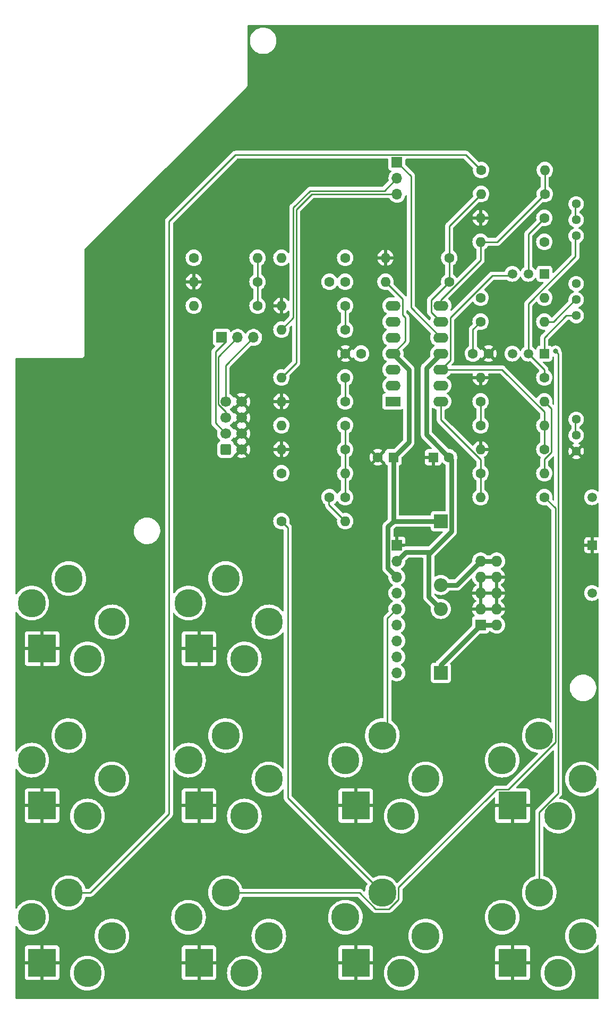
<source format=gtl>
G04 #@! TF.GenerationSoftware,KiCad,Pcbnew,6.0.1-79c1e3a40b~116~ubuntu20.04.1*
G04 #@! TF.CreationDate,2022-01-29T22:23:29-05:00*
G04 #@! TF.ProjectId,herovco_back,6865726f-7663-46f5-9f62-61636b2e6b69,rev?*
G04 #@! TF.SameCoordinates,Original*
G04 #@! TF.FileFunction,Copper,L1,Top*
G04 #@! TF.FilePolarity,Positive*
%FSLAX46Y46*%
G04 Gerber Fmt 4.6, Leading zero omitted, Abs format (unit mm)*
G04 Created by KiCad (PCBNEW 6.0.1-79c1e3a40b~116~ubuntu20.04.1) date 2022-01-29 22:23:29*
%MOMM*%
%LPD*%
G01*
G04 APERTURE LIST*
G04 Aperture macros list*
%AMRoundRect*
0 Rectangle with rounded corners*
0 $1 Rounding radius*
0 $2 $3 $4 $5 $6 $7 $8 $9 X,Y pos of 4 corners*
0 Add a 4 corners polygon primitive as box body*
4,1,4,$2,$3,$4,$5,$6,$7,$8,$9,$2,$3,0*
0 Add four circle primitives for the rounded corners*
1,1,$1+$1,$2,$3*
1,1,$1+$1,$4,$5*
1,1,$1+$1,$6,$7*
1,1,$1+$1,$8,$9*
0 Add four rect primitives between the rounded corners*
20,1,$1+$1,$2,$3,$4,$5,0*
20,1,$1+$1,$4,$5,$6,$7,0*
20,1,$1+$1,$6,$7,$8,$9,0*
20,1,$1+$1,$8,$9,$2,$3,0*%
G04 Aperture macros list end*
G04 #@! TA.AperFunction,ComponentPad*
%ADD10R,1.700000X1.700000*%
G04 #@! TD*
G04 #@! TA.AperFunction,ComponentPad*
%ADD11O,1.700000X1.700000*%
G04 #@! TD*
G04 #@! TA.AperFunction,ComponentPad*
%ADD12C,4.500001*%
G04 #@! TD*
G04 #@! TA.AperFunction,ComponentPad*
%ADD13R,4.500001X4.500001*%
G04 #@! TD*
G04 #@! TA.AperFunction,ComponentPad*
%ADD14C,4.500000*%
G04 #@! TD*
G04 #@! TA.AperFunction,ComponentPad*
%ADD15R,1.500000X1.500000*%
G04 #@! TD*
G04 #@! TA.AperFunction,ComponentPad*
%ADD16C,1.500000*%
G04 #@! TD*
G04 #@! TA.AperFunction,ComponentPad*
%ADD17C,1.440000*%
G04 #@! TD*
G04 #@! TA.AperFunction,ComponentPad*
%ADD18C,1.600000*%
G04 #@! TD*
G04 #@! TA.AperFunction,ComponentPad*
%ADD19O,1.600000X1.600000*%
G04 #@! TD*
G04 #@! TA.AperFunction,ComponentPad*
%ADD20R,1.727200X1.727200*%
G04 #@! TD*
G04 #@! TA.AperFunction,ComponentPad*
%ADD21O,1.727200X1.727200*%
G04 #@! TD*
G04 #@! TA.AperFunction,ComponentPad*
%ADD22R,2.200000X2.200000*%
G04 #@! TD*
G04 #@! TA.AperFunction,ComponentPad*
%ADD23O,2.200000X2.200000*%
G04 #@! TD*
G04 #@! TA.AperFunction,ComponentPad*
%ADD24RoundRect,0.250000X-0.600000X-0.600000X0.600000X-0.600000X0.600000X0.600000X-0.600000X0.600000X0*%
G04 #@! TD*
G04 #@! TA.AperFunction,ComponentPad*
%ADD25C,1.700000*%
G04 #@! TD*
G04 #@! TA.AperFunction,ComponentPad*
%ADD26R,1.600000X1.600000*%
G04 #@! TD*
G04 #@! TA.AperFunction,ComponentPad*
%ADD27R,2.400000X1.600000*%
G04 #@! TD*
G04 #@! TA.AperFunction,ComponentPad*
%ADD28O,2.400000X1.600000*%
G04 #@! TD*
G04 #@! TA.AperFunction,ViaPad*
%ADD29C,0.800000*%
G04 #@! TD*
G04 #@! TA.AperFunction,Conductor*
%ADD30C,0.250000*%
G04 #@! TD*
G04 #@! TA.AperFunction,Conductor*
%ADD31C,0.750000*%
G04 #@! TD*
G04 APERTURE END LIST*
D10*
G04 #@! TO.P,J10,1,Pin_1*
G04 #@! TO.N,Board_0-/Outputs and sin/TRIANGLE_OUT_S*
X166135000Y-49825000D03*
D11*
G04 #@! TO.P,J10,2,Pin_2*
G04 #@! TO.N,Board_0-/Outputs and sin/PULSE_OUT_S*
X166135000Y-52365000D03*
G04 #@! TO.P,J10,3,Pin_3*
G04 #@! TO.N,Board_0-/Outputs and sin/SAW_OUT_S*
X166135000Y-54905000D03*
G04 #@! TD*
D10*
G04 #@! TO.P,J9,1,Pin_1*
G04 #@! TO.N,Board_0-GND1*
X166110000Y-110770000D03*
D11*
G04 #@! TO.P,J9,2,Pin_2*
G04 #@! TO.N,Board_0--12V_1*
X166110000Y-113310000D03*
G04 #@! TO.P,J9,3,Pin_3*
G04 #@! TO.N,Board_0-+12V_1*
X166110000Y-115850000D03*
G04 #@! TO.P,J9,4,Pin_4*
G04 #@! TO.N,Board_0-/Jacks\u002C power\u002C etc/PWMIN_J*
X166110000Y-118390000D03*
G04 #@! TO.P,J9,5,Pin_5*
G04 #@! TO.N,Board_0-/Jacks\u002C power\u002C etc/CV_IN_J*
X166110000Y-120930000D03*
G04 #@! TO.P,J9,6,Pin_6*
G04 #@! TO.N,Board_0-/Jacks\u002C power\u002C etc/SYNC_J*
X166110000Y-123470000D03*
G04 #@! TO.P,J9,7,Pin_7*
G04 #@! TO.N,Board_0-/Jacks\u002C power\u002C etc/LIN_FM_IN_J*
X166110000Y-126010000D03*
G04 #@! TO.P,J9,8,Pin_8*
G04 #@! TO.N,Board_0-/Jacks\u002C power\u002C etc/V_OCT2_J*
X166110000Y-128550000D03*
G04 #@! TO.P,J9,9,Pin_9*
G04 #@! TO.N,Board_0-/Jacks\u002C power\u002C etc/V_OCT_J*
X166110000Y-131090000D03*
G04 #@! TD*
D12*
G04 #@! TO.P,J19,R*
G04 #@! TO.N,N/C*
X195700000Y-148000000D03*
G04 #@! TO.P,J19,RN*
X191800000Y-153900000D03*
D13*
G04 #@! TO.P,J19,S*
G04 #@! TO.N,Board_0-GND1*
X184560000Y-152240000D03*
D14*
G04 #@! TO.P,J19,T*
G04 #@! TO.N,Board_0-/Jacks\u002C power\u002C etc/LIN_FM_IN_J*
X188800000Y-141100000D03*
G04 #@! TO.P,J19,TN*
G04 #@! TO.N,N/C*
X182900000Y-145000000D03*
G04 #@! TD*
D12*
G04 #@! TO.P,J21,R*
G04 #@! TO.N,N/C*
X170700000Y-148000000D03*
G04 #@! TO.P,J21,RN*
X166800000Y-153900000D03*
D13*
G04 #@! TO.P,J21,S*
G04 #@! TO.N,Board_0-GND1*
X159560000Y-152240000D03*
D14*
G04 #@! TO.P,J21,T*
G04 #@! TO.N,Board_0-/Jacks\u002C power\u002C etc/CV_IN_J*
X163800000Y-141100000D03*
G04 #@! TO.P,J21,TN*
G04 #@! TO.N,N/C*
X157900000Y-145000000D03*
G04 #@! TD*
D12*
G04 #@! TO.P,J22,R*
G04 #@! TO.N,N/C*
X120700000Y-148000000D03*
G04 #@! TO.P,J22,RN*
X116800000Y-153900000D03*
D13*
G04 #@! TO.P,J22,S*
G04 #@! TO.N,Board_0-GND1*
X109560000Y-152240000D03*
D14*
G04 #@! TO.P,J22,T*
G04 #@! TO.N,Board_0-/Jacks\u002C power\u002C etc/V_OCT_J*
X113800000Y-141100000D03*
G04 #@! TO.P,J22,TN*
G04 #@! TO.N,N/C*
X107900000Y-145000000D03*
G04 #@! TD*
D12*
G04 #@! TO.P,J26,R*
G04 #@! TO.N,N/C*
X195700000Y-173000000D03*
G04 #@! TO.P,J26,RN*
X191800000Y-178900000D03*
D13*
G04 #@! TO.P,J26,S*
G04 #@! TO.N,Board_0-GND1*
X184560000Y-177240000D03*
D14*
G04 #@! TO.P,J26,T*
G04 #@! TO.N,Board_0-PULSE*
X188800000Y-166100000D03*
G04 #@! TO.P,J26,TN*
G04 #@! TO.N,N/C*
X182900000Y-170000000D03*
G04 #@! TD*
D12*
G04 #@! TO.P,J28,R*
G04 #@! TO.N,N/C*
X145700000Y-148000000D03*
G04 #@! TO.P,J28,RN*
X141800000Y-153900000D03*
D13*
G04 #@! TO.P,J28,S*
G04 #@! TO.N,Board_0-GND1*
X134560000Y-152240000D03*
D14*
G04 #@! TO.P,J28,T*
G04 #@! TO.N,Board_0-/Jacks\u002C power\u002C etc/V_OCT2_J*
X138800000Y-141100000D03*
G04 #@! TO.P,J28,TN*
G04 #@! TO.N,N/C*
X132900000Y-145000000D03*
G04 #@! TD*
D12*
G04 #@! TO.P,J27,R*
G04 #@! TO.N,N/C*
X170700000Y-173000000D03*
G04 #@! TO.P,J27,RN*
X166800000Y-178900000D03*
D13*
G04 #@! TO.P,J27,S*
G04 #@! TO.N,Board_0-GND1*
X159560000Y-177240000D03*
D14*
G04 #@! TO.P,J27,T*
G04 #@! TO.N,Board_0-SAW*
X163800000Y-166100000D03*
G04 #@! TO.P,J27,TN*
G04 #@! TO.N,N/C*
X157900000Y-170000000D03*
G04 #@! TD*
D15*
G04 #@! TO.P,TP9,1,1*
G04 #@! TO.N,Board_0-GND1*
X197240000Y-110770000D03*
G04 #@! TD*
D12*
G04 #@! TO.P,J24,R*
G04 #@! TO.N,N/C*
X145700000Y-173000000D03*
G04 #@! TO.P,J24,RN*
X141800000Y-178900000D03*
D13*
G04 #@! TO.P,J24,S*
G04 #@! TO.N,Board_0-GND1*
X134560000Y-177240000D03*
D14*
G04 #@! TO.P,J24,T*
G04 #@! TO.N,Board_0-/Jacks\u002C power\u002C etc/SIN*
X138800000Y-166100000D03*
G04 #@! TO.P,J24,TN*
G04 #@! TO.N,N/C*
X132900000Y-170000000D03*
G04 #@! TD*
D16*
G04 #@! TO.P,TP7,1,1*
G04 #@! TO.N,Board_0-+12V_1*
X197240000Y-103150000D03*
G04 #@! TD*
D12*
G04 #@! TO.P,J18,R*
G04 #@! TO.N,N/C*
X145700000Y-123000000D03*
G04 #@! TO.P,J18,RN*
X141800000Y-128900000D03*
D13*
G04 #@! TO.P,J18,S*
G04 #@! TO.N,Board_0-GND1*
X134560000Y-127240000D03*
D14*
G04 #@! TO.P,J18,T*
G04 #@! TO.N,Board_0-/Jacks\u002C power\u002C etc/PWMIN_J*
X138800000Y-116100000D03*
G04 #@! TO.P,J18,TN*
G04 #@! TO.N,N/C*
X132900000Y-120000000D03*
G04 #@! TD*
D12*
G04 #@! TO.P,J25,R*
G04 #@! TO.N,N/C*
X120700000Y-173000000D03*
G04 #@! TO.P,J25,RN*
X116800000Y-178900000D03*
D13*
G04 #@! TO.P,J25,S*
G04 #@! TO.N,Board_0-GND1*
X109560000Y-177240000D03*
D14*
G04 #@! TO.P,J25,T*
G04 #@! TO.N,Board_0-TRI*
X113800000Y-166100000D03*
G04 #@! TO.P,J25,TN*
G04 #@! TO.N,N/C*
X107900000Y-170000000D03*
G04 #@! TD*
D12*
G04 #@! TO.P,J20,R*
G04 #@! TO.N,N/C*
X120700000Y-123000000D03*
G04 #@! TO.P,J20,RN*
X116800000Y-128900000D03*
D13*
G04 #@! TO.P,J20,S*
G04 #@! TO.N,Board_0-GND1*
X109560000Y-127240000D03*
D14*
G04 #@! TO.P,J20,T*
G04 #@! TO.N,Board_0-/Jacks\u002C power\u002C etc/SYNC_J*
X113800000Y-116100000D03*
G04 #@! TO.P,J20,TN*
G04 #@! TO.N,N/C*
X107900000Y-120000000D03*
G04 #@! TD*
D10*
G04 #@! TO.P,J11,1,Pin_1*
G04 #@! TO.N,Board_0-/LINK_OUT_FM_B*
X138185000Y-77725000D03*
D11*
G04 #@! TO.P,J11,2,Pin_2*
G04 #@! TO.N,Board_0-/LINK_OUT_PW_B*
X140725000Y-77725000D03*
G04 #@! TO.P,J11,3,Pin_3*
G04 #@! TO.N,Board_0-/LINK_OUT_CV_B*
X143265000Y-77725000D03*
G04 #@! TD*
D16*
G04 #@! TO.P,TP8,1,1*
G04 #@! TO.N,Board_0--12V_1*
X197240000Y-118390000D03*
G04 #@! TD*
D17*
G04 #@! TO.P,RV11,1,1*
G04 #@! TO.N,Board_0-Net-(Q1-Pad1)*
X194700000Y-74250000D03*
G04 #@! TO.P,RV11,2,2*
G04 #@! TO.N,Board_0-Net-(R47-Pad2)*
X194700000Y-71710000D03*
G04 #@! TO.P,RV11,3,3*
G04 #@! TO.N,Board_0-Net-(Q2-Pad1)*
X194700000Y-69170000D03*
G04 #@! TD*
D18*
G04 #@! TO.P,C17,1*
G04 #@! TO.N,Board_0-GND1*
X180730000Y-80290000D03*
G04 #@! TO.P,C17,2*
G04 #@! TO.N,Board_0--12V_1*
X178230000Y-80290000D03*
G04 #@! TD*
G04 #@! TO.P,R52,1*
G04 #@! TO.N,Board_0-Net-(R52-Pad1)*
X157870000Y-84100000D03*
D19*
G04 #@! TO.P,R52,2*
G04 #@! TO.N,Board_0-/Outputs and sin/SAW_OUT_S*
X147710000Y-84100000D03*
G04 #@! TD*
D18*
G04 #@! TO.P,R45,1*
G04 #@! TO.N,Board_0-Net-(Q2-Pad1)*
X179460000Y-71400000D03*
D19*
G04 #@! TO.P,R45,2*
G04 #@! TO.N,Board_0-Net-(Q1-Pad1)*
X189620000Y-71400000D03*
G04 #@! TD*
D18*
G04 #@! TO.P,R57,1*
G04 #@! TO.N,Board_0-Net-(C18-Pad2)*
X157870000Y-91720000D03*
D19*
G04 #@! TO.P,R57,2*
G04 #@! TO.N,Board_0-+12V_1*
X147710000Y-91720000D03*
G04 #@! TD*
D18*
G04 #@! TO.P,R64,1*
G04 #@! TO.N,Board_0-Net-(C19-Pad1)*
X133740000Y-65050000D03*
D19*
G04 #@! TO.P,R64,2*
G04 #@! TO.N,Board_0-Net-(C19-Pad2)*
X143900000Y-65050000D03*
G04 #@! TD*
D18*
G04 #@! TO.P,R58,1*
G04 #@! TO.N,Board_0-Net-(C19-Pad2)*
X143900000Y-72670000D03*
D19*
G04 #@! TO.P,R58,2*
G04 #@! TO.N,Board_0-+12V_1*
X133740000Y-72670000D03*
G04 #@! TD*
D20*
G04 #@! TO.P,J23,1,-12V*
G04 #@! TO.N,Board_0-/Jacks\u002C power\u002C etc/-12V_IN*
X179460000Y-123470000D03*
D21*
G04 #@! TO.P,J23,2,-12V*
X182000000Y-123470000D03*
G04 #@! TO.P,J23,3,GND*
G04 #@! TO.N,Board_0-GND1*
X179460000Y-120930000D03*
G04 #@! TO.P,J23,4,GND*
X182000000Y-120930000D03*
G04 #@! TO.P,J23,5,GND*
X179460000Y-118390000D03*
G04 #@! TO.P,J23,6,GND*
X182000000Y-118390000D03*
G04 #@! TO.P,J23,7,GND*
X179460000Y-115850000D03*
G04 #@! TO.P,J23,8,GND*
X182000000Y-115850000D03*
G04 #@! TO.P,J23,9,+12V*
G04 #@! TO.N,Board_0-/Jacks\u002C power\u002C etc/+12V_IN*
X179460000Y-113310000D03*
G04 #@! TO.P,J23,10,+12V*
X182000000Y-113310000D03*
G04 #@! TD*
D22*
G04 #@! TO.P,D3,1,K*
G04 #@! TO.N,Board_0-+12V_1*
X173110000Y-106960000D03*
D23*
G04 #@! TO.P,D3,2,A*
G04 #@! TO.N,Board_0-/Jacks\u002C power\u002C etc/+12V_IN*
X173110000Y-117120000D03*
G04 #@! TD*
D18*
G04 #@! TO.P,R56,1*
G04 #@! TO.N,Board_0-Net-(R56-Pad1)*
X174460000Y-68860000D03*
D19*
G04 #@! TO.P,R56,2*
G04 #@! TO.N,Board_0-+12V_1*
X164300000Y-68860000D03*
G04 #@! TD*
D18*
G04 #@! TO.P,R44,1*
G04 #@! TO.N,Board_0-+12V_1*
X179460000Y-87910000D03*
D19*
G04 #@! TO.P,R44,2*
G04 #@! TO.N,Board_0-Net-(Q1-Pad3)*
X189620000Y-87910000D03*
G04 #@! TD*
D24*
G04 #@! TO.P,J17,1,Pin_1*
G04 #@! TO.N,Board_0-/Outputs and sin/LINK_OUT_SAW*
X138820000Y-95530000D03*
D25*
G04 #@! TO.P,J17,2,Pin_2*
G04 #@! TO.N,Board_0-GND1*
X141360000Y-95530000D03*
G04 #@! TO.P,J17,3,Pin_3*
G04 #@! TO.N,Board_0-/LINK_OUT_FM_B*
X138820000Y-92990000D03*
G04 #@! TO.P,J17,4,Pin_4*
G04 #@! TO.N,Board_0-GND1*
X141360000Y-92990000D03*
G04 #@! TO.P,J17,5,Pin_5*
G04 #@! TO.N,Board_0-/LINK_OUT_PW_B*
X138820000Y-90450000D03*
G04 #@! TO.P,J17,6,Pin_6*
G04 #@! TO.N,Board_0-GND1*
X141360000Y-90450000D03*
G04 #@! TO.P,J17,7,Pin_7*
G04 #@! TO.N,Board_0-/LINK_OUT_CV_B*
X138820000Y-87910000D03*
G04 #@! TO.P,J17,8,Pin_8*
G04 #@! TO.N,Board_0-GND1*
X141360000Y-87910000D03*
G04 #@! TD*
D18*
G04 #@! TO.P,R55,1*
G04 #@! TO.N,Board_0-Net-(R53-Pad1)*
X157870000Y-72670000D03*
D19*
G04 #@! TO.P,R55,2*
G04 #@! TO.N,Board_0-GND1*
X147710000Y-72670000D03*
G04 #@! TD*
D18*
G04 #@! TO.P,R60,1*
G04 #@! TO.N,Board_0-Net-(C18-Pad2)*
X157870000Y-95530000D03*
D19*
G04 #@! TO.P,R60,2*
G04 #@! TO.N,Board_0-GND1*
X147710000Y-95530000D03*
G04 #@! TD*
D18*
G04 #@! TO.P,C16,1*
G04 #@! TO.N,Board_0-+12V_1*
X160410000Y-80290000D03*
G04 #@! TO.P,C16,2*
G04 #@! TO.N,Board_0-GND1*
X157910000Y-80290000D03*
G04 #@! TD*
D15*
G04 #@! TO.P,Q1,1,E*
G04 #@! TO.N,Board_0-Net-(Q1-Pad1)*
X189620000Y-80290000D03*
D16*
G04 #@! TO.P,Q1,2,B*
G04 #@! TO.N,Board_0-Net-(Q1-Pad2)*
X187080000Y-80290000D03*
G04 #@! TO.P,Q1,3,C*
G04 #@! TO.N,Board_0-Net-(Q1-Pad3)*
X184540000Y-80290000D03*
G04 #@! TD*
D18*
G04 #@! TO.P,R61,1*
G04 #@! TO.N,Board_0-Net-(C19-Pad2)*
X143900000Y-68860000D03*
D19*
G04 #@! TO.P,R61,2*
G04 #@! TO.N,Board_0-GND1*
X133740000Y-68860000D03*
G04 #@! TD*
D26*
G04 #@! TO.P,C15,1*
G04 #@! TO.N,Board_0-GND1*
X171920000Y-96800000D03*
D18*
G04 #@! TO.P,C15,2*
G04 #@! TO.N,Board_0--12V_1*
X174420000Y-96800000D03*
G04 #@! TD*
G04 #@! TO.P,R48,1*
G04 #@! TO.N,Board_0-Net-(Q2-Pad2)*
X189620000Y-58700000D03*
D19*
G04 #@! TO.P,R48,2*
G04 #@! TO.N,Board_0-GND1*
X179460000Y-58700000D03*
G04 #@! TD*
D18*
G04 #@! TO.P,R66,1*
G04 #@! TO.N,Board_0-SAW*
X147710000Y-106960000D03*
D19*
G04 #@! TO.P,R66,2*
G04 #@! TO.N,Board_0-/Outputs and sin/LINK_OUT_SAW*
X157870000Y-106960000D03*
G04 #@! TD*
D18*
G04 #@! TO.P,R67,1*
G04 #@! TO.N,Board_0-PULSE*
X157870000Y-65050000D03*
D19*
G04 #@! TO.P,R67,2*
G04 #@! TO.N,Board_0-Net-(C19-Pad1)*
X147710000Y-65050000D03*
G04 #@! TD*
D15*
G04 #@! TO.P,Q2,1,E*
G04 #@! TO.N,Board_0-Net-(Q2-Pad1)*
X189620000Y-67590000D03*
D16*
G04 #@! TO.P,Q2,2,B*
G04 #@! TO.N,Board_0-Net-(Q2-Pad2)*
X187080000Y-67590000D03*
G04 #@! TO.P,Q2,3,C*
G04 #@! TO.N,Board_0-Net-(Q2-Pad3)*
X184540000Y-67590000D03*
G04 #@! TD*
D27*
G04 #@! TO.P,U7,1*
G04 #@! TO.N,Board_0-/Outputs and sin/LINK_OUT_SAW*
X165490000Y-87910000D03*
D28*
G04 #@! TO.P,U7,2,-*
G04 #@! TO.N,Board_0-Net-(C18-Pad2)*
X165490000Y-85370000D03*
G04 #@! TO.P,U7,3,+*
G04 #@! TO.N,Board_0-Net-(R52-Pad1)*
X165490000Y-82830000D03*
G04 #@! TO.P,U7,4,V+*
G04 #@! TO.N,Board_0-+12V_1*
X165490000Y-80290000D03*
G04 #@! TO.P,U7,5,+*
G04 #@! TO.N,Board_0-Net-(R53-Pad1)*
X165490000Y-77750000D03*
G04 #@! TO.P,U7,6,-*
G04 #@! TO.N,Board_0-Net-(C19-Pad2)*
X165490000Y-75210000D03*
G04 #@! TO.P,U7,7*
G04 #@! TO.N,Board_0-Net-(C19-Pad1)*
X165490000Y-72670000D03*
G04 #@! TO.P,U7,8*
G04 #@! TO.N,Board_0-TRI_RAW*
X173110000Y-72670000D03*
G04 #@! TO.P,U7,9,-*
G04 #@! TO.N,Board_0-Net-(R56-Pad1)*
X173110000Y-75210000D03*
G04 #@! TO.P,U7,10,+*
G04 #@! TO.N,Board_0-/Outputs and sin/TRIANGLE_OUT_S*
X173110000Y-77750000D03*
G04 #@! TO.P,U7,11,V-*
G04 #@! TO.N,Board_0--12V_1*
X173110000Y-80290000D03*
G04 #@! TO.P,U7,12,+*
G04 #@! TO.N,Board_0-Net-(Q2-Pad3)*
X173110000Y-82830000D03*
G04 #@! TO.P,U7,13,-*
G04 #@! TO.N,Board_0-Net-(Q1-Pad3)*
X173110000Y-85370000D03*
G04 #@! TO.P,U7,14*
G04 #@! TO.N,Board_0-Net-(R50-Pad1)*
X173110000Y-87910000D03*
G04 #@! TD*
D18*
G04 #@! TO.P,R65,1*
G04 #@! TO.N,Board_0-TRI*
X179540000Y-51080000D03*
D19*
G04 #@! TO.P,R65,2*
G04 #@! TO.N,Board_0-TRI_RAW*
X189700000Y-51080000D03*
G04 #@! TD*
D18*
G04 #@! TO.P,R59,1*
G04 #@! TO.N,Board_0-Net-(R56-Pad1)*
X174460000Y-65050000D03*
D19*
G04 #@! TO.P,R59,2*
G04 #@! TO.N,Board_0-GND1*
X164300000Y-65050000D03*
G04 #@! TD*
D26*
G04 #@! TO.P,C14,1*
G04 #@! TO.N,Board_0-+12V_1*
X165570000Y-96800000D03*
D18*
G04 #@! TO.P,C14,2*
G04 #@! TO.N,Board_0-GND1*
X163070000Y-96800000D03*
G04 #@! TD*
G04 #@! TO.P,R62,1*
G04 #@! TO.N,Board_0-TRI_RAW*
X189700000Y-54890000D03*
D19*
G04 #@! TO.P,R62,2*
G04 #@! TO.N,Board_0-Net-(R56-Pad1)*
X179540000Y-54890000D03*
G04 #@! TD*
D18*
G04 #@! TO.P,R42,1*
G04 #@! TO.N,Board_0-Net-(R42-Pad1)*
X189620000Y-62510000D03*
D19*
G04 #@! TO.P,R42,2*
G04 #@! TO.N,Board_0-TRI_RAW*
X179460000Y-62510000D03*
G04 #@! TD*
D18*
G04 #@! TO.P,R46,1*
G04 #@! TO.N,Board_0-+12V_1*
X179460000Y-91720000D03*
D19*
G04 #@! TO.P,R46,2*
G04 #@! TO.N,Board_0-Net-(Q2-Pad3)*
X189620000Y-91720000D03*
G04 #@! TD*
D18*
G04 #@! TO.P,R50,1*
G04 #@! TO.N,Board_0-Net-(R50-Pad1)*
X179460000Y-99340000D03*
D19*
G04 #@! TO.P,R50,2*
G04 #@! TO.N,Board_0-Net-(Q1-Pad3)*
X189620000Y-99340000D03*
G04 #@! TD*
D17*
G04 #@! TO.P,RV10,1,1*
G04 #@! TO.N,Board_0-Net-(Q1-Pad2)*
X194700000Y-61550000D03*
G04 #@! TO.P,RV10,2,2*
G04 #@! TO.N,Board_0-Net-(R42-Pad1)*
X194700000Y-59010000D03*
G04 #@! TO.P,RV10,3,3*
X194700000Y-56470000D03*
G04 #@! TD*
D18*
G04 #@! TO.P,R43,1*
G04 #@! TO.N,Board_0-Net-(Q1-Pad2)*
X189620000Y-84100000D03*
D19*
G04 #@! TO.P,R43,2*
G04 #@! TO.N,Board_0-GND1*
X179460000Y-84100000D03*
G04 #@! TD*
D18*
G04 #@! TO.P,C18,1*
G04 #@! TO.N,Board_0-/Outputs and sin/LINK_OUT_SAW*
X155370000Y-103150000D03*
G04 #@! TO.P,C18,2*
G04 #@! TO.N,Board_0-Net-(C18-Pad2)*
X157870000Y-103150000D03*
G04 #@! TD*
G04 #@! TO.P,R47,1*
G04 #@! TO.N,Board_0--12V_1*
X179460000Y-75210000D03*
D19*
G04 #@! TO.P,R47,2*
G04 #@! TO.N,Board_0-Net-(R47-Pad2)*
X189620000Y-75210000D03*
G04 #@! TD*
D18*
G04 #@! TO.P,R63,1*
G04 #@! TO.N,Board_0-/Outputs and sin/LINK_OUT_SAW*
X147710000Y-99340000D03*
D19*
G04 #@! TO.P,R63,2*
G04 #@! TO.N,Board_0-Net-(C18-Pad2)*
X157870000Y-99340000D03*
G04 #@! TD*
D18*
G04 #@! TO.P,R54,1*
G04 #@! TO.N,Board_0-Net-(R52-Pad1)*
X157870000Y-87910000D03*
D19*
G04 #@! TO.P,R54,2*
G04 #@! TO.N,Board_0-GND1*
X147710000Y-87910000D03*
G04 #@! TD*
D18*
G04 #@! TO.P,R51,1*
G04 #@! TO.N,Board_0-/Jacks\u002C power\u002C etc/SIN*
X189620000Y-103150000D03*
D19*
G04 #@! TO.P,R51,2*
G04 #@! TO.N,Board_0-Net-(R50-Pad1)*
X179460000Y-103150000D03*
G04 #@! TD*
D17*
G04 #@! TO.P,RV12,1,1*
G04 #@! TO.N,Board_0-GND1*
X194700000Y-95840000D03*
G04 #@! TO.P,RV12,2,2*
G04 #@! TO.N,Board_0-/Jacks\u002C power\u002C etc/SIN*
X194700000Y-93300000D03*
G04 #@! TO.P,RV12,3,3*
X194700000Y-90760000D03*
G04 #@! TD*
D18*
G04 #@! TO.P,R53,1*
G04 #@! TO.N,Board_0-Net-(R53-Pad1)*
X157870000Y-76480000D03*
D19*
G04 #@! TO.P,R53,2*
G04 #@! TO.N,Board_0-/Outputs and sin/PULSE_OUT_S*
X147710000Y-76480000D03*
G04 #@! TD*
D18*
G04 #@! TO.P,R49,1*
G04 #@! TO.N,Board_0-Net-(Q2-Pad3)*
X189620000Y-95530000D03*
D19*
G04 #@! TO.P,R49,2*
G04 #@! TO.N,Board_0-GND1*
X179460000Y-95530000D03*
G04 #@! TD*
D18*
G04 #@! TO.P,C19,1*
G04 #@! TO.N,Board_0-Net-(C19-Pad1)*
X157870000Y-68860000D03*
G04 #@! TO.P,C19,2*
G04 #@! TO.N,Board_0-Net-(C19-Pad2)*
X155370000Y-68860000D03*
G04 #@! TD*
D22*
G04 #@! TO.P,D4,1,K*
G04 #@! TO.N,Board_0-/Jacks\u002C power\u002C etc/-12V_IN*
X173110000Y-131090000D03*
D23*
G04 #@! TO.P,D4,2,A*
G04 #@! TO.N,Board_0--12V_1*
X173110000Y-120930000D03*
G04 #@! TD*
D29*
G04 #@! TO.N,Board_0-PULSE*
X191398000Y-79909000D03*
G04 #@! TD*
D30*
G04 #@! TO.N,Board_0-+12V_1*
X179460000Y-91720000D02*
X179460000Y-87910000D01*
D31*
X168030000Y-82830000D02*
X168030000Y-94340000D01*
D30*
X167014520Y-71574520D02*
X164300000Y-68860000D01*
D31*
X168030000Y-94340000D02*
X165570000Y-96800000D01*
D30*
X165490000Y-80290000D02*
X167464030Y-78315970D01*
X167464030Y-74558015D02*
X167014520Y-74108505D01*
X165744000Y-106960000D02*
X165570000Y-106960000D01*
D31*
X173110000Y-106960000D02*
X165744000Y-106960000D01*
X164685489Y-114425489D02*
X164685489Y-107844511D01*
X164685489Y-107844511D02*
X165570000Y-106960000D01*
D30*
X167014520Y-74108505D02*
X167014520Y-71574520D01*
X167464030Y-78315970D02*
X167464030Y-74558015D01*
D31*
X165490000Y-80290000D02*
X168030000Y-82830000D01*
X166110000Y-115850000D02*
X164685489Y-114425489D01*
X165570000Y-96800000D02*
X165570000Y-106960000D01*
D30*
G04 #@! TO.N,Board_0--12V_1*
X178230000Y-76440000D02*
X179460000Y-75210000D01*
X178230000Y-80290000D02*
X178230000Y-76440000D01*
D31*
X167534511Y-111885489D02*
X171533533Y-111885489D01*
X174420000Y-96800000D02*
X170824000Y-93204000D01*
X174784511Y-97164511D02*
X174420000Y-96800000D01*
X166110000Y-113310000D02*
X167534511Y-111885489D01*
X170824000Y-82576000D02*
X173110000Y-80290000D01*
X174784511Y-108634511D02*
X174784511Y-97164511D01*
X170824000Y-93204000D02*
X170824000Y-82576000D01*
X171533533Y-111885489D02*
X174784511Y-108634511D01*
X171205000Y-112214022D02*
X171533533Y-111885489D01*
X173110000Y-120930000D02*
X171205000Y-119025000D01*
X171205000Y-119025000D02*
X171205000Y-112214022D01*
G04 #@! TO.N,Board_0-/Jacks\u002C power\u002C etc/+12V_IN*
X182000000Y-113310000D02*
X179460000Y-113310000D01*
X173110000Y-117120000D02*
X175650000Y-117120000D01*
X175650000Y-117120000D02*
X179460000Y-113310000D01*
G04 #@! TO.N,Board_0-/Jacks\u002C power\u002C etc/-12V_IN*
X182000000Y-123470000D02*
X179460000Y-123470000D01*
X173110000Y-129820000D02*
X179460000Y-123470000D01*
X173110000Y-131090000D02*
X173110000Y-129820000D01*
D30*
G04 #@! TO.N,Board_0-/Jacks\u002C power\u002C etc/CV_IN_J*
X166110000Y-120930000D02*
X164601000Y-122439000D01*
X164601000Y-122439000D02*
X164601000Y-140299000D01*
G04 #@! TO.N,Board_0-/Jacks\u002C power\u002C etc/SIN*
X191374511Y-142166398D02*
X191374511Y-104904511D01*
X181985489Y-149665489D02*
X183875420Y-149665489D01*
X191374511Y-104904511D02*
X189620000Y-103150000D01*
X166374511Y-167166398D02*
X166374511Y-165276467D01*
X162733602Y-168674511D02*
X164866398Y-168674511D01*
X160159091Y-166100000D02*
X162733602Y-168674511D01*
X138800000Y-166100000D02*
X160159091Y-166100000D01*
X166374511Y-165276467D02*
X181985489Y-149665489D01*
X164866398Y-168674511D02*
X166374511Y-167166398D01*
X194580000Y-93300000D02*
X194580000Y-90760000D01*
X183875420Y-149665489D02*
X191374511Y-142166398D01*
G04 #@! TO.N,Board_0-/LINK_OUT_CV_B*
X138820000Y-82170000D02*
X143265000Y-77725000D01*
X138820000Y-87910000D02*
X138820000Y-82170000D01*
G04 #@! TO.N,Board_0-/LINK_OUT_FM_B*
X137195969Y-79984031D02*
X137195969Y-91365969D01*
X137195969Y-91365969D02*
X138820000Y-92990000D01*
X138820000Y-78360000D02*
X137195969Y-79984031D01*
G04 #@! TO.N,Board_0-/LINK_OUT_PW_B*
X137645489Y-80804511D02*
X137645489Y-88396499D01*
X137645489Y-88396499D02*
X138820000Y-89571010D01*
X140725000Y-77725000D02*
X137645489Y-80804511D01*
X138820000Y-89571010D02*
X138820000Y-90450000D01*
G04 #@! TO.N,Board_0-/Outputs and sin/LINK_OUT_SAW*
X155300000Y-104390000D02*
X157870000Y-106960000D01*
X155300000Y-103150000D02*
X155300000Y-104390000D01*
G04 #@! TO.N,Board_0-/Outputs and sin/PULSE_OUT_S*
X164118000Y-54382000D02*
X166135000Y-52365000D01*
X152282000Y-54382000D02*
X164118000Y-54382000D01*
X147710000Y-76480000D02*
X149604978Y-74585022D01*
X149604978Y-74585022D02*
X149604978Y-57059022D01*
X149604978Y-57059022D02*
X152282000Y-54382000D01*
G04 #@! TO.N,Board_0-/Outputs and sin/SAW_OUT_S*
X147710000Y-84100000D02*
X150054489Y-81755511D01*
X150054489Y-81755511D02*
X150054489Y-57370807D01*
X152520296Y-54905000D02*
X166135000Y-54905000D01*
X150054489Y-57370807D02*
X152520296Y-54905000D01*
G04 #@! TO.N,Board_0-/Outputs and sin/TRIANGLE_OUT_S*
X168352511Y-52042511D02*
X166135000Y-49825000D01*
X173110000Y-77750000D02*
X168352511Y-72992511D01*
X168352511Y-72992511D02*
X168352511Y-52042511D01*
G04 #@! TO.N,Board_0-Net-(C18-Pad2)*
X157870000Y-91720000D02*
X157870000Y-95530000D01*
X157870000Y-95530000D02*
X157870000Y-99340000D01*
X157870000Y-99340000D02*
X157870000Y-103110000D01*
G04 #@! TO.N,Board_0-Net-(C19-Pad2)*
X143900000Y-68860000D02*
X143900000Y-72670000D01*
X143900000Y-65050000D02*
X143900000Y-68860000D01*
G04 #@! TO.N,Board_0-Net-(Q1-Pad1)*
X189620000Y-80290000D02*
X189620000Y-77750000D01*
X189620000Y-77750000D02*
X193120000Y-74250000D01*
X193120000Y-74250000D02*
X194580000Y-74250000D01*
G04 #@! TO.N,Board_0-Net-(Q1-Pad2)*
X189620000Y-82830000D02*
X187080000Y-80290000D01*
X189620000Y-84100000D02*
X189620000Y-82830000D01*
X187080000Y-72349700D02*
X194580000Y-64849700D01*
X187080000Y-80290000D02*
X187080000Y-72349700D01*
X194580000Y-64849700D02*
X194580000Y-61550000D01*
G04 #@! TO.N,Board_0-Net-(Q1-Pad3)*
X189620000Y-99340000D02*
X189620000Y-97120300D01*
X190744511Y-89034511D02*
X189620000Y-87910000D01*
X189620000Y-97120300D02*
X190744511Y-95995789D01*
X190744511Y-95995789D02*
X190744511Y-89034511D01*
G04 #@! TO.N,Board_0-Net-(Q2-Pad2)*
X187080000Y-61240000D02*
X189620000Y-58700000D01*
X187080000Y-67590000D02*
X187080000Y-61240000D01*
G04 #@! TO.N,Board_0-Net-(Q2-Pad3)*
X189620000Y-95530000D02*
X189620000Y-91720000D01*
X182889000Y-82830000D02*
X173110000Y-82830000D01*
X189620000Y-89561000D02*
X182889000Y-82830000D01*
X174635010Y-74559988D02*
X181306998Y-67888000D01*
X173110000Y-82830000D02*
X174635010Y-81304990D01*
X174635010Y-81304990D02*
X174635010Y-74559988D01*
X181306998Y-67888000D02*
X184242000Y-67888000D01*
X189620000Y-91720000D02*
X189620000Y-89561000D01*
G04 #@! TO.N,Board_0-Net-(R42-Pad1)*
X194580000Y-59010000D02*
X194580000Y-56470000D01*
G04 #@! TO.N,Board_0-Net-(R47-Pad2)*
X191080000Y-75210000D02*
X194580000Y-71710000D01*
X189620000Y-75210000D02*
X191080000Y-75210000D01*
G04 #@! TO.N,Board_0-Net-(R50-Pad1)*
X179460000Y-103150000D02*
X179460000Y-99340000D01*
X173110000Y-90845002D02*
X173110000Y-87910000D01*
X179460000Y-97195002D02*
X173110000Y-90845002D01*
X179460000Y-99340000D02*
X179460000Y-97195002D01*
G04 #@! TO.N,Board_0-Net-(R52-Pad1)*
X157870000Y-84100000D02*
X157870000Y-87910000D01*
G04 #@! TO.N,Board_0-Net-(R53-Pad1)*
X157870000Y-72670000D02*
X157870000Y-76480000D01*
G04 #@! TO.N,Board_0-Net-(R56-Pad1)*
X174460000Y-59970000D02*
X179540000Y-54890000D01*
X171585480Y-71734520D02*
X174460000Y-68860000D01*
X174460000Y-68860000D02*
X174460000Y-65050000D01*
X173110000Y-75210000D02*
X171585480Y-73685480D01*
X171585480Y-73685480D02*
X171585480Y-71734520D01*
X174460000Y-65050000D02*
X174460000Y-59970000D01*
G04 #@! TO.N,Board_0-PULSE*
X191824021Y-150235070D02*
X191824021Y-80335021D01*
X191824021Y-80335021D02*
X191398000Y-79909000D01*
X188800000Y-153259091D02*
X191824021Y-150235070D01*
X188800000Y-166100000D02*
X188800000Y-153259091D01*
G04 #@! TO.N,Board_0-SAW*
X148724022Y-151024022D02*
X148724022Y-107974022D01*
X148724022Y-107974022D02*
X147710000Y-106960000D01*
X163800000Y-166100000D02*
X148724022Y-151024022D01*
G04 #@! TO.N,Board_0-TRI*
X117272000Y-166100000D02*
X129787000Y-153585000D01*
X129787000Y-153585000D02*
X129787000Y-59224000D01*
X177110489Y-48650489D02*
X179540000Y-51080000D01*
X140360511Y-48650489D02*
X177110489Y-48650489D01*
X129787000Y-59224000D02*
X140360511Y-48650489D01*
X113800000Y-166100000D02*
X117272000Y-166100000D01*
G04 #@! TO.N,Board_0-TRI_RAW*
X179460000Y-62510000D02*
X182080000Y-62510000D01*
X189700000Y-54890000D02*
X189700000Y-51080000D01*
X182080000Y-62510000D02*
X189700000Y-54890000D01*
X173110000Y-71800300D02*
X179460000Y-65450300D01*
X173110000Y-72670000D02*
X173110000Y-71800300D01*
X179460000Y-65450300D02*
X179460000Y-62510000D01*
G04 #@! TD*
G04 #@! TA.AperFunction,Conductor*
G04 #@! TO.N,Board_0-GND1*
G36*
X198234121Y-28028002D02*
G01*
X198280614Y-28081658D01*
X198292000Y-28134000D01*
X198292000Y-102118023D01*
X198271998Y-102186144D01*
X198218342Y-102232637D01*
X198148068Y-102242741D01*
X198083488Y-102213247D01*
X198076905Y-102207118D01*
X198052038Y-102182251D01*
X197997128Y-102143802D01*
X197960311Y-102118023D01*
X197871654Y-102055944D01*
X197672076Y-101962880D01*
X197459371Y-101905885D01*
X197240000Y-101886693D01*
X197020629Y-101905885D01*
X196807924Y-101962880D01*
X196774723Y-101978362D01*
X196613334Y-102053618D01*
X196613329Y-102053621D01*
X196608347Y-102055944D01*
X196603840Y-102059100D01*
X196603838Y-102059101D01*
X196432473Y-102179092D01*
X196432470Y-102179094D01*
X196427962Y-102182251D01*
X196272251Y-102337962D01*
X196145944Y-102518347D01*
X196143621Y-102523329D01*
X196143618Y-102523334D01*
X196096415Y-102624562D01*
X196052880Y-102717924D01*
X195995885Y-102930629D01*
X195976693Y-103150000D01*
X195995885Y-103369371D01*
X196052880Y-103582076D01*
X196082289Y-103645144D01*
X196143618Y-103776666D01*
X196143621Y-103776671D01*
X196145944Y-103781653D01*
X196272251Y-103962038D01*
X196427962Y-104117749D01*
X196432471Y-104120906D01*
X196432473Y-104120908D01*
X196487384Y-104159357D01*
X196608346Y-104244056D01*
X196807924Y-104337120D01*
X197020629Y-104394115D01*
X197240000Y-104413307D01*
X197459371Y-104394115D01*
X197672076Y-104337120D01*
X197871654Y-104244056D01*
X197992616Y-104159357D01*
X198047527Y-104120908D01*
X198047529Y-104120906D01*
X198052038Y-104117749D01*
X198076905Y-104092882D01*
X198139217Y-104058856D01*
X198210032Y-104063921D01*
X198266868Y-104106468D01*
X198291679Y-104172988D01*
X198292000Y-104181977D01*
X198292000Y-109408850D01*
X198271998Y-109476971D01*
X198218342Y-109523464D01*
X198148068Y-109533568D01*
X198121769Y-109526831D01*
X198107609Y-109521523D01*
X198092351Y-109517895D01*
X198041486Y-109512369D01*
X198034672Y-109512000D01*
X197512115Y-109512000D01*
X197496876Y-109516475D01*
X197495671Y-109517865D01*
X197494000Y-109525548D01*
X197494000Y-112009884D01*
X197498475Y-112025123D01*
X197499865Y-112026328D01*
X197507548Y-112027999D01*
X198034669Y-112027999D01*
X198041490Y-112027629D01*
X198092352Y-112022105D01*
X198107607Y-112018478D01*
X198121769Y-112013169D01*
X198192576Y-112007985D01*
X198254945Y-112041905D01*
X198289075Y-112104159D01*
X198292000Y-112131150D01*
X198292000Y-117358023D01*
X198271998Y-117426144D01*
X198218342Y-117472637D01*
X198148068Y-117482741D01*
X198083488Y-117453247D01*
X198076905Y-117447118D01*
X198052038Y-117422251D01*
X198047206Y-117418867D01*
X197960311Y-117358023D01*
X197871654Y-117295944D01*
X197672076Y-117202880D01*
X197459371Y-117145885D01*
X197240000Y-117126693D01*
X197020629Y-117145885D01*
X196807924Y-117202880D01*
X196735388Y-117236704D01*
X196613334Y-117293618D01*
X196613329Y-117293621D01*
X196608347Y-117295944D01*
X196603840Y-117299100D01*
X196603838Y-117299101D01*
X196432473Y-117419092D01*
X196432470Y-117419094D01*
X196427962Y-117422251D01*
X196272251Y-117577962D01*
X196269094Y-117582470D01*
X196269092Y-117582473D01*
X196149101Y-117753838D01*
X196145944Y-117758347D01*
X196143621Y-117763329D01*
X196143618Y-117763334D01*
X196103034Y-117850368D01*
X196052880Y-117957924D01*
X195995885Y-118170629D01*
X195976693Y-118390000D01*
X195995885Y-118609371D01*
X196052880Y-118822076D01*
X196089819Y-118901292D01*
X196143618Y-119016666D01*
X196143621Y-119016671D01*
X196145944Y-119021653D01*
X196149100Y-119026160D01*
X196149101Y-119026162D01*
X196268284Y-119196372D01*
X196272251Y-119202038D01*
X196427962Y-119357749D01*
X196432471Y-119360906D01*
X196432473Y-119360908D01*
X196484573Y-119397389D01*
X196608346Y-119484056D01*
X196807924Y-119577120D01*
X197020629Y-119634115D01*
X197240000Y-119653307D01*
X197459371Y-119634115D01*
X197672076Y-119577120D01*
X197871654Y-119484056D01*
X197995427Y-119397389D01*
X198047527Y-119360908D01*
X198047529Y-119360906D01*
X198052038Y-119357749D01*
X198076905Y-119332882D01*
X198139217Y-119298856D01*
X198210032Y-119303921D01*
X198266868Y-119346468D01*
X198291679Y-119412988D01*
X198292000Y-119421977D01*
X198292000Y-146503512D01*
X198271998Y-146571633D01*
X198218342Y-146618126D01*
X198148068Y-146628230D01*
X198083488Y-146598736D01*
X198058054Y-146568501D01*
X198039740Y-146538082D01*
X197977507Y-146434713D01*
X197975180Y-146431729D01*
X197975175Y-146431722D01*
X197775294Y-146175425D01*
X197775288Y-146175418D01*
X197772963Y-146172437D01*
X197538392Y-145936634D01*
X197277191Y-145730720D01*
X196993144Y-145557677D01*
X196872046Y-145502617D01*
X196693817Y-145421580D01*
X196693809Y-145421577D01*
X196690365Y-145420011D01*
X196373240Y-145319718D01*
X196150896Y-145277906D01*
X196050087Y-145258949D01*
X196050085Y-145258949D01*
X196046364Y-145258249D01*
X195714470Y-145236496D01*
X195710690Y-145236704D01*
X195710689Y-145236704D01*
X195612918Y-145242085D01*
X195382366Y-145254773D01*
X195378639Y-145255434D01*
X195378635Y-145255434D01*
X195130191Y-145299465D01*
X195054864Y-145312815D01*
X195051239Y-145313920D01*
X195051234Y-145313921D01*
X194843683Y-145377178D01*
X194736707Y-145409782D01*
X194733243Y-145411313D01*
X194733236Y-145411316D01*
X194546051Y-145494070D01*
X194432503Y-145544269D01*
X194429249Y-145546205D01*
X194429243Y-145546208D01*
X194151323Y-145711553D01*
X194146659Y-145714328D01*
X193883316Y-145917496D01*
X193646288Y-146150829D01*
X193439009Y-146410949D01*
X193264481Y-146694086D01*
X193125232Y-146996140D01*
X193124073Y-146999740D01*
X193124070Y-146999747D01*
X193026797Y-147301813D01*
X193023280Y-147312735D01*
X193022561Y-147316451D01*
X193022559Y-147316459D01*
X192967957Y-147598673D01*
X192960100Y-147639285D01*
X192959833Y-147643061D01*
X192959832Y-147643066D01*
X192936878Y-147967272D01*
X192936610Y-147971061D01*
X192953147Y-148303255D01*
X192953788Y-148306986D01*
X192953789Y-148306994D01*
X192968586Y-148393103D01*
X193009474Y-148631057D01*
X193104774Y-148949718D01*
X193106287Y-148953189D01*
X193106289Y-148953195D01*
X193163086Y-149083508D01*
X193237666Y-149254622D01*
X193406226Y-149541352D01*
X193408527Y-149544367D01*
X193605712Y-149802742D01*
X193605717Y-149802748D01*
X193608012Y-149805755D01*
X193610656Y-149808469D01*
X193770610Y-149972666D01*
X193840102Y-150044002D01*
X194099132Y-150252640D01*
X194381352Y-150428648D01*
X194682672Y-150569476D01*
X194800233Y-150608015D01*
X194933330Y-150651646D01*
X194998729Y-150673085D01*
X195324944Y-150737973D01*
X195328716Y-150738260D01*
X195328724Y-150738261D01*
X195652815Y-150762914D01*
X195652820Y-150762914D01*
X195656592Y-150763201D01*
X195988869Y-150748403D01*
X196047003Y-150738727D01*
X196313220Y-150694417D01*
X196313225Y-150694416D01*
X196316961Y-150693794D01*
X196636116Y-150600164D01*
X196639583Y-150598674D01*
X196639587Y-150598673D01*
X196938228Y-150470366D01*
X196938230Y-150470365D01*
X196941712Y-150468869D01*
X197229321Y-150301813D01*
X197232343Y-150299532D01*
X197232347Y-150299529D01*
X197491753Y-150103697D01*
X197491754Y-150103696D01*
X197494777Y-150101414D01*
X197682471Y-149920476D01*
X197731508Y-149873204D01*
X197731509Y-149873203D01*
X197734235Y-149870575D01*
X197944227Y-149612641D01*
X198059438Y-149430042D01*
X198112705Y-149383103D01*
X198182892Y-149372414D01*
X198247716Y-149401368D01*
X198286596Y-149460773D01*
X198292000Y-149497277D01*
X198292000Y-171503512D01*
X198271998Y-171571633D01*
X198218342Y-171618126D01*
X198148068Y-171628230D01*
X198083488Y-171598736D01*
X198058054Y-171568501D01*
X198039740Y-171538082D01*
X197977507Y-171434713D01*
X197975180Y-171431729D01*
X197975175Y-171431722D01*
X197775294Y-171175425D01*
X197775288Y-171175418D01*
X197772963Y-171172437D01*
X197538392Y-170936634D01*
X197277191Y-170730720D01*
X196993144Y-170557677D01*
X196872046Y-170502617D01*
X196693817Y-170421580D01*
X196693809Y-170421577D01*
X196690365Y-170420011D01*
X196373240Y-170319718D01*
X196150896Y-170277906D01*
X196050087Y-170258949D01*
X196050085Y-170258949D01*
X196046364Y-170258249D01*
X195714470Y-170236496D01*
X195710690Y-170236704D01*
X195710689Y-170236704D01*
X195612918Y-170242085D01*
X195382366Y-170254773D01*
X195378639Y-170255434D01*
X195378635Y-170255434D01*
X195130191Y-170299465D01*
X195054864Y-170312815D01*
X195051239Y-170313920D01*
X195051234Y-170313921D01*
X194843683Y-170377178D01*
X194736707Y-170409782D01*
X194733243Y-170411313D01*
X194733236Y-170411316D01*
X194546051Y-170494070D01*
X194432503Y-170544269D01*
X194429249Y-170546205D01*
X194429243Y-170546208D01*
X194151323Y-170711553D01*
X194146659Y-170714328D01*
X193883316Y-170917496D01*
X193646288Y-171150829D01*
X193439009Y-171410949D01*
X193264481Y-171694086D01*
X193125232Y-171996140D01*
X193124073Y-171999740D01*
X193124070Y-171999747D01*
X193026797Y-172301813D01*
X193023280Y-172312735D01*
X193022561Y-172316451D01*
X193022559Y-172316459D01*
X192967957Y-172598673D01*
X192960100Y-172639285D01*
X192959833Y-172643061D01*
X192959832Y-172643066D01*
X192936878Y-172967272D01*
X192936610Y-172971061D01*
X192953147Y-173303255D01*
X192953788Y-173306986D01*
X192953789Y-173306994D01*
X192968586Y-173393103D01*
X193009474Y-173631057D01*
X193104774Y-173949718D01*
X193106287Y-173953189D01*
X193106289Y-173953195D01*
X193197458Y-174162370D01*
X193237666Y-174254622D01*
X193406226Y-174541352D01*
X193408527Y-174544367D01*
X193605712Y-174802742D01*
X193605717Y-174802748D01*
X193608012Y-174805755D01*
X193840102Y-175044002D01*
X194099132Y-175252640D01*
X194381352Y-175428648D01*
X194682672Y-175569476D01*
X194998729Y-175673085D01*
X195324944Y-175737973D01*
X195328716Y-175738260D01*
X195328724Y-175738261D01*
X195652815Y-175762914D01*
X195652820Y-175762914D01*
X195656592Y-175763201D01*
X195988869Y-175748403D01*
X195993401Y-175747649D01*
X196313220Y-175694417D01*
X196313225Y-175694416D01*
X196316961Y-175693794D01*
X196636116Y-175600164D01*
X196639583Y-175598674D01*
X196639587Y-175598673D01*
X196938228Y-175470366D01*
X196938230Y-175470365D01*
X196941712Y-175468869D01*
X197229321Y-175301813D01*
X197232343Y-175299532D01*
X197232347Y-175299529D01*
X197491753Y-175103697D01*
X197491754Y-175103696D01*
X197494777Y-175101414D01*
X197663763Y-174938510D01*
X197731508Y-174873204D01*
X197731509Y-174873203D01*
X197734235Y-174870575D01*
X197944227Y-174612641D01*
X198059438Y-174430042D01*
X198112705Y-174383103D01*
X198182892Y-174372414D01*
X198247716Y-174401368D01*
X198286596Y-174460773D01*
X198292000Y-174497277D01*
X198292000Y-182866000D01*
X198271998Y-182934121D01*
X198218342Y-182980614D01*
X198166000Y-182992000D01*
X105434000Y-182992000D01*
X105365879Y-182971998D01*
X105319386Y-182918342D01*
X105308000Y-182866000D01*
X105308000Y-179534669D01*
X106802001Y-179534669D01*
X106802371Y-179541490D01*
X106807895Y-179592352D01*
X106811521Y-179607604D01*
X106856676Y-179728054D01*
X106865214Y-179743649D01*
X106941715Y-179845724D01*
X106954276Y-179858285D01*
X107056351Y-179934786D01*
X107071946Y-179943324D01*
X107192394Y-179988478D01*
X107207649Y-179992105D01*
X107258514Y-179997631D01*
X107265328Y-179998000D01*
X109287885Y-179998000D01*
X109303124Y-179993525D01*
X109304329Y-179992135D01*
X109306000Y-179984452D01*
X109306000Y-179979884D01*
X109814000Y-179979884D01*
X109818475Y-179995123D01*
X109819865Y-179996328D01*
X109827548Y-179997999D01*
X111854669Y-179997999D01*
X111861490Y-179997629D01*
X111912352Y-179992105D01*
X111927604Y-179988479D01*
X112048054Y-179943324D01*
X112063649Y-179934786D01*
X112165724Y-179858285D01*
X112178285Y-179845724D01*
X112254786Y-179743649D01*
X112263324Y-179728054D01*
X112308478Y-179607606D01*
X112312105Y-179592351D01*
X112317631Y-179541486D01*
X112318000Y-179534672D01*
X112318000Y-178871061D01*
X114036610Y-178871061D01*
X114053147Y-179203255D01*
X114053788Y-179206986D01*
X114053789Y-179206994D01*
X114068586Y-179293103D01*
X114109474Y-179531057D01*
X114110562Y-179534696D01*
X114110563Y-179534699D01*
X114203580Y-179845724D01*
X114204774Y-179849718D01*
X114206287Y-179853189D01*
X114206289Y-179853195D01*
X114297458Y-180062370D01*
X114337666Y-180154622D01*
X114506226Y-180441352D01*
X114508527Y-180444367D01*
X114705712Y-180702742D01*
X114705717Y-180702748D01*
X114708012Y-180705755D01*
X114940102Y-180944002D01*
X115199132Y-181152640D01*
X115481352Y-181328648D01*
X115782672Y-181469476D01*
X116098729Y-181573085D01*
X116424944Y-181637973D01*
X116428716Y-181638260D01*
X116428724Y-181638261D01*
X116752815Y-181662914D01*
X116752820Y-181662914D01*
X116756592Y-181663201D01*
X117088869Y-181648403D01*
X117093401Y-181647649D01*
X117413220Y-181594417D01*
X117413225Y-181594416D01*
X117416961Y-181593794D01*
X117736116Y-181500164D01*
X117739583Y-181498674D01*
X117739587Y-181498673D01*
X118038228Y-181370366D01*
X118038230Y-181370365D01*
X118041712Y-181368869D01*
X118329321Y-181201813D01*
X118332343Y-181199532D01*
X118332347Y-181199529D01*
X118591753Y-181003697D01*
X118591754Y-181003696D01*
X118594777Y-181001414D01*
X118834235Y-180770575D01*
X119044227Y-180512641D01*
X119221710Y-180231347D01*
X119364114Y-179930767D01*
X119469377Y-179615257D01*
X119485846Y-179534669D01*
X131802001Y-179534669D01*
X131802371Y-179541490D01*
X131807895Y-179592352D01*
X131811521Y-179607604D01*
X131856676Y-179728054D01*
X131865214Y-179743649D01*
X131941715Y-179845724D01*
X131954276Y-179858285D01*
X132056351Y-179934786D01*
X132071946Y-179943324D01*
X132192394Y-179988478D01*
X132207649Y-179992105D01*
X132258514Y-179997631D01*
X132265328Y-179998000D01*
X134287885Y-179998000D01*
X134303124Y-179993525D01*
X134304329Y-179992135D01*
X134306000Y-179984452D01*
X134306000Y-179979884D01*
X134814000Y-179979884D01*
X134818475Y-179995123D01*
X134819865Y-179996328D01*
X134827548Y-179997999D01*
X136854669Y-179997999D01*
X136861490Y-179997629D01*
X136912352Y-179992105D01*
X136927604Y-179988479D01*
X137048054Y-179943324D01*
X137063649Y-179934786D01*
X137165724Y-179858285D01*
X137178285Y-179845724D01*
X137254786Y-179743649D01*
X137263324Y-179728054D01*
X137308478Y-179607606D01*
X137312105Y-179592351D01*
X137317631Y-179541486D01*
X137318000Y-179534672D01*
X137318000Y-178871061D01*
X139036610Y-178871061D01*
X139053147Y-179203255D01*
X139053788Y-179206986D01*
X139053789Y-179206994D01*
X139068586Y-179293103D01*
X139109474Y-179531057D01*
X139110562Y-179534696D01*
X139110563Y-179534699D01*
X139203580Y-179845724D01*
X139204774Y-179849718D01*
X139206287Y-179853189D01*
X139206289Y-179853195D01*
X139297458Y-180062370D01*
X139337666Y-180154622D01*
X139506226Y-180441352D01*
X139508527Y-180444367D01*
X139705712Y-180702742D01*
X139705717Y-180702748D01*
X139708012Y-180705755D01*
X139940102Y-180944002D01*
X140199132Y-181152640D01*
X140481352Y-181328648D01*
X140782672Y-181469476D01*
X141098729Y-181573085D01*
X141424944Y-181637973D01*
X141428716Y-181638260D01*
X141428724Y-181638261D01*
X141752815Y-181662914D01*
X141752820Y-181662914D01*
X141756592Y-181663201D01*
X142088869Y-181648403D01*
X142093401Y-181647649D01*
X142413220Y-181594417D01*
X142413225Y-181594416D01*
X142416961Y-181593794D01*
X142736116Y-181500164D01*
X142739583Y-181498674D01*
X142739587Y-181498673D01*
X143038228Y-181370366D01*
X143038230Y-181370365D01*
X143041712Y-181368869D01*
X143329321Y-181201813D01*
X143332343Y-181199532D01*
X143332347Y-181199529D01*
X143591753Y-181003697D01*
X143591754Y-181003696D01*
X143594777Y-181001414D01*
X143834235Y-180770575D01*
X144044227Y-180512641D01*
X144221710Y-180231347D01*
X144364114Y-179930767D01*
X144469377Y-179615257D01*
X144485846Y-179534669D01*
X156802001Y-179534669D01*
X156802371Y-179541490D01*
X156807895Y-179592352D01*
X156811521Y-179607604D01*
X156856676Y-179728054D01*
X156865214Y-179743649D01*
X156941715Y-179845724D01*
X156954276Y-179858285D01*
X157056351Y-179934786D01*
X157071946Y-179943324D01*
X157192394Y-179988478D01*
X157207649Y-179992105D01*
X157258514Y-179997631D01*
X157265328Y-179998000D01*
X159287885Y-179998000D01*
X159303124Y-179993525D01*
X159304329Y-179992135D01*
X159306000Y-179984452D01*
X159306000Y-179979884D01*
X159814000Y-179979884D01*
X159818475Y-179995123D01*
X159819865Y-179996328D01*
X159827548Y-179997999D01*
X161854669Y-179997999D01*
X161861490Y-179997629D01*
X161912352Y-179992105D01*
X161927604Y-179988479D01*
X162048054Y-179943324D01*
X162063649Y-179934786D01*
X162165724Y-179858285D01*
X162178285Y-179845724D01*
X162254786Y-179743649D01*
X162263324Y-179728054D01*
X162308478Y-179607606D01*
X162312105Y-179592351D01*
X162317631Y-179541486D01*
X162318000Y-179534672D01*
X162318000Y-178871061D01*
X164036610Y-178871061D01*
X164053147Y-179203255D01*
X164053788Y-179206986D01*
X164053789Y-179206994D01*
X164068586Y-179293103D01*
X164109474Y-179531057D01*
X164110562Y-179534696D01*
X164110563Y-179534699D01*
X164203580Y-179845724D01*
X164204774Y-179849718D01*
X164206287Y-179853189D01*
X164206289Y-179853195D01*
X164297458Y-180062370D01*
X164337666Y-180154622D01*
X164506226Y-180441352D01*
X164508527Y-180444367D01*
X164705712Y-180702742D01*
X164705717Y-180702748D01*
X164708012Y-180705755D01*
X164940102Y-180944002D01*
X165199132Y-181152640D01*
X165481352Y-181328648D01*
X165782672Y-181469476D01*
X166098729Y-181573085D01*
X166424944Y-181637973D01*
X166428716Y-181638260D01*
X166428724Y-181638261D01*
X166752815Y-181662914D01*
X166752820Y-181662914D01*
X166756592Y-181663201D01*
X167088869Y-181648403D01*
X167093401Y-181647649D01*
X167413220Y-181594417D01*
X167413225Y-181594416D01*
X167416961Y-181593794D01*
X167736116Y-181500164D01*
X167739583Y-181498674D01*
X167739587Y-181498673D01*
X168038228Y-181370366D01*
X168038230Y-181370365D01*
X168041712Y-181368869D01*
X168329321Y-181201813D01*
X168332343Y-181199532D01*
X168332347Y-181199529D01*
X168591753Y-181003697D01*
X168591754Y-181003696D01*
X168594777Y-181001414D01*
X168834235Y-180770575D01*
X169044227Y-180512641D01*
X169221710Y-180231347D01*
X169364114Y-179930767D01*
X169469377Y-179615257D01*
X169485846Y-179534669D01*
X181802001Y-179534669D01*
X181802371Y-179541490D01*
X181807895Y-179592352D01*
X181811521Y-179607604D01*
X181856676Y-179728054D01*
X181865214Y-179743649D01*
X181941715Y-179845724D01*
X181954276Y-179858285D01*
X182056351Y-179934786D01*
X182071946Y-179943324D01*
X182192394Y-179988478D01*
X182207649Y-179992105D01*
X182258514Y-179997631D01*
X182265328Y-179998000D01*
X184287885Y-179998000D01*
X184303124Y-179993525D01*
X184304329Y-179992135D01*
X184306000Y-179984452D01*
X184306000Y-179979884D01*
X184814000Y-179979884D01*
X184818475Y-179995123D01*
X184819865Y-179996328D01*
X184827548Y-179997999D01*
X186854669Y-179997999D01*
X186861490Y-179997629D01*
X186912352Y-179992105D01*
X186927604Y-179988479D01*
X187048054Y-179943324D01*
X187063649Y-179934786D01*
X187165724Y-179858285D01*
X187178285Y-179845724D01*
X187254786Y-179743649D01*
X187263324Y-179728054D01*
X187308478Y-179607606D01*
X187312105Y-179592351D01*
X187317631Y-179541486D01*
X187318000Y-179534672D01*
X187318000Y-178871061D01*
X189036610Y-178871061D01*
X189053147Y-179203255D01*
X189053788Y-179206986D01*
X189053789Y-179206994D01*
X189068586Y-179293103D01*
X189109474Y-179531057D01*
X189110562Y-179534696D01*
X189110563Y-179534699D01*
X189203580Y-179845724D01*
X189204774Y-179849718D01*
X189206287Y-179853189D01*
X189206289Y-179853195D01*
X189297458Y-180062370D01*
X189337666Y-180154622D01*
X189506226Y-180441352D01*
X189508527Y-180444367D01*
X189705712Y-180702742D01*
X189705717Y-180702748D01*
X189708012Y-180705755D01*
X189940102Y-180944002D01*
X190199132Y-181152640D01*
X190481352Y-181328648D01*
X190782672Y-181469476D01*
X191098729Y-181573085D01*
X191424944Y-181637973D01*
X191428716Y-181638260D01*
X191428724Y-181638261D01*
X191752815Y-181662914D01*
X191752820Y-181662914D01*
X191756592Y-181663201D01*
X192088869Y-181648403D01*
X192093401Y-181647649D01*
X192413220Y-181594417D01*
X192413225Y-181594416D01*
X192416961Y-181593794D01*
X192736116Y-181500164D01*
X192739583Y-181498674D01*
X192739587Y-181498673D01*
X193038228Y-181370366D01*
X193038230Y-181370365D01*
X193041712Y-181368869D01*
X193329321Y-181201813D01*
X193332343Y-181199532D01*
X193332347Y-181199529D01*
X193591753Y-181003697D01*
X193591754Y-181003696D01*
X193594777Y-181001414D01*
X193834235Y-180770575D01*
X194044227Y-180512641D01*
X194221710Y-180231347D01*
X194364114Y-179930767D01*
X194469377Y-179615257D01*
X194535972Y-179289386D01*
X194562936Y-178957875D01*
X194563542Y-178900000D01*
X194562026Y-178874853D01*
X194543755Y-178571772D01*
X194543754Y-178571765D01*
X194543527Y-178567997D01*
X194483770Y-178240803D01*
X194385139Y-177923157D01*
X194249061Y-177619662D01*
X194164108Y-177478555D01*
X194079466Y-177337966D01*
X194079462Y-177337960D01*
X194077507Y-177334713D01*
X194075180Y-177331729D01*
X194075175Y-177331722D01*
X193875294Y-177075425D01*
X193875288Y-177075418D01*
X193872963Y-177072437D01*
X193638392Y-176836634D01*
X193377191Y-176630720D01*
X193093144Y-176457677D01*
X192972046Y-176402617D01*
X192793817Y-176321580D01*
X192793809Y-176321577D01*
X192790365Y-176320011D01*
X192473240Y-176219718D01*
X192250896Y-176177906D01*
X192150087Y-176158949D01*
X192150085Y-176158949D01*
X192146364Y-176158249D01*
X191814470Y-176136496D01*
X191810690Y-176136704D01*
X191810689Y-176136704D01*
X191712918Y-176142085D01*
X191482366Y-176154773D01*
X191478639Y-176155434D01*
X191478635Y-176155434D01*
X191219510Y-176201358D01*
X191154864Y-176212815D01*
X191151239Y-176213920D01*
X191151234Y-176213921D01*
X190943683Y-176277178D01*
X190836707Y-176309782D01*
X190833243Y-176311313D01*
X190833236Y-176311316D01*
X190646051Y-176394070D01*
X190532503Y-176444269D01*
X190529249Y-176446205D01*
X190529243Y-176446208D01*
X190249918Y-176612389D01*
X190246659Y-176614328D01*
X189983316Y-176817496D01*
X189746288Y-177050829D01*
X189539009Y-177310949D01*
X189364481Y-177594086D01*
X189225232Y-177896140D01*
X189224073Y-177899740D01*
X189224070Y-177899747D01*
X189215368Y-177926771D01*
X189123280Y-178212735D01*
X189060100Y-178539285D01*
X189059833Y-178543061D01*
X189059832Y-178543066D01*
X189058067Y-178567997D01*
X189036610Y-178871061D01*
X187318000Y-178871061D01*
X187318000Y-177512115D01*
X187313525Y-177496876D01*
X187312135Y-177495671D01*
X187304452Y-177494000D01*
X184832115Y-177494000D01*
X184816876Y-177498475D01*
X184815671Y-177499865D01*
X184814000Y-177507548D01*
X184814000Y-179979884D01*
X184306000Y-179979884D01*
X184306000Y-177512115D01*
X184301525Y-177496876D01*
X184300135Y-177495671D01*
X184292452Y-177494000D01*
X181820116Y-177494000D01*
X181804877Y-177498475D01*
X181803672Y-177499865D01*
X181802001Y-177507548D01*
X181802001Y-179534669D01*
X169485846Y-179534669D01*
X169535972Y-179289386D01*
X169562936Y-178957875D01*
X169563542Y-178900000D01*
X169562026Y-178874853D01*
X169543755Y-178571772D01*
X169543754Y-178571765D01*
X169543527Y-178567997D01*
X169483770Y-178240803D01*
X169385139Y-177923157D01*
X169249061Y-177619662D01*
X169164108Y-177478555D01*
X169079466Y-177337966D01*
X169079462Y-177337960D01*
X169077507Y-177334713D01*
X169075180Y-177331729D01*
X169075175Y-177331722D01*
X168875294Y-177075425D01*
X168875288Y-177075418D01*
X168872963Y-177072437D01*
X168768957Y-176967885D01*
X181802000Y-176967885D01*
X181806475Y-176983124D01*
X181807865Y-176984329D01*
X181815548Y-176986000D01*
X184287885Y-176986000D01*
X184303124Y-176981525D01*
X184304329Y-176980135D01*
X184306000Y-176972452D01*
X184306000Y-176967885D01*
X184814000Y-176967885D01*
X184818475Y-176983124D01*
X184819865Y-176984329D01*
X184827548Y-176986000D01*
X187299884Y-176986000D01*
X187315123Y-176981525D01*
X187316328Y-176980135D01*
X187317999Y-176972452D01*
X187317999Y-174945331D01*
X187317629Y-174938510D01*
X187312105Y-174887648D01*
X187308479Y-174872396D01*
X187263324Y-174751946D01*
X187254786Y-174736351D01*
X187178285Y-174634276D01*
X187165724Y-174621715D01*
X187063649Y-174545214D01*
X187048054Y-174536676D01*
X186927606Y-174491522D01*
X186912351Y-174487895D01*
X186861486Y-174482369D01*
X186854672Y-174482000D01*
X184832115Y-174482000D01*
X184816876Y-174486475D01*
X184815671Y-174487865D01*
X184814000Y-174495548D01*
X184814000Y-176967885D01*
X184306000Y-176967885D01*
X184306000Y-174500116D01*
X184301525Y-174484877D01*
X184300135Y-174483672D01*
X184292452Y-174482001D01*
X182265331Y-174482001D01*
X182258510Y-174482371D01*
X182207648Y-174487895D01*
X182192396Y-174491521D01*
X182071946Y-174536676D01*
X182056351Y-174545214D01*
X181954276Y-174621715D01*
X181941715Y-174634276D01*
X181865214Y-174736351D01*
X181856676Y-174751946D01*
X181811522Y-174872394D01*
X181807895Y-174887649D01*
X181802369Y-174938514D01*
X181802000Y-174945328D01*
X181802000Y-176967885D01*
X168768957Y-176967885D01*
X168638392Y-176836634D01*
X168377191Y-176630720D01*
X168093144Y-176457677D01*
X167972046Y-176402617D01*
X167793817Y-176321580D01*
X167793809Y-176321577D01*
X167790365Y-176320011D01*
X167473240Y-176219718D01*
X167250896Y-176177906D01*
X167150087Y-176158949D01*
X167150085Y-176158949D01*
X167146364Y-176158249D01*
X166814470Y-176136496D01*
X166810690Y-176136704D01*
X166810689Y-176136704D01*
X166712918Y-176142085D01*
X166482366Y-176154773D01*
X166478639Y-176155434D01*
X166478635Y-176155434D01*
X166219510Y-176201358D01*
X166154864Y-176212815D01*
X166151239Y-176213920D01*
X166151234Y-176213921D01*
X165943683Y-176277178D01*
X165836707Y-176309782D01*
X165833243Y-176311313D01*
X165833236Y-176311316D01*
X165646051Y-176394070D01*
X165532503Y-176444269D01*
X165529249Y-176446205D01*
X165529243Y-176446208D01*
X165249918Y-176612389D01*
X165246659Y-176614328D01*
X164983316Y-176817496D01*
X164746288Y-177050829D01*
X164539009Y-177310949D01*
X164364481Y-177594086D01*
X164225232Y-177896140D01*
X164224073Y-177899740D01*
X164224070Y-177899747D01*
X164215368Y-177926771D01*
X164123280Y-178212735D01*
X164060100Y-178539285D01*
X164059833Y-178543061D01*
X164059832Y-178543066D01*
X164058067Y-178567997D01*
X164036610Y-178871061D01*
X162318000Y-178871061D01*
X162318000Y-177512115D01*
X162313525Y-177496876D01*
X162312135Y-177495671D01*
X162304452Y-177494000D01*
X159832115Y-177494000D01*
X159816876Y-177498475D01*
X159815671Y-177499865D01*
X159814000Y-177507548D01*
X159814000Y-179979884D01*
X159306000Y-179979884D01*
X159306000Y-177512115D01*
X159301525Y-177496876D01*
X159300135Y-177495671D01*
X159292452Y-177494000D01*
X156820116Y-177494000D01*
X156804877Y-177498475D01*
X156803672Y-177499865D01*
X156802001Y-177507548D01*
X156802001Y-179534669D01*
X144485846Y-179534669D01*
X144535972Y-179289386D01*
X144562936Y-178957875D01*
X144563542Y-178900000D01*
X144562026Y-178874853D01*
X144543755Y-178571772D01*
X144543754Y-178571765D01*
X144543527Y-178567997D01*
X144483770Y-178240803D01*
X144385139Y-177923157D01*
X144249061Y-177619662D01*
X144164108Y-177478555D01*
X144079466Y-177337966D01*
X144079462Y-177337960D01*
X144077507Y-177334713D01*
X144075180Y-177331729D01*
X144075175Y-177331722D01*
X143875294Y-177075425D01*
X143875288Y-177075418D01*
X143872963Y-177072437D01*
X143768957Y-176967885D01*
X156802000Y-176967885D01*
X156806475Y-176983124D01*
X156807865Y-176984329D01*
X156815548Y-176986000D01*
X159287885Y-176986000D01*
X159303124Y-176981525D01*
X159304329Y-176980135D01*
X159306000Y-176972452D01*
X159306000Y-176967885D01*
X159814000Y-176967885D01*
X159818475Y-176983124D01*
X159819865Y-176984329D01*
X159827548Y-176986000D01*
X162299884Y-176986000D01*
X162315123Y-176981525D01*
X162316328Y-176980135D01*
X162317999Y-176972452D01*
X162317999Y-174945331D01*
X162317629Y-174938510D01*
X162312105Y-174887648D01*
X162308479Y-174872396D01*
X162263324Y-174751946D01*
X162254786Y-174736351D01*
X162178285Y-174634276D01*
X162165724Y-174621715D01*
X162063649Y-174545214D01*
X162048054Y-174536676D01*
X161927606Y-174491522D01*
X161912351Y-174487895D01*
X161861486Y-174482369D01*
X161854672Y-174482000D01*
X159832115Y-174482000D01*
X159816876Y-174486475D01*
X159815671Y-174487865D01*
X159814000Y-174495548D01*
X159814000Y-176967885D01*
X159306000Y-176967885D01*
X159306000Y-174500116D01*
X159301525Y-174484877D01*
X159300135Y-174483672D01*
X159292452Y-174482001D01*
X157265331Y-174482001D01*
X157258510Y-174482371D01*
X157207648Y-174487895D01*
X157192396Y-174491521D01*
X157071946Y-174536676D01*
X157056351Y-174545214D01*
X156954276Y-174621715D01*
X156941715Y-174634276D01*
X156865214Y-174736351D01*
X156856676Y-174751946D01*
X156811522Y-174872394D01*
X156807895Y-174887649D01*
X156802369Y-174938514D01*
X156802000Y-174945328D01*
X156802000Y-176967885D01*
X143768957Y-176967885D01*
X143638392Y-176836634D01*
X143377191Y-176630720D01*
X143093144Y-176457677D01*
X142972046Y-176402617D01*
X142793817Y-176321580D01*
X142793809Y-176321577D01*
X142790365Y-176320011D01*
X142473240Y-176219718D01*
X142250896Y-176177906D01*
X142150087Y-176158949D01*
X142150085Y-176158949D01*
X142146364Y-176158249D01*
X141814470Y-176136496D01*
X141810690Y-176136704D01*
X141810689Y-176136704D01*
X141712918Y-176142085D01*
X141482366Y-176154773D01*
X141478639Y-176155434D01*
X141478635Y-176155434D01*
X141219510Y-176201358D01*
X141154864Y-176212815D01*
X141151239Y-176213920D01*
X141151234Y-176213921D01*
X140943683Y-176277178D01*
X140836707Y-176309782D01*
X140833243Y-176311313D01*
X140833236Y-176311316D01*
X140646051Y-176394070D01*
X140532503Y-176444269D01*
X140529249Y-176446205D01*
X140529243Y-176446208D01*
X140249918Y-176612389D01*
X140246659Y-176614328D01*
X139983316Y-176817496D01*
X139746288Y-177050829D01*
X139539009Y-177310949D01*
X139364481Y-177594086D01*
X139225232Y-177896140D01*
X139224073Y-177899740D01*
X139224070Y-177899747D01*
X139215368Y-177926771D01*
X139123280Y-178212735D01*
X139060100Y-178539285D01*
X139059833Y-178543061D01*
X139059832Y-178543066D01*
X139058067Y-178567997D01*
X139036610Y-178871061D01*
X137318000Y-178871061D01*
X137318000Y-177512115D01*
X137313525Y-177496876D01*
X137312135Y-177495671D01*
X137304452Y-177494000D01*
X134832115Y-177494000D01*
X134816876Y-177498475D01*
X134815671Y-177499865D01*
X134814000Y-177507548D01*
X134814000Y-179979884D01*
X134306000Y-179979884D01*
X134306000Y-177512115D01*
X134301525Y-177496876D01*
X134300135Y-177495671D01*
X134292452Y-177494000D01*
X131820116Y-177494000D01*
X131804877Y-177498475D01*
X131803672Y-177499865D01*
X131802001Y-177507548D01*
X131802001Y-179534669D01*
X119485846Y-179534669D01*
X119535972Y-179289386D01*
X119562936Y-178957875D01*
X119563542Y-178900000D01*
X119562026Y-178874853D01*
X119543755Y-178571772D01*
X119543754Y-178571765D01*
X119543527Y-178567997D01*
X119483770Y-178240803D01*
X119385139Y-177923157D01*
X119249061Y-177619662D01*
X119164108Y-177478555D01*
X119079466Y-177337966D01*
X119079462Y-177337960D01*
X119077507Y-177334713D01*
X119075180Y-177331729D01*
X119075175Y-177331722D01*
X118875294Y-177075425D01*
X118875288Y-177075418D01*
X118872963Y-177072437D01*
X118768957Y-176967885D01*
X131802000Y-176967885D01*
X131806475Y-176983124D01*
X131807865Y-176984329D01*
X131815548Y-176986000D01*
X134287885Y-176986000D01*
X134303124Y-176981525D01*
X134304329Y-176980135D01*
X134306000Y-176972452D01*
X134306000Y-176967885D01*
X134814000Y-176967885D01*
X134818475Y-176983124D01*
X134819865Y-176984329D01*
X134827548Y-176986000D01*
X137299884Y-176986000D01*
X137315123Y-176981525D01*
X137316328Y-176980135D01*
X137317999Y-176972452D01*
X137317999Y-174945331D01*
X137317629Y-174938510D01*
X137312105Y-174887648D01*
X137308479Y-174872396D01*
X137263324Y-174751946D01*
X137254786Y-174736351D01*
X137178285Y-174634276D01*
X137165724Y-174621715D01*
X137063649Y-174545214D01*
X137048054Y-174536676D01*
X136927606Y-174491522D01*
X136912351Y-174487895D01*
X136861486Y-174482369D01*
X136854672Y-174482000D01*
X134832115Y-174482000D01*
X134816876Y-174486475D01*
X134815671Y-174487865D01*
X134814000Y-174495548D01*
X134814000Y-176967885D01*
X134306000Y-176967885D01*
X134306000Y-174500116D01*
X134301525Y-174484877D01*
X134300135Y-174483672D01*
X134292452Y-174482001D01*
X132265331Y-174482001D01*
X132258510Y-174482371D01*
X132207648Y-174487895D01*
X132192396Y-174491521D01*
X132071946Y-174536676D01*
X132056351Y-174545214D01*
X131954276Y-174621715D01*
X131941715Y-174634276D01*
X131865214Y-174736351D01*
X131856676Y-174751946D01*
X131811522Y-174872394D01*
X131807895Y-174887649D01*
X131802369Y-174938514D01*
X131802000Y-174945328D01*
X131802000Y-176967885D01*
X118768957Y-176967885D01*
X118638392Y-176836634D01*
X118377191Y-176630720D01*
X118093144Y-176457677D01*
X117972046Y-176402617D01*
X117793817Y-176321580D01*
X117793809Y-176321577D01*
X117790365Y-176320011D01*
X117473240Y-176219718D01*
X117250896Y-176177906D01*
X117150087Y-176158949D01*
X117150085Y-176158949D01*
X117146364Y-176158249D01*
X116814470Y-176136496D01*
X116810690Y-176136704D01*
X116810689Y-176136704D01*
X116712918Y-176142085D01*
X116482366Y-176154773D01*
X116478639Y-176155434D01*
X116478635Y-176155434D01*
X116219510Y-176201358D01*
X116154864Y-176212815D01*
X116151239Y-176213920D01*
X116151234Y-176213921D01*
X115943683Y-176277178D01*
X115836707Y-176309782D01*
X115833243Y-176311313D01*
X115833236Y-176311316D01*
X115646051Y-176394070D01*
X115532503Y-176444269D01*
X115529249Y-176446205D01*
X115529243Y-176446208D01*
X115249918Y-176612389D01*
X115246659Y-176614328D01*
X114983316Y-176817496D01*
X114746288Y-177050829D01*
X114539009Y-177310949D01*
X114364481Y-177594086D01*
X114225232Y-177896140D01*
X114224073Y-177899740D01*
X114224070Y-177899747D01*
X114215368Y-177926771D01*
X114123280Y-178212735D01*
X114060100Y-178539285D01*
X114059833Y-178543061D01*
X114059832Y-178543066D01*
X114058067Y-178567997D01*
X114036610Y-178871061D01*
X112318000Y-178871061D01*
X112318000Y-177512115D01*
X112313525Y-177496876D01*
X112312135Y-177495671D01*
X112304452Y-177494000D01*
X109832115Y-177494000D01*
X109816876Y-177498475D01*
X109815671Y-177499865D01*
X109814000Y-177507548D01*
X109814000Y-179979884D01*
X109306000Y-179979884D01*
X109306000Y-177512115D01*
X109301525Y-177496876D01*
X109300135Y-177495671D01*
X109292452Y-177494000D01*
X106820116Y-177494000D01*
X106804877Y-177498475D01*
X106803672Y-177499865D01*
X106802001Y-177507548D01*
X106802001Y-179534669D01*
X105308000Y-179534669D01*
X105308000Y-176967885D01*
X106802000Y-176967885D01*
X106806475Y-176983124D01*
X106807865Y-176984329D01*
X106815548Y-176986000D01*
X109287885Y-176986000D01*
X109303124Y-176981525D01*
X109304329Y-176980135D01*
X109306000Y-176972452D01*
X109306000Y-176967885D01*
X109814000Y-176967885D01*
X109818475Y-176983124D01*
X109819865Y-176984329D01*
X109827548Y-176986000D01*
X112299884Y-176986000D01*
X112315123Y-176981525D01*
X112316328Y-176980135D01*
X112317999Y-176972452D01*
X112317999Y-174945331D01*
X112317629Y-174938510D01*
X112312105Y-174887648D01*
X112308479Y-174872396D01*
X112263324Y-174751946D01*
X112254786Y-174736351D01*
X112178285Y-174634276D01*
X112165724Y-174621715D01*
X112063649Y-174545214D01*
X112048054Y-174536676D01*
X111927606Y-174491522D01*
X111912351Y-174487895D01*
X111861486Y-174482369D01*
X111854672Y-174482000D01*
X109832115Y-174482000D01*
X109816876Y-174486475D01*
X109815671Y-174487865D01*
X109814000Y-174495548D01*
X109814000Y-176967885D01*
X109306000Y-176967885D01*
X109306000Y-174500116D01*
X109301525Y-174484877D01*
X109300135Y-174483672D01*
X109292452Y-174482001D01*
X107265331Y-174482001D01*
X107258510Y-174482371D01*
X107207648Y-174487895D01*
X107192396Y-174491521D01*
X107071946Y-174536676D01*
X107056351Y-174545214D01*
X106954276Y-174621715D01*
X106941715Y-174634276D01*
X106865214Y-174736351D01*
X106856676Y-174751946D01*
X106811522Y-174872394D01*
X106807895Y-174887649D01*
X106802369Y-174938514D01*
X106802000Y-174945328D01*
X106802000Y-176967885D01*
X105308000Y-176967885D01*
X105308000Y-172971061D01*
X117936610Y-172971061D01*
X117953147Y-173303255D01*
X117953788Y-173306986D01*
X117953789Y-173306994D01*
X117968586Y-173393103D01*
X118009474Y-173631057D01*
X118104774Y-173949718D01*
X118106287Y-173953189D01*
X118106289Y-173953195D01*
X118197458Y-174162370D01*
X118237666Y-174254622D01*
X118406226Y-174541352D01*
X118408527Y-174544367D01*
X118605712Y-174802742D01*
X118605717Y-174802748D01*
X118608012Y-174805755D01*
X118840102Y-175044002D01*
X119099132Y-175252640D01*
X119381352Y-175428648D01*
X119682672Y-175569476D01*
X119998729Y-175673085D01*
X120324944Y-175737973D01*
X120328716Y-175738260D01*
X120328724Y-175738261D01*
X120652815Y-175762914D01*
X120652820Y-175762914D01*
X120656592Y-175763201D01*
X120988869Y-175748403D01*
X120993401Y-175747649D01*
X121313220Y-175694417D01*
X121313225Y-175694416D01*
X121316961Y-175693794D01*
X121636116Y-175600164D01*
X121639583Y-175598674D01*
X121639587Y-175598673D01*
X121938228Y-175470366D01*
X121938230Y-175470365D01*
X121941712Y-175468869D01*
X122229321Y-175301813D01*
X122232343Y-175299532D01*
X122232347Y-175299529D01*
X122491753Y-175103697D01*
X122491754Y-175103696D01*
X122494777Y-175101414D01*
X122663763Y-174938510D01*
X122731508Y-174873204D01*
X122731509Y-174873203D01*
X122734235Y-174870575D01*
X122944227Y-174612641D01*
X123077530Y-174401368D01*
X123119683Y-174334560D01*
X123119685Y-174334557D01*
X123121710Y-174331347D01*
X123264114Y-174030767D01*
X123369377Y-173715257D01*
X123435972Y-173389386D01*
X123462936Y-173057875D01*
X123463542Y-173000000D01*
X123462026Y-172974853D01*
X123461797Y-172971061D01*
X142936610Y-172971061D01*
X142953147Y-173303255D01*
X142953788Y-173306986D01*
X142953789Y-173306994D01*
X142968586Y-173393103D01*
X143009474Y-173631057D01*
X143104774Y-173949718D01*
X143106287Y-173953189D01*
X143106289Y-173953195D01*
X143197458Y-174162370D01*
X143237666Y-174254622D01*
X143406226Y-174541352D01*
X143408527Y-174544367D01*
X143605712Y-174802742D01*
X143605717Y-174802748D01*
X143608012Y-174805755D01*
X143840102Y-175044002D01*
X144099132Y-175252640D01*
X144381352Y-175428648D01*
X144682672Y-175569476D01*
X144998729Y-175673085D01*
X145324944Y-175737973D01*
X145328716Y-175738260D01*
X145328724Y-175738261D01*
X145652815Y-175762914D01*
X145652820Y-175762914D01*
X145656592Y-175763201D01*
X145988869Y-175748403D01*
X145993401Y-175747649D01*
X146313220Y-175694417D01*
X146313225Y-175694416D01*
X146316961Y-175693794D01*
X146636116Y-175600164D01*
X146639583Y-175598674D01*
X146639587Y-175598673D01*
X146938228Y-175470366D01*
X146938230Y-175470365D01*
X146941712Y-175468869D01*
X147229321Y-175301813D01*
X147232343Y-175299532D01*
X147232347Y-175299529D01*
X147491753Y-175103697D01*
X147491754Y-175103696D01*
X147494777Y-175101414D01*
X147663763Y-174938510D01*
X147731508Y-174873204D01*
X147731509Y-174873203D01*
X147734235Y-174870575D01*
X147944227Y-174612641D01*
X148077530Y-174401368D01*
X148119683Y-174334560D01*
X148119685Y-174334557D01*
X148121710Y-174331347D01*
X148264114Y-174030767D01*
X148369377Y-173715257D01*
X148435972Y-173389386D01*
X148462936Y-173057875D01*
X148463542Y-173000000D01*
X148462026Y-172974853D01*
X148461797Y-172971061D01*
X167936610Y-172971061D01*
X167953147Y-173303255D01*
X167953788Y-173306986D01*
X167953789Y-173306994D01*
X167968586Y-173393103D01*
X168009474Y-173631057D01*
X168104774Y-173949718D01*
X168106287Y-173953189D01*
X168106289Y-173953195D01*
X168197458Y-174162370D01*
X168237666Y-174254622D01*
X168406226Y-174541352D01*
X168408527Y-174544367D01*
X168605712Y-174802742D01*
X168605717Y-174802748D01*
X168608012Y-174805755D01*
X168840102Y-175044002D01*
X169099132Y-175252640D01*
X169381352Y-175428648D01*
X169682672Y-175569476D01*
X169998729Y-175673085D01*
X170324944Y-175737973D01*
X170328716Y-175738260D01*
X170328724Y-175738261D01*
X170652815Y-175762914D01*
X170652820Y-175762914D01*
X170656592Y-175763201D01*
X170988869Y-175748403D01*
X170993401Y-175747649D01*
X171313220Y-175694417D01*
X171313225Y-175694416D01*
X171316961Y-175693794D01*
X171636116Y-175600164D01*
X171639583Y-175598674D01*
X171639587Y-175598673D01*
X171938228Y-175470366D01*
X171938230Y-175470365D01*
X171941712Y-175468869D01*
X172229321Y-175301813D01*
X172232343Y-175299532D01*
X172232347Y-175299529D01*
X172491753Y-175103697D01*
X172491754Y-175103696D01*
X172494777Y-175101414D01*
X172663763Y-174938510D01*
X172731508Y-174873204D01*
X172731509Y-174873203D01*
X172734235Y-174870575D01*
X172944227Y-174612641D01*
X173077530Y-174401368D01*
X173119683Y-174334560D01*
X173119685Y-174334557D01*
X173121710Y-174331347D01*
X173264114Y-174030767D01*
X173369377Y-173715257D01*
X173435972Y-173389386D01*
X173462936Y-173057875D01*
X173463542Y-173000000D01*
X173462026Y-172974853D01*
X173443755Y-172671772D01*
X173443754Y-172671765D01*
X173443527Y-172667997D01*
X173406811Y-172466962D01*
X173384451Y-172344530D01*
X173384450Y-172344525D01*
X173383770Y-172340803D01*
X173372256Y-172303719D01*
X173291611Y-172044002D01*
X173285139Y-172023157D01*
X173149061Y-171719662D01*
X173041709Y-171541352D01*
X172979466Y-171437966D01*
X172979462Y-171437960D01*
X172977507Y-171434713D01*
X172975180Y-171431729D01*
X172975175Y-171431722D01*
X172775294Y-171175425D01*
X172775288Y-171175418D01*
X172772963Y-171172437D01*
X172538392Y-170936634D01*
X172277191Y-170730720D01*
X171993144Y-170557677D01*
X171872046Y-170502617D01*
X171693817Y-170421580D01*
X171693809Y-170421577D01*
X171690365Y-170420011D01*
X171373240Y-170319718D01*
X171150896Y-170277906D01*
X171050087Y-170258949D01*
X171050085Y-170258949D01*
X171046364Y-170258249D01*
X170714470Y-170236496D01*
X170710690Y-170236704D01*
X170710689Y-170236704D01*
X170612918Y-170242085D01*
X170382366Y-170254773D01*
X170378639Y-170255434D01*
X170378635Y-170255434D01*
X170130191Y-170299465D01*
X170054864Y-170312815D01*
X170051239Y-170313920D01*
X170051234Y-170313921D01*
X169843683Y-170377178D01*
X169736707Y-170409782D01*
X169733243Y-170411313D01*
X169733236Y-170411316D01*
X169546051Y-170494070D01*
X169432503Y-170544269D01*
X169429249Y-170546205D01*
X169429243Y-170546208D01*
X169151323Y-170711553D01*
X169146659Y-170714328D01*
X168883316Y-170917496D01*
X168646288Y-171150829D01*
X168439009Y-171410949D01*
X168264481Y-171694086D01*
X168125232Y-171996140D01*
X168124073Y-171999740D01*
X168124070Y-171999747D01*
X168026797Y-172301813D01*
X168023280Y-172312735D01*
X168022561Y-172316451D01*
X168022559Y-172316459D01*
X167967957Y-172598673D01*
X167960100Y-172639285D01*
X167959833Y-172643061D01*
X167959832Y-172643066D01*
X167936878Y-172967272D01*
X167936610Y-172971061D01*
X148461797Y-172971061D01*
X148443755Y-172671772D01*
X148443754Y-172671765D01*
X148443527Y-172667997D01*
X148406811Y-172466962D01*
X148384451Y-172344530D01*
X148384450Y-172344525D01*
X148383770Y-172340803D01*
X148372256Y-172303719D01*
X148291611Y-172044002D01*
X148285139Y-172023157D01*
X148149061Y-171719662D01*
X148041709Y-171541352D01*
X147979466Y-171437966D01*
X147979462Y-171437960D01*
X147977507Y-171434713D01*
X147975180Y-171431729D01*
X147975175Y-171431722D01*
X147775294Y-171175425D01*
X147775288Y-171175418D01*
X147772963Y-171172437D01*
X147538392Y-170936634D01*
X147277191Y-170730720D01*
X146993144Y-170557677D01*
X146872046Y-170502617D01*
X146693817Y-170421580D01*
X146693809Y-170421577D01*
X146690365Y-170420011D01*
X146373240Y-170319718D01*
X146150896Y-170277906D01*
X146050087Y-170258949D01*
X146050085Y-170258949D01*
X146046364Y-170258249D01*
X145714470Y-170236496D01*
X145710690Y-170236704D01*
X145710689Y-170236704D01*
X145612918Y-170242085D01*
X145382366Y-170254773D01*
X145378639Y-170255434D01*
X145378635Y-170255434D01*
X145130191Y-170299465D01*
X145054864Y-170312815D01*
X145051239Y-170313920D01*
X145051234Y-170313921D01*
X144843683Y-170377178D01*
X144736707Y-170409782D01*
X144733243Y-170411313D01*
X144733236Y-170411316D01*
X144546051Y-170494070D01*
X144432503Y-170544269D01*
X144429249Y-170546205D01*
X144429243Y-170546208D01*
X144151323Y-170711553D01*
X144146659Y-170714328D01*
X143883316Y-170917496D01*
X143646288Y-171150829D01*
X143439009Y-171410949D01*
X143264481Y-171694086D01*
X143125232Y-171996140D01*
X143124073Y-171999740D01*
X143124070Y-171999747D01*
X143026797Y-172301813D01*
X143023280Y-172312735D01*
X143022561Y-172316451D01*
X143022559Y-172316459D01*
X142967957Y-172598673D01*
X142960100Y-172639285D01*
X142959833Y-172643061D01*
X142959832Y-172643066D01*
X142936878Y-172967272D01*
X142936610Y-172971061D01*
X123461797Y-172971061D01*
X123443755Y-172671772D01*
X123443754Y-172671765D01*
X123443527Y-172667997D01*
X123406811Y-172466962D01*
X123384451Y-172344530D01*
X123384450Y-172344525D01*
X123383770Y-172340803D01*
X123372256Y-172303719D01*
X123291611Y-172044002D01*
X123285139Y-172023157D01*
X123149061Y-171719662D01*
X123041709Y-171541352D01*
X122979466Y-171437966D01*
X122979462Y-171437960D01*
X122977507Y-171434713D01*
X122975180Y-171431729D01*
X122975175Y-171431722D01*
X122775294Y-171175425D01*
X122775288Y-171175418D01*
X122772963Y-171172437D01*
X122538392Y-170936634D01*
X122277191Y-170730720D01*
X121993144Y-170557677D01*
X121872046Y-170502617D01*
X121693817Y-170421580D01*
X121693809Y-170421577D01*
X121690365Y-170420011D01*
X121373240Y-170319718D01*
X121150896Y-170277906D01*
X121050087Y-170258949D01*
X121050085Y-170258949D01*
X121046364Y-170258249D01*
X120714470Y-170236496D01*
X120710690Y-170236704D01*
X120710689Y-170236704D01*
X120612918Y-170242085D01*
X120382366Y-170254773D01*
X120378639Y-170255434D01*
X120378635Y-170255434D01*
X120130191Y-170299465D01*
X120054864Y-170312815D01*
X120051239Y-170313920D01*
X120051234Y-170313921D01*
X119843683Y-170377178D01*
X119736707Y-170409782D01*
X119733243Y-170411313D01*
X119733236Y-170411316D01*
X119546051Y-170494070D01*
X119432503Y-170544269D01*
X119429249Y-170546205D01*
X119429243Y-170546208D01*
X119151323Y-170711553D01*
X119146659Y-170714328D01*
X118883316Y-170917496D01*
X118646288Y-171150829D01*
X118439009Y-171410949D01*
X118264481Y-171694086D01*
X118125232Y-171996140D01*
X118124073Y-171999740D01*
X118124070Y-171999747D01*
X118026797Y-172301813D01*
X118023280Y-172312735D01*
X118022561Y-172316451D01*
X118022559Y-172316459D01*
X117967957Y-172598673D01*
X117960100Y-172639285D01*
X117959833Y-172643061D01*
X117959832Y-172643066D01*
X117936878Y-172967272D01*
X117936610Y-172971061D01*
X105308000Y-172971061D01*
X105308000Y-171497011D01*
X105328002Y-171428890D01*
X105381658Y-171382397D01*
X105451932Y-171372293D01*
X105516512Y-171401787D01*
X105542620Y-171433155D01*
X105606226Y-171541352D01*
X105608527Y-171544367D01*
X105805712Y-171802742D01*
X105805717Y-171802748D01*
X105808012Y-171805755D01*
X105810656Y-171808469D01*
X106019796Y-172023157D01*
X106040102Y-172044002D01*
X106299132Y-172252640D01*
X106581352Y-172428648D01*
X106882672Y-172569476D01*
X106886281Y-172570659D01*
X107194724Y-172671772D01*
X107198729Y-172673085D01*
X107524944Y-172737973D01*
X107528716Y-172738260D01*
X107528724Y-172738261D01*
X107852815Y-172762914D01*
X107852820Y-172762914D01*
X107856592Y-172763201D01*
X108188869Y-172748403D01*
X108193401Y-172747649D01*
X108513220Y-172694417D01*
X108513225Y-172694416D01*
X108516961Y-172693794D01*
X108836116Y-172600164D01*
X108839583Y-172598674D01*
X108839587Y-172598673D01*
X109138228Y-172470366D01*
X109138230Y-172470365D01*
X109141712Y-172468869D01*
X109429321Y-172301813D01*
X109432343Y-172299532D01*
X109432347Y-172299529D01*
X109691753Y-172103697D01*
X109691754Y-172103696D01*
X109694777Y-172101414D01*
X109934235Y-171870575D01*
X110144227Y-171612641D01*
X110321710Y-171331347D01*
X110464114Y-171030767D01*
X110495520Y-170936634D01*
X110568180Y-170718844D01*
X110569377Y-170715257D01*
X110635972Y-170389386D01*
X110662936Y-170057875D01*
X110663542Y-170000000D01*
X110662026Y-169974853D01*
X110661797Y-169971061D01*
X130136610Y-169971061D01*
X130136799Y-169974853D01*
X130150907Y-170258249D01*
X130153147Y-170303255D01*
X130153788Y-170306986D01*
X130153789Y-170306994D01*
X130196865Y-170557677D01*
X130209474Y-170631057D01*
X130210562Y-170634696D01*
X130210563Y-170634699D01*
X130301664Y-170939318D01*
X130304774Y-170949718D01*
X130306287Y-170953189D01*
X130306289Y-170953195D01*
X130391267Y-171148166D01*
X130437666Y-171254622D01*
X130606226Y-171541352D01*
X130608527Y-171544367D01*
X130805712Y-171802742D01*
X130805717Y-171802748D01*
X130808012Y-171805755D01*
X130810656Y-171808469D01*
X131019796Y-172023157D01*
X131040102Y-172044002D01*
X131299132Y-172252640D01*
X131581352Y-172428648D01*
X131882672Y-172569476D01*
X131886281Y-172570659D01*
X132194724Y-172671772D01*
X132198729Y-172673085D01*
X132524944Y-172737973D01*
X132528716Y-172738260D01*
X132528724Y-172738261D01*
X132852815Y-172762914D01*
X132852820Y-172762914D01*
X132856592Y-172763201D01*
X133188869Y-172748403D01*
X133193401Y-172747649D01*
X133513220Y-172694417D01*
X133513225Y-172694416D01*
X133516961Y-172693794D01*
X133836116Y-172600164D01*
X133839583Y-172598674D01*
X133839587Y-172598673D01*
X134138228Y-172470366D01*
X134138230Y-172470365D01*
X134141712Y-172468869D01*
X134429321Y-172301813D01*
X134432343Y-172299532D01*
X134432347Y-172299529D01*
X134691753Y-172103697D01*
X134691754Y-172103696D01*
X134694777Y-172101414D01*
X134934235Y-171870575D01*
X135144227Y-171612641D01*
X135321710Y-171331347D01*
X135464114Y-171030767D01*
X135495520Y-170936634D01*
X135568180Y-170718844D01*
X135569377Y-170715257D01*
X135635972Y-170389386D01*
X135662936Y-170057875D01*
X135663542Y-170000000D01*
X135662026Y-169974853D01*
X135661797Y-169971061D01*
X155136610Y-169971061D01*
X155136799Y-169974853D01*
X155150907Y-170258249D01*
X155153147Y-170303255D01*
X155153788Y-170306986D01*
X155153789Y-170306994D01*
X155196865Y-170557677D01*
X155209474Y-170631057D01*
X155210562Y-170634696D01*
X155210563Y-170634699D01*
X155301664Y-170939318D01*
X155304774Y-170949718D01*
X155306287Y-170953189D01*
X155306289Y-170953195D01*
X155391267Y-171148166D01*
X155437666Y-171254622D01*
X155606226Y-171541352D01*
X155608527Y-171544367D01*
X155805712Y-171802742D01*
X155805717Y-171802748D01*
X155808012Y-171805755D01*
X155810656Y-171808469D01*
X156019796Y-172023157D01*
X156040102Y-172044002D01*
X156299132Y-172252640D01*
X156581352Y-172428648D01*
X156882672Y-172569476D01*
X156886281Y-172570659D01*
X157194724Y-172671772D01*
X157198729Y-172673085D01*
X157524944Y-172737973D01*
X157528716Y-172738260D01*
X157528724Y-172738261D01*
X157852815Y-172762914D01*
X157852820Y-172762914D01*
X157856592Y-172763201D01*
X158188869Y-172748403D01*
X158193401Y-172747649D01*
X158513220Y-172694417D01*
X158513225Y-172694416D01*
X158516961Y-172693794D01*
X158836116Y-172600164D01*
X158839583Y-172598674D01*
X158839587Y-172598673D01*
X159138228Y-172470366D01*
X159138230Y-172470365D01*
X159141712Y-172468869D01*
X159429321Y-172301813D01*
X159432343Y-172299532D01*
X159432347Y-172299529D01*
X159691753Y-172103697D01*
X159691754Y-172103696D01*
X159694777Y-172101414D01*
X159934235Y-171870575D01*
X160144227Y-171612641D01*
X160321710Y-171331347D01*
X160464114Y-171030767D01*
X160495520Y-170936634D01*
X160568180Y-170718844D01*
X160569377Y-170715257D01*
X160635972Y-170389386D01*
X160662936Y-170057875D01*
X160663542Y-170000000D01*
X160662026Y-169974853D01*
X160661797Y-169971061D01*
X180136610Y-169971061D01*
X180136799Y-169974853D01*
X180150907Y-170258249D01*
X180153147Y-170303255D01*
X180153788Y-170306986D01*
X180153789Y-170306994D01*
X180196865Y-170557677D01*
X180209474Y-170631057D01*
X180210562Y-170634696D01*
X180210563Y-170634699D01*
X180301664Y-170939318D01*
X180304774Y-170949718D01*
X180306287Y-170953189D01*
X180306289Y-170953195D01*
X180391267Y-171148166D01*
X180437666Y-171254622D01*
X180606226Y-171541352D01*
X180608527Y-171544367D01*
X180805712Y-171802742D01*
X180805717Y-171802748D01*
X180808012Y-171805755D01*
X180810656Y-171808469D01*
X181019796Y-172023157D01*
X181040102Y-172044002D01*
X181299132Y-172252640D01*
X181581352Y-172428648D01*
X181882672Y-172569476D01*
X181886281Y-172570659D01*
X182194724Y-172671772D01*
X182198729Y-172673085D01*
X182524944Y-172737973D01*
X182528716Y-172738260D01*
X182528724Y-172738261D01*
X182852815Y-172762914D01*
X182852820Y-172762914D01*
X182856592Y-172763201D01*
X183188869Y-172748403D01*
X183193401Y-172747649D01*
X183513220Y-172694417D01*
X183513225Y-172694416D01*
X183516961Y-172693794D01*
X183836116Y-172600164D01*
X183839583Y-172598674D01*
X183839587Y-172598673D01*
X184138228Y-172470366D01*
X184138230Y-172470365D01*
X184141712Y-172468869D01*
X184429321Y-172301813D01*
X184432343Y-172299532D01*
X184432347Y-172299529D01*
X184691753Y-172103697D01*
X184691754Y-172103696D01*
X184694777Y-172101414D01*
X184934235Y-171870575D01*
X185144227Y-171612641D01*
X185321710Y-171331347D01*
X185464114Y-171030767D01*
X185495520Y-170936634D01*
X185568180Y-170718844D01*
X185569377Y-170715257D01*
X185635972Y-170389386D01*
X185662936Y-170057875D01*
X185663542Y-170000000D01*
X185662026Y-169974853D01*
X185643755Y-169671772D01*
X185643754Y-169671765D01*
X185643527Y-169667997D01*
X185583770Y-169340803D01*
X185575054Y-169312730D01*
X185498677Y-169066758D01*
X185485139Y-169023157D01*
X185349061Y-168719662D01*
X185241603Y-168541176D01*
X185179466Y-168437966D01*
X185179462Y-168437960D01*
X185177507Y-168434713D01*
X185175180Y-168431729D01*
X185175175Y-168431722D01*
X184975294Y-168175425D01*
X184975288Y-168175418D01*
X184972963Y-168172437D01*
X184738392Y-167936634D01*
X184477191Y-167730720D01*
X184193144Y-167557677D01*
X183958216Y-167450861D01*
X183893817Y-167421580D01*
X183893809Y-167421577D01*
X183890365Y-167420011D01*
X183573240Y-167319718D01*
X183350896Y-167277906D01*
X183250087Y-167258949D01*
X183250085Y-167258949D01*
X183246364Y-167258249D01*
X182914470Y-167236496D01*
X182910690Y-167236704D01*
X182910689Y-167236704D01*
X182812918Y-167242085D01*
X182582366Y-167254773D01*
X182578639Y-167255434D01*
X182578635Y-167255434D01*
X182387807Y-167289254D01*
X182254864Y-167312815D01*
X182251239Y-167313920D01*
X182251234Y-167313921D01*
X182059912Y-167372232D01*
X181936707Y-167409782D01*
X181933243Y-167411313D01*
X181933236Y-167411316D01*
X181768453Y-167484166D01*
X181632503Y-167544269D01*
X181629249Y-167546205D01*
X181629243Y-167546208D01*
X181354890Y-167709431D01*
X181346659Y-167714328D01*
X181083316Y-167917496D01*
X180846288Y-168150829D01*
X180639009Y-168410949D01*
X180464481Y-168694086D01*
X180325232Y-168996140D01*
X180324073Y-168999740D01*
X180324070Y-168999747D01*
X180225631Y-169305433D01*
X180223280Y-169312735D01*
X180160100Y-169639285D01*
X180159833Y-169643061D01*
X180159832Y-169643066D01*
X180158067Y-169667997D01*
X180136610Y-169971061D01*
X160661797Y-169971061D01*
X160643755Y-169671772D01*
X160643754Y-169671765D01*
X160643527Y-169667997D01*
X160583770Y-169340803D01*
X160575054Y-169312730D01*
X160498677Y-169066758D01*
X160485139Y-169023157D01*
X160349061Y-168719662D01*
X160241603Y-168541176D01*
X160179466Y-168437966D01*
X160179462Y-168437960D01*
X160177507Y-168434713D01*
X160175180Y-168431729D01*
X160175175Y-168431722D01*
X159975294Y-168175425D01*
X159975288Y-168175418D01*
X159972963Y-168172437D01*
X159738392Y-167936634D01*
X159477191Y-167730720D01*
X159193144Y-167557677D01*
X158958216Y-167450861D01*
X158893817Y-167421580D01*
X158893809Y-167421577D01*
X158890365Y-167420011D01*
X158573240Y-167319718D01*
X158350896Y-167277906D01*
X158250087Y-167258949D01*
X158250085Y-167258949D01*
X158246364Y-167258249D01*
X157914470Y-167236496D01*
X157910690Y-167236704D01*
X157910689Y-167236704D01*
X157812918Y-167242085D01*
X157582366Y-167254773D01*
X157578639Y-167255434D01*
X157578635Y-167255434D01*
X157387807Y-167289254D01*
X157254864Y-167312815D01*
X157251239Y-167313920D01*
X157251234Y-167313921D01*
X157059912Y-167372232D01*
X156936707Y-167409782D01*
X156933243Y-167411313D01*
X156933236Y-167411316D01*
X156768453Y-167484166D01*
X156632503Y-167544269D01*
X156629249Y-167546205D01*
X156629243Y-167546208D01*
X156354890Y-167709431D01*
X156346659Y-167714328D01*
X156083316Y-167917496D01*
X155846288Y-168150829D01*
X155639009Y-168410949D01*
X155464481Y-168694086D01*
X155325232Y-168996140D01*
X155324073Y-168999740D01*
X155324070Y-168999747D01*
X155225631Y-169305433D01*
X155223280Y-169312735D01*
X155160100Y-169639285D01*
X155159833Y-169643061D01*
X155159832Y-169643066D01*
X155158067Y-169667997D01*
X155136610Y-169971061D01*
X135661797Y-169971061D01*
X135643755Y-169671772D01*
X135643754Y-169671765D01*
X135643527Y-169667997D01*
X135583770Y-169340803D01*
X135575054Y-169312730D01*
X135498677Y-169066758D01*
X135485139Y-169023157D01*
X135349061Y-168719662D01*
X135241603Y-168541176D01*
X135179466Y-168437966D01*
X135179462Y-168437960D01*
X135177507Y-168434713D01*
X135175180Y-168431729D01*
X135175175Y-168431722D01*
X134975294Y-168175425D01*
X134975288Y-168175418D01*
X134972963Y-168172437D01*
X134738392Y-167936634D01*
X134477191Y-167730720D01*
X134193144Y-167557677D01*
X133958216Y-167450861D01*
X133893817Y-167421580D01*
X133893809Y-167421577D01*
X133890365Y-167420011D01*
X133573240Y-167319718D01*
X133350896Y-167277906D01*
X133250087Y-167258949D01*
X133250085Y-167258949D01*
X133246364Y-167258249D01*
X132914470Y-167236496D01*
X132910690Y-167236704D01*
X132910689Y-167236704D01*
X132812918Y-167242085D01*
X132582366Y-167254773D01*
X132578639Y-167255434D01*
X132578635Y-167255434D01*
X132387807Y-167289254D01*
X132254864Y-167312815D01*
X132251239Y-167313920D01*
X132251234Y-167313921D01*
X132059912Y-167372232D01*
X131936707Y-167409782D01*
X131933243Y-167411313D01*
X131933236Y-167411316D01*
X131768453Y-167484166D01*
X131632503Y-167544269D01*
X131629249Y-167546205D01*
X131629243Y-167546208D01*
X131354890Y-167709431D01*
X131346659Y-167714328D01*
X131083316Y-167917496D01*
X130846288Y-168150829D01*
X130639009Y-168410949D01*
X130464481Y-168694086D01*
X130325232Y-168996140D01*
X130324073Y-168999740D01*
X130324070Y-168999747D01*
X130225631Y-169305433D01*
X130223280Y-169312735D01*
X130160100Y-169639285D01*
X130159833Y-169643061D01*
X130159832Y-169643066D01*
X130158067Y-169667997D01*
X130136610Y-169971061D01*
X110661797Y-169971061D01*
X110643755Y-169671772D01*
X110643754Y-169671765D01*
X110643527Y-169667997D01*
X110583770Y-169340803D01*
X110575054Y-169312730D01*
X110498677Y-169066758D01*
X110485139Y-169023157D01*
X110349061Y-168719662D01*
X110241603Y-168541176D01*
X110179466Y-168437966D01*
X110179462Y-168437960D01*
X110177507Y-168434713D01*
X110175180Y-168431729D01*
X110175175Y-168431722D01*
X109975294Y-168175425D01*
X109975288Y-168175418D01*
X109972963Y-168172437D01*
X109738392Y-167936634D01*
X109477191Y-167730720D01*
X109193144Y-167557677D01*
X108958216Y-167450861D01*
X108893817Y-167421580D01*
X108893809Y-167421577D01*
X108890365Y-167420011D01*
X108573240Y-167319718D01*
X108350896Y-167277906D01*
X108250087Y-167258949D01*
X108250085Y-167258949D01*
X108246364Y-167258249D01*
X107914470Y-167236496D01*
X107910690Y-167236704D01*
X107910689Y-167236704D01*
X107812918Y-167242085D01*
X107582366Y-167254773D01*
X107578639Y-167255434D01*
X107578635Y-167255434D01*
X107387807Y-167289254D01*
X107254864Y-167312815D01*
X107251239Y-167313920D01*
X107251234Y-167313921D01*
X107059912Y-167372232D01*
X106936707Y-167409782D01*
X106933243Y-167411313D01*
X106933236Y-167411316D01*
X106768453Y-167484166D01*
X106632503Y-167544269D01*
X106629249Y-167546205D01*
X106629243Y-167546208D01*
X106354890Y-167709431D01*
X106346659Y-167714328D01*
X106083316Y-167917496D01*
X105846288Y-168150829D01*
X105639009Y-168410949D01*
X105637018Y-168414179D01*
X105541260Y-168569527D01*
X105488488Y-168617020D01*
X105418416Y-168628444D01*
X105353292Y-168600170D01*
X105313793Y-168541176D01*
X105308000Y-168503411D01*
X105308000Y-166071061D01*
X111036610Y-166071061D01*
X111053147Y-166403255D01*
X111053788Y-166406986D01*
X111053789Y-166406994D01*
X111107962Y-166722256D01*
X111109474Y-166731057D01*
X111110562Y-166734696D01*
X111110563Y-166734699D01*
X111121242Y-166770405D01*
X111204774Y-167049718D01*
X111206287Y-167053189D01*
X111206289Y-167053195D01*
X111267783Y-167194284D01*
X111337666Y-167354622D01*
X111339589Y-167357893D01*
X111339591Y-167357897D01*
X111380749Y-167427909D01*
X111506226Y-167641352D01*
X111508527Y-167644367D01*
X111705712Y-167902742D01*
X111705717Y-167902748D01*
X111708012Y-167905755D01*
X111940102Y-168144002D01*
X112199132Y-168352640D01*
X112481352Y-168528648D01*
X112782672Y-168669476D01*
X113098729Y-168773085D01*
X113424944Y-168837973D01*
X113428716Y-168838260D01*
X113428724Y-168838261D01*
X113752815Y-168862914D01*
X113752820Y-168862914D01*
X113756592Y-168863201D01*
X114088869Y-168848403D01*
X114093401Y-168847649D01*
X114413220Y-168794417D01*
X114413225Y-168794416D01*
X114416961Y-168793794D01*
X114736116Y-168700164D01*
X114739583Y-168698674D01*
X114739587Y-168698673D01*
X115038228Y-168570366D01*
X115038230Y-168570365D01*
X115041712Y-168568869D01*
X115329321Y-168401813D01*
X115332343Y-168399532D01*
X115332347Y-168399529D01*
X115591753Y-168203697D01*
X115591754Y-168203696D01*
X115594777Y-168201414D01*
X115834235Y-167970575D01*
X116044227Y-167712641D01*
X116221710Y-167431347D01*
X116364114Y-167130767D01*
X116467920Y-166819624D01*
X116508453Y-166761335D01*
X116574065Y-166734212D01*
X116587444Y-166733500D01*
X117193233Y-166733500D01*
X117204416Y-166734027D01*
X117211909Y-166735702D01*
X117219835Y-166735453D01*
X117219836Y-166735453D01*
X117279986Y-166733562D01*
X117283945Y-166733500D01*
X117311856Y-166733500D01*
X117315791Y-166733003D01*
X117315856Y-166732995D01*
X117327693Y-166732062D01*
X117359951Y-166731048D01*
X117363970Y-166730922D01*
X117371889Y-166730673D01*
X117391343Y-166725021D01*
X117410700Y-166721013D01*
X117422930Y-166719468D01*
X117422931Y-166719468D01*
X117430797Y-166718474D01*
X117438168Y-166715555D01*
X117438170Y-166715555D01*
X117471912Y-166702196D01*
X117483142Y-166698351D01*
X117517983Y-166688229D01*
X117517984Y-166688229D01*
X117525593Y-166686018D01*
X117532412Y-166681985D01*
X117532417Y-166681983D01*
X117543028Y-166675707D01*
X117560776Y-166667012D01*
X117579617Y-166659552D01*
X117615387Y-166633564D01*
X117625307Y-166627048D01*
X117656535Y-166608580D01*
X117656538Y-166608578D01*
X117663362Y-166604542D01*
X117677683Y-166590221D01*
X117692717Y-166577380D01*
X117702694Y-166570131D01*
X117709107Y-166565472D01*
X117737298Y-166531395D01*
X117745288Y-166522616D01*
X129733236Y-154534669D01*
X131802001Y-154534669D01*
X131802371Y-154541490D01*
X131807895Y-154592352D01*
X131811521Y-154607604D01*
X131856676Y-154728054D01*
X131865214Y-154743649D01*
X131941715Y-154845724D01*
X131954276Y-154858285D01*
X132056351Y-154934786D01*
X132071946Y-154943324D01*
X132192394Y-154988478D01*
X132207649Y-154992105D01*
X132258514Y-154997631D01*
X132265328Y-154998000D01*
X134287885Y-154998000D01*
X134303124Y-154993525D01*
X134304329Y-154992135D01*
X134306000Y-154984452D01*
X134306000Y-154979884D01*
X134814000Y-154979884D01*
X134818475Y-154995123D01*
X134819865Y-154996328D01*
X134827548Y-154997999D01*
X136854669Y-154997999D01*
X136861490Y-154997629D01*
X136912352Y-154992105D01*
X136927604Y-154988479D01*
X137048054Y-154943324D01*
X137063649Y-154934786D01*
X137165724Y-154858285D01*
X137178285Y-154845724D01*
X137254786Y-154743649D01*
X137263324Y-154728054D01*
X137308478Y-154607606D01*
X137312105Y-154592351D01*
X137317631Y-154541486D01*
X137318000Y-154534672D01*
X137318000Y-153871061D01*
X139036610Y-153871061D01*
X139053147Y-154203255D01*
X139053788Y-154206986D01*
X139053789Y-154206994D01*
X139068586Y-154293103D01*
X139109474Y-154531057D01*
X139110562Y-154534696D01*
X139110563Y-154534699D01*
X139203580Y-154845724D01*
X139204774Y-154849718D01*
X139206287Y-154853189D01*
X139206289Y-154853195D01*
X139297458Y-155062370D01*
X139337666Y-155154622D01*
X139506226Y-155441352D01*
X139508527Y-155444367D01*
X139705712Y-155702742D01*
X139705717Y-155702748D01*
X139708012Y-155705755D01*
X139940102Y-155944002D01*
X140199132Y-156152640D01*
X140481352Y-156328648D01*
X140782672Y-156469476D01*
X141098729Y-156573085D01*
X141424944Y-156637973D01*
X141428716Y-156638260D01*
X141428724Y-156638261D01*
X141752815Y-156662914D01*
X141752820Y-156662914D01*
X141756592Y-156663201D01*
X142088869Y-156648403D01*
X142093401Y-156647649D01*
X142413220Y-156594417D01*
X142413225Y-156594416D01*
X142416961Y-156593794D01*
X142736116Y-156500164D01*
X142739583Y-156498674D01*
X142739587Y-156498673D01*
X143038228Y-156370366D01*
X143038230Y-156370365D01*
X143041712Y-156368869D01*
X143329321Y-156201813D01*
X143332343Y-156199532D01*
X143332347Y-156199529D01*
X143591753Y-156003697D01*
X143591754Y-156003696D01*
X143594777Y-156001414D01*
X143834235Y-155770575D01*
X144044227Y-155512641D01*
X144221710Y-155231347D01*
X144364114Y-154930767D01*
X144469377Y-154615257D01*
X144535972Y-154289386D01*
X144562936Y-153957875D01*
X144563542Y-153900000D01*
X144562026Y-153874853D01*
X144543755Y-153571772D01*
X144543754Y-153571765D01*
X144543527Y-153567997D01*
X144489177Y-153270406D01*
X144484451Y-153244530D01*
X144484450Y-153244525D01*
X144483770Y-153240803D01*
X144473968Y-153209233D01*
X144388521Y-152934050D01*
X144385139Y-152923157D01*
X144249061Y-152619662D01*
X144164108Y-152478555D01*
X144079466Y-152337966D01*
X144079462Y-152337960D01*
X144077507Y-152334713D01*
X144075180Y-152331729D01*
X144075175Y-152331722D01*
X143875294Y-152075425D01*
X143875288Y-152075418D01*
X143872963Y-152072437D01*
X143638392Y-151836634D01*
X143377191Y-151630720D01*
X143093144Y-151457677D01*
X142894611Y-151367409D01*
X142793817Y-151321580D01*
X142793809Y-151321577D01*
X142790365Y-151320011D01*
X142473240Y-151219718D01*
X142235186Y-151174952D01*
X142150087Y-151158949D01*
X142150085Y-151158949D01*
X142146364Y-151158249D01*
X141814470Y-151136496D01*
X141810690Y-151136704D01*
X141810689Y-151136704D01*
X141712918Y-151142085D01*
X141482366Y-151154773D01*
X141478639Y-151155434D01*
X141478635Y-151155434D01*
X141324116Y-151182819D01*
X141154864Y-151212815D01*
X141151239Y-151213920D01*
X141151234Y-151213921D01*
X140967219Y-151270005D01*
X140836707Y-151309782D01*
X140833243Y-151311313D01*
X140833236Y-151311316D01*
X140787267Y-151331639D01*
X140532503Y-151444269D01*
X140529249Y-151446205D01*
X140529243Y-151446208D01*
X140249918Y-151612389D01*
X140246659Y-151614328D01*
X139983316Y-151817496D01*
X139746288Y-152050829D01*
X139539009Y-152310949D01*
X139364481Y-152594086D01*
X139225232Y-152896140D01*
X139224073Y-152899740D01*
X139224070Y-152899747D01*
X139124442Y-153209126D01*
X139123280Y-153212735D01*
X139122561Y-153216451D01*
X139122559Y-153216459D01*
X139112122Y-153270406D01*
X139060100Y-153539285D01*
X139059833Y-153543061D01*
X139059832Y-153543066D01*
X139043735Y-153770420D01*
X139036610Y-153871061D01*
X137318000Y-153871061D01*
X137318000Y-152512115D01*
X137313525Y-152496876D01*
X137312135Y-152495671D01*
X137304452Y-152494000D01*
X134832115Y-152494000D01*
X134816876Y-152498475D01*
X134815671Y-152499865D01*
X134814000Y-152507548D01*
X134814000Y-154979884D01*
X134306000Y-154979884D01*
X134306000Y-152512115D01*
X134301525Y-152496876D01*
X134300135Y-152495671D01*
X134292452Y-152494000D01*
X131820116Y-152494000D01*
X131804877Y-152498475D01*
X131803672Y-152499865D01*
X131802001Y-152507548D01*
X131802001Y-154534669D01*
X129733236Y-154534669D01*
X130179253Y-154088652D01*
X130187539Y-154081112D01*
X130194018Y-154077000D01*
X130240644Y-154027348D01*
X130243398Y-154024507D01*
X130263135Y-154004770D01*
X130265615Y-154001573D01*
X130273320Y-153992551D01*
X130298159Y-153966100D01*
X130303586Y-153960321D01*
X130307405Y-153953375D01*
X130307407Y-153953372D01*
X130313348Y-153942566D01*
X130324199Y-153926047D01*
X130331758Y-153916301D01*
X130336614Y-153910041D01*
X130339759Y-153902772D01*
X130339762Y-153902768D01*
X130354174Y-153869463D01*
X130359391Y-153858813D01*
X130380695Y-153820060D01*
X130385733Y-153800437D01*
X130392137Y-153781734D01*
X130397033Y-153770420D01*
X130397033Y-153770419D01*
X130400181Y-153763145D01*
X130401420Y-153755322D01*
X130401423Y-153755312D01*
X130407099Y-153719476D01*
X130409505Y-153707856D01*
X130418528Y-153672711D01*
X130418528Y-153672710D01*
X130420500Y-153665030D01*
X130420500Y-153644776D01*
X130422051Y-153625065D01*
X130423980Y-153612886D01*
X130425220Y-153605057D01*
X130421059Y-153561038D01*
X130420500Y-153549181D01*
X130420500Y-151967885D01*
X131802000Y-151967885D01*
X131806475Y-151983124D01*
X131807865Y-151984329D01*
X131815548Y-151986000D01*
X134287885Y-151986000D01*
X134303124Y-151981525D01*
X134304329Y-151980135D01*
X134306000Y-151972452D01*
X134306000Y-151967885D01*
X134814000Y-151967885D01*
X134818475Y-151983124D01*
X134819865Y-151984329D01*
X134827548Y-151986000D01*
X137299884Y-151986000D01*
X137315123Y-151981525D01*
X137316328Y-151980135D01*
X137317999Y-151972452D01*
X137317999Y-149945331D01*
X137317629Y-149938510D01*
X137312105Y-149887648D01*
X137308479Y-149872396D01*
X137263324Y-149751946D01*
X137254786Y-149736351D01*
X137178285Y-149634276D01*
X137165724Y-149621715D01*
X137063649Y-149545214D01*
X137048054Y-149536676D01*
X136927606Y-149491522D01*
X136912351Y-149487895D01*
X136861486Y-149482369D01*
X136854672Y-149482000D01*
X134832115Y-149482000D01*
X134816876Y-149486475D01*
X134815671Y-149487865D01*
X134814000Y-149495548D01*
X134814000Y-151967885D01*
X134306000Y-151967885D01*
X134306000Y-149500116D01*
X134301525Y-149484877D01*
X134300135Y-149483672D01*
X134292452Y-149482001D01*
X132265331Y-149482001D01*
X132258510Y-149482371D01*
X132207648Y-149487895D01*
X132192396Y-149491521D01*
X132071946Y-149536676D01*
X132056351Y-149545214D01*
X131954276Y-149621715D01*
X131941715Y-149634276D01*
X131865214Y-149736351D01*
X131856676Y-149751946D01*
X131811522Y-149872394D01*
X131807895Y-149887649D01*
X131802369Y-149938514D01*
X131802000Y-149945328D01*
X131802000Y-151967885D01*
X130420500Y-151967885D01*
X130420500Y-146670779D01*
X130440502Y-146602658D01*
X130494158Y-146556165D01*
X130564432Y-146546061D01*
X130629012Y-146575555D01*
X130646663Y-146594337D01*
X130805712Y-146802742D01*
X130805717Y-146802748D01*
X130808012Y-146805755D01*
X130810656Y-146808469D01*
X131019796Y-147023157D01*
X131040102Y-147044002D01*
X131299132Y-147252640D01*
X131581352Y-147428648D01*
X131882672Y-147569476D01*
X131886281Y-147570659D01*
X132194724Y-147671772D01*
X132198729Y-147673085D01*
X132524944Y-147737973D01*
X132528716Y-147738260D01*
X132528724Y-147738261D01*
X132852815Y-147762914D01*
X132852820Y-147762914D01*
X132856592Y-147763201D01*
X133188869Y-147748403D01*
X133193401Y-147747649D01*
X133513220Y-147694417D01*
X133513225Y-147694416D01*
X133516961Y-147693794D01*
X133836116Y-147600164D01*
X133839583Y-147598674D01*
X133839587Y-147598673D01*
X134138228Y-147470366D01*
X134138230Y-147470365D01*
X134141712Y-147468869D01*
X134429321Y-147301813D01*
X134432343Y-147299532D01*
X134432347Y-147299529D01*
X134691753Y-147103697D01*
X134691754Y-147103696D01*
X134694777Y-147101414D01*
X134934235Y-146870575D01*
X135144227Y-146612641D01*
X135321710Y-146331347D01*
X135332582Y-146308400D01*
X135462485Y-146034205D01*
X135464114Y-146030767D01*
X135495520Y-145936634D01*
X135568180Y-145718844D01*
X135569377Y-145715257D01*
X135635972Y-145389386D01*
X135662936Y-145057875D01*
X135663542Y-145000000D01*
X135662026Y-144974853D01*
X135643755Y-144671772D01*
X135643754Y-144671765D01*
X135643527Y-144667997D01*
X135583770Y-144340803D01*
X135485139Y-144023157D01*
X135349061Y-143719662D01*
X135241603Y-143541176D01*
X135179466Y-143437966D01*
X135179462Y-143437960D01*
X135177507Y-143434713D01*
X135175180Y-143431729D01*
X135175175Y-143431722D01*
X134975294Y-143175425D01*
X134975288Y-143175418D01*
X134972963Y-143172437D01*
X134738392Y-142936634D01*
X134477191Y-142730720D01*
X134193144Y-142557677D01*
X134072046Y-142502617D01*
X133893817Y-142421580D01*
X133893809Y-142421577D01*
X133890365Y-142420011D01*
X133573240Y-142319718D01*
X133350896Y-142277906D01*
X133250087Y-142258949D01*
X133250085Y-142258949D01*
X133246364Y-142258249D01*
X132914470Y-142236496D01*
X132910690Y-142236704D01*
X132910689Y-142236704D01*
X132812918Y-142242085D01*
X132582366Y-142254773D01*
X132578639Y-142255434D01*
X132578635Y-142255434D01*
X132319510Y-142301358D01*
X132254864Y-142312815D01*
X132251239Y-142313920D01*
X132251234Y-142313921D01*
X132106946Y-142357897D01*
X131936707Y-142409782D01*
X131933243Y-142411313D01*
X131933236Y-142411316D01*
X131746051Y-142494070D01*
X131632503Y-142544269D01*
X131629249Y-142546205D01*
X131629243Y-142546208D01*
X131464253Y-142644367D01*
X131346659Y-142714328D01*
X131083316Y-142917496D01*
X130846288Y-143150829D01*
X130687371Y-143350259D01*
X130645040Y-143403381D01*
X130586945Y-143444190D01*
X130516008Y-143447113D01*
X130454753Y-143411220D01*
X130422626Y-143347908D01*
X130420500Y-143324858D01*
X130420500Y-141071061D01*
X136036610Y-141071061D01*
X136053147Y-141403255D01*
X136053788Y-141406986D01*
X136053789Y-141406994D01*
X136068586Y-141493103D01*
X136109474Y-141731057D01*
X136204774Y-142049718D01*
X136206287Y-142053189D01*
X136206289Y-142053195D01*
X136286181Y-142236496D01*
X136337666Y-142354622D01*
X136339589Y-142357893D01*
X136339591Y-142357897D01*
X136380749Y-142427909D01*
X136506226Y-142641352D01*
X136508527Y-142644367D01*
X136705712Y-142902742D01*
X136705717Y-142902748D01*
X136708012Y-142905755D01*
X136940102Y-143144002D01*
X137199132Y-143352640D01*
X137481352Y-143528648D01*
X137782672Y-143669476D01*
X138098729Y-143773085D01*
X138424944Y-143837973D01*
X138428716Y-143838260D01*
X138428724Y-143838261D01*
X138752815Y-143862914D01*
X138752820Y-143862914D01*
X138756592Y-143863201D01*
X139088869Y-143848403D01*
X139114235Y-143844181D01*
X139413220Y-143794417D01*
X139413225Y-143794416D01*
X139416961Y-143793794D01*
X139736116Y-143700164D01*
X139739583Y-143698674D01*
X139739587Y-143698673D01*
X140038228Y-143570366D01*
X140038230Y-143570365D01*
X140041712Y-143568869D01*
X140329321Y-143401813D01*
X140332343Y-143399532D01*
X140332347Y-143399529D01*
X140591753Y-143203697D01*
X140591754Y-143203696D01*
X140594777Y-143201414D01*
X140834235Y-142970575D01*
X141044227Y-142712641D01*
X141221710Y-142431347D01*
X141364114Y-142130767D01*
X141469377Y-141815257D01*
X141535972Y-141489386D01*
X141562936Y-141157875D01*
X141563542Y-141100000D01*
X141562026Y-141074853D01*
X141543755Y-140771772D01*
X141543754Y-140771765D01*
X141543527Y-140767997D01*
X141483770Y-140440803D01*
X141385139Y-140123157D01*
X141249061Y-139819662D01*
X141164108Y-139678555D01*
X141079466Y-139537966D01*
X141079462Y-139537960D01*
X141077507Y-139534713D01*
X141075180Y-139531729D01*
X141075175Y-139531722D01*
X140875294Y-139275425D01*
X140875288Y-139275418D01*
X140872963Y-139272437D01*
X140638392Y-139036634D01*
X140377191Y-138830720D01*
X140093144Y-138657677D01*
X139972046Y-138602617D01*
X139793817Y-138521580D01*
X139793809Y-138521577D01*
X139790365Y-138520011D01*
X139473240Y-138419718D01*
X139250896Y-138377906D01*
X139150087Y-138358949D01*
X139150085Y-138358949D01*
X139146364Y-138358249D01*
X138814470Y-138336496D01*
X138810690Y-138336704D01*
X138810689Y-138336704D01*
X138712918Y-138342085D01*
X138482366Y-138354773D01*
X138478639Y-138355434D01*
X138478635Y-138355434D01*
X138219510Y-138401358D01*
X138154864Y-138412815D01*
X138151239Y-138413920D01*
X138151234Y-138413921D01*
X137943683Y-138477178D01*
X137836707Y-138509782D01*
X137833243Y-138511313D01*
X137833236Y-138511316D01*
X137646051Y-138594070D01*
X137532503Y-138644269D01*
X137529249Y-138646205D01*
X137529243Y-138646208D01*
X137303322Y-138780617D01*
X137246659Y-138814328D01*
X136983316Y-139017496D01*
X136746288Y-139250829D01*
X136539009Y-139510949D01*
X136364481Y-139794086D01*
X136225232Y-140096140D01*
X136224073Y-140099740D01*
X136224070Y-140099747D01*
X136215368Y-140126771D01*
X136123280Y-140412735D01*
X136060100Y-140739285D01*
X136059833Y-140743061D01*
X136059832Y-140743066D01*
X136058067Y-140767997D01*
X136036610Y-141071061D01*
X130420500Y-141071061D01*
X130420500Y-129534669D01*
X131802001Y-129534669D01*
X131802371Y-129541490D01*
X131807895Y-129592352D01*
X131811521Y-129607604D01*
X131856676Y-129728054D01*
X131865214Y-129743649D01*
X131941715Y-129845724D01*
X131954276Y-129858285D01*
X132056351Y-129934786D01*
X132071946Y-129943324D01*
X132192394Y-129988478D01*
X132207649Y-129992105D01*
X132258514Y-129997631D01*
X132265328Y-129998000D01*
X134287885Y-129998000D01*
X134303124Y-129993525D01*
X134304329Y-129992135D01*
X134306000Y-129984452D01*
X134306000Y-129979884D01*
X134814000Y-129979884D01*
X134818475Y-129995123D01*
X134819865Y-129996328D01*
X134827548Y-129997999D01*
X136854669Y-129997999D01*
X136861490Y-129997629D01*
X136912352Y-129992105D01*
X136927604Y-129988479D01*
X137048054Y-129943324D01*
X137063649Y-129934786D01*
X137165724Y-129858285D01*
X137178285Y-129845724D01*
X137254786Y-129743649D01*
X137263324Y-129728054D01*
X137308478Y-129607606D01*
X137312105Y-129592351D01*
X137317631Y-129541486D01*
X137318000Y-129534672D01*
X137318000Y-128871061D01*
X139036610Y-128871061D01*
X139036799Y-128874853D01*
X139050985Y-129159815D01*
X139053147Y-129203255D01*
X139053788Y-129206986D01*
X139053789Y-129206994D01*
X139102596Y-129491029D01*
X139109474Y-129531057D01*
X139110562Y-129534696D01*
X139110563Y-129534699D01*
X139203580Y-129845724D01*
X139204774Y-129849718D01*
X139206287Y-129853189D01*
X139206289Y-129853195D01*
X139291395Y-130048460D01*
X139337666Y-130154622D01*
X139506226Y-130441352D01*
X139508527Y-130444367D01*
X139705712Y-130702742D01*
X139705717Y-130702748D01*
X139708012Y-130705755D01*
X139710656Y-130708469D01*
X139865442Y-130867361D01*
X139940102Y-130944002D01*
X140199132Y-131152640D01*
X140481352Y-131328648D01*
X140782672Y-131469476D01*
X140786281Y-131470659D01*
X141093281Y-131571299D01*
X141098729Y-131573085D01*
X141424944Y-131637973D01*
X141428716Y-131638260D01*
X141428724Y-131638261D01*
X141752815Y-131662914D01*
X141752820Y-131662914D01*
X141756592Y-131663201D01*
X142088869Y-131648403D01*
X142093401Y-131647649D01*
X142413220Y-131594417D01*
X142413225Y-131594416D01*
X142416961Y-131593794D01*
X142736116Y-131500164D01*
X142739583Y-131498674D01*
X142739587Y-131498673D01*
X143038228Y-131370366D01*
X143038230Y-131370365D01*
X143041712Y-131368869D01*
X143329321Y-131201813D01*
X143332343Y-131199532D01*
X143332347Y-131199529D01*
X143591753Y-131003697D01*
X143591754Y-131003696D01*
X143594777Y-131001414D01*
X143834235Y-130770575D01*
X144044227Y-130512641D01*
X144201980Y-130262617D01*
X144219683Y-130234560D01*
X144219685Y-130234557D01*
X144221710Y-130231347D01*
X144364114Y-129930767D01*
X144400470Y-129821797D01*
X144465546Y-129626739D01*
X144469377Y-129615257D01*
X144475044Y-129587529D01*
X144479336Y-129566523D01*
X144535972Y-129289386D01*
X144562936Y-128957875D01*
X144563542Y-128900000D01*
X144562026Y-128874853D01*
X144543755Y-128571772D01*
X144543754Y-128571765D01*
X144543527Y-128567997D01*
X144483770Y-128240803D01*
X144385139Y-127923157D01*
X144249061Y-127619662D01*
X144125602Y-127414598D01*
X144079466Y-127337966D01*
X144079462Y-127337960D01*
X144077507Y-127334713D01*
X144075180Y-127331729D01*
X144075175Y-127331722D01*
X143875294Y-127075425D01*
X143875288Y-127075418D01*
X143872963Y-127072437D01*
X143638392Y-126836634D01*
X143377191Y-126630720D01*
X143093144Y-126457677D01*
X142972046Y-126402617D01*
X142793817Y-126321580D01*
X142793809Y-126321577D01*
X142790365Y-126320011D01*
X142473240Y-126219718D01*
X142250896Y-126177906D01*
X142150087Y-126158949D01*
X142150085Y-126158949D01*
X142146364Y-126158249D01*
X141814470Y-126136496D01*
X141810690Y-126136704D01*
X141810689Y-126136704D01*
X141712918Y-126142085D01*
X141482366Y-126154773D01*
X141478639Y-126155434D01*
X141478635Y-126155434D01*
X141219510Y-126201358D01*
X141154864Y-126212815D01*
X141151239Y-126213920D01*
X141151234Y-126213921D01*
X140943683Y-126277178D01*
X140836707Y-126309782D01*
X140833243Y-126311313D01*
X140833236Y-126311316D01*
X140646051Y-126394070D01*
X140532503Y-126444269D01*
X140529249Y-126446205D01*
X140529243Y-126446208D01*
X140411172Y-126516453D01*
X140246659Y-126614328D01*
X139983316Y-126817496D01*
X139746288Y-127050829D01*
X139539009Y-127310949D01*
X139364481Y-127594086D01*
X139225232Y-127896140D01*
X139224073Y-127899740D01*
X139224070Y-127899747D01*
X139215368Y-127926771D01*
X139123280Y-128212735D01*
X139122561Y-128216451D01*
X139122559Y-128216459D01*
X139101102Y-128327361D01*
X139060100Y-128539285D01*
X139059833Y-128543061D01*
X139059832Y-128543066D01*
X139054392Y-128619908D01*
X139036610Y-128871061D01*
X137318000Y-128871061D01*
X137318000Y-127512115D01*
X137313525Y-127496876D01*
X137312135Y-127495671D01*
X137304452Y-127494000D01*
X134832115Y-127494000D01*
X134816876Y-127498475D01*
X134815671Y-127499865D01*
X134814000Y-127507548D01*
X134814000Y-129979884D01*
X134306000Y-129979884D01*
X134306000Y-127512115D01*
X134301525Y-127496876D01*
X134300135Y-127495671D01*
X134292452Y-127494000D01*
X131820116Y-127494000D01*
X131804877Y-127498475D01*
X131803672Y-127499865D01*
X131802001Y-127507548D01*
X131802001Y-129534669D01*
X130420500Y-129534669D01*
X130420500Y-126967885D01*
X131802000Y-126967885D01*
X131806475Y-126983124D01*
X131807865Y-126984329D01*
X131815548Y-126986000D01*
X134287885Y-126986000D01*
X134303124Y-126981525D01*
X134304329Y-126980135D01*
X134306000Y-126972452D01*
X134306000Y-126967885D01*
X134814000Y-126967885D01*
X134818475Y-126983124D01*
X134819865Y-126984329D01*
X134827548Y-126986000D01*
X137299884Y-126986000D01*
X137315123Y-126981525D01*
X137316328Y-126980135D01*
X137317999Y-126972452D01*
X137317999Y-124945331D01*
X137317629Y-124938510D01*
X137312105Y-124887648D01*
X137308479Y-124872396D01*
X137263324Y-124751946D01*
X137254786Y-124736351D01*
X137178285Y-124634276D01*
X137165724Y-124621715D01*
X137063649Y-124545214D01*
X137048054Y-124536676D01*
X136927606Y-124491522D01*
X136912351Y-124487895D01*
X136861486Y-124482369D01*
X136854672Y-124482000D01*
X134832115Y-124482000D01*
X134816876Y-124486475D01*
X134815671Y-124487865D01*
X134814000Y-124495548D01*
X134814000Y-126967885D01*
X134306000Y-126967885D01*
X134306000Y-124500116D01*
X134301525Y-124484877D01*
X134300135Y-124483672D01*
X134292452Y-124482001D01*
X132265331Y-124482001D01*
X132258510Y-124482371D01*
X132207648Y-124487895D01*
X132192396Y-124491521D01*
X132071946Y-124536676D01*
X132056351Y-124545214D01*
X131954276Y-124621715D01*
X131941715Y-124634276D01*
X131865214Y-124736351D01*
X131856676Y-124751946D01*
X131811522Y-124872394D01*
X131807895Y-124887649D01*
X131802369Y-124938514D01*
X131802000Y-124945328D01*
X131802000Y-126967885D01*
X130420500Y-126967885D01*
X130420500Y-121670779D01*
X130440502Y-121602658D01*
X130494158Y-121556165D01*
X130564432Y-121546061D01*
X130629012Y-121575555D01*
X130646663Y-121594337D01*
X130805712Y-121802742D01*
X130805717Y-121802748D01*
X130808012Y-121805755D01*
X130827399Y-121825656D01*
X131019796Y-122023157D01*
X131040102Y-122044002D01*
X131299132Y-122252640D01*
X131401463Y-122316459D01*
X131565791Y-122418943D01*
X131581352Y-122428648D01*
X131882672Y-122569476D01*
X131971737Y-122598673D01*
X132194724Y-122671772D01*
X132198729Y-122673085D01*
X132524944Y-122737973D01*
X132528716Y-122738260D01*
X132528724Y-122738261D01*
X132852815Y-122762914D01*
X132852820Y-122762914D01*
X132856592Y-122763201D01*
X133188869Y-122748403D01*
X133193401Y-122747649D01*
X133513220Y-122694417D01*
X133513225Y-122694416D01*
X133516961Y-122693794D01*
X133836116Y-122600164D01*
X133839583Y-122598674D01*
X133839587Y-122598673D01*
X134138228Y-122470366D01*
X134138230Y-122470365D01*
X134141712Y-122468869D01*
X134429321Y-122301813D01*
X134432343Y-122299532D01*
X134432347Y-122299529D01*
X134691753Y-122103697D01*
X134691754Y-122103696D01*
X134694777Y-122101414D01*
X134894172Y-121909196D01*
X134931508Y-121873204D01*
X134931509Y-121873203D01*
X134934235Y-121870575D01*
X135144227Y-121612641D01*
X135321710Y-121331347D01*
X135332582Y-121308400D01*
X135462485Y-121034205D01*
X135464114Y-121030767D01*
X135474410Y-120999908D01*
X135568180Y-120718844D01*
X135569377Y-120715257D01*
X135635972Y-120389386D01*
X135662936Y-120057875D01*
X135663542Y-120000000D01*
X135663409Y-119997789D01*
X135643755Y-119671772D01*
X135643754Y-119671765D01*
X135643527Y-119667997D01*
X135602593Y-119443867D01*
X135584451Y-119344530D01*
X135584450Y-119344525D01*
X135583770Y-119340803D01*
X135582585Y-119336985D01*
X135501105Y-119074577D01*
X135485139Y-119023157D01*
X135349061Y-118719662D01*
X135241603Y-118541176D01*
X135179466Y-118437966D01*
X135179462Y-118437960D01*
X135177507Y-118434713D01*
X135175180Y-118431729D01*
X135175175Y-118431722D01*
X134975294Y-118175425D01*
X134975288Y-118175418D01*
X134972963Y-118172437D01*
X134804566Y-118003156D01*
X134741062Y-117939318D01*
X134738392Y-117936634D01*
X134477191Y-117730720D01*
X134193144Y-117557677D01*
X134028332Y-117482741D01*
X133893817Y-117421580D01*
X133893809Y-117421577D01*
X133890365Y-117420011D01*
X133573240Y-117319718D01*
X133350896Y-117277906D01*
X133250087Y-117258949D01*
X133250085Y-117258949D01*
X133246364Y-117258249D01*
X132914470Y-117236496D01*
X132910690Y-117236704D01*
X132910689Y-117236704D01*
X132812918Y-117242085D01*
X132582366Y-117254773D01*
X132578639Y-117255434D01*
X132578635Y-117255434D01*
X132332245Y-117299101D01*
X132254864Y-117312815D01*
X132251239Y-117313920D01*
X132251234Y-117313921D01*
X132085140Y-117364543D01*
X131936707Y-117409782D01*
X131933243Y-117411313D01*
X131933236Y-117411316D01*
X131771677Y-117482741D01*
X131632503Y-117544269D01*
X131629249Y-117546205D01*
X131629243Y-117546208D01*
X131373625Y-117698285D01*
X131346659Y-117714328D01*
X131343658Y-117716643D01*
X131343654Y-117716646D01*
X131286044Y-117761092D01*
X131083316Y-117917496D01*
X131080617Y-117920152D01*
X131080618Y-117920152D01*
X130864797Y-118132609D01*
X130846288Y-118150829D01*
X130655703Y-118390000D01*
X130645040Y-118403381D01*
X130586945Y-118444190D01*
X130516008Y-118447113D01*
X130454753Y-118411220D01*
X130422626Y-118347908D01*
X130420500Y-118324858D01*
X130420500Y-116071061D01*
X136036610Y-116071061D01*
X136053147Y-116403255D01*
X136053788Y-116406986D01*
X136053789Y-116406994D01*
X136098426Y-116666759D01*
X136109474Y-116731057D01*
X136110562Y-116734696D01*
X136110563Y-116734699D01*
X136195138Y-117017496D01*
X136204774Y-117049718D01*
X136206287Y-117053189D01*
X136206289Y-117053195D01*
X136268822Y-117196669D01*
X136337666Y-117354622D01*
X136339589Y-117357893D01*
X136339591Y-117357897D01*
X136377423Y-117422251D01*
X136506226Y-117641352D01*
X136508527Y-117644367D01*
X136705712Y-117902742D01*
X136705717Y-117902748D01*
X136708012Y-117905755D01*
X136747172Y-117945954D01*
X136932307Y-118136000D01*
X136940102Y-118144002D01*
X137199132Y-118352640D01*
X137481352Y-118528648D01*
X137782672Y-118669476D01*
X137786281Y-118670659D01*
X137977897Y-118733474D01*
X138098729Y-118773085D01*
X138424944Y-118837973D01*
X138428716Y-118838260D01*
X138428724Y-118838261D01*
X138752815Y-118862914D01*
X138752820Y-118862914D01*
X138756592Y-118863201D01*
X139088869Y-118848403D01*
X139093401Y-118847649D01*
X139413220Y-118794417D01*
X139413225Y-118794416D01*
X139416961Y-118793794D01*
X139736116Y-118700164D01*
X139739583Y-118698674D01*
X139739587Y-118698673D01*
X140038228Y-118570366D01*
X140038230Y-118570365D01*
X140041712Y-118568869D01*
X140329321Y-118401813D01*
X140332343Y-118399532D01*
X140332347Y-118399529D01*
X140591753Y-118203697D01*
X140591754Y-118203696D01*
X140594777Y-118201414D01*
X140802591Y-118001080D01*
X140831508Y-117973204D01*
X140831509Y-117973203D01*
X140834235Y-117970575D01*
X141044227Y-117712641D01*
X141221710Y-117431347D01*
X141226020Y-117422251D01*
X141316250Y-117231797D01*
X141364114Y-117130767D01*
X141370874Y-117110507D01*
X141468180Y-116818844D01*
X141469377Y-116815257D01*
X141535972Y-116489386D01*
X141562936Y-116157875D01*
X141563542Y-116100000D01*
X141562026Y-116074853D01*
X141543755Y-115771772D01*
X141543754Y-115771765D01*
X141543527Y-115767997D01*
X141499401Y-115526391D01*
X141484451Y-115444530D01*
X141484450Y-115444525D01*
X141483770Y-115440803D01*
X141474424Y-115410702D01*
X141407537Y-115195290D01*
X141385139Y-115123157D01*
X141249061Y-114819662D01*
X141150955Y-114656709D01*
X141079466Y-114537966D01*
X141079462Y-114537960D01*
X141077507Y-114534713D01*
X141075180Y-114531729D01*
X141075175Y-114531722D01*
X140875294Y-114275425D01*
X140875288Y-114275418D01*
X140872963Y-114272437D01*
X140638392Y-114036634D01*
X140377191Y-113830720D01*
X140093144Y-113657677D01*
X139950761Y-113592939D01*
X139793817Y-113521580D01*
X139793809Y-113521577D01*
X139790365Y-113520011D01*
X139473240Y-113419718D01*
X139218318Y-113371780D01*
X139150087Y-113358949D01*
X139150085Y-113358949D01*
X139146364Y-113358249D01*
X138814470Y-113336496D01*
X138810690Y-113336704D01*
X138810689Y-113336704D01*
X138712918Y-113342085D01*
X138482366Y-113354773D01*
X138478639Y-113355434D01*
X138478635Y-113355434D01*
X138336761Y-113380578D01*
X138154864Y-113412815D01*
X138151239Y-113413920D01*
X138151234Y-113413921D01*
X137973377Y-113468128D01*
X137836707Y-113509782D01*
X137833243Y-113511313D01*
X137833236Y-113511316D01*
X137648609Y-113592939D01*
X137532503Y-113644269D01*
X137529249Y-113646205D01*
X137529243Y-113646208D01*
X137250890Y-113811811D01*
X137246659Y-113814328D01*
X137243658Y-113816643D01*
X137243654Y-113816646D01*
X137227972Y-113828745D01*
X136983316Y-114017496D01*
X136746288Y-114250829D01*
X136539009Y-114510949D01*
X136364481Y-114794086D01*
X136225232Y-115096140D01*
X136224073Y-115099740D01*
X136224070Y-115099747D01*
X136124442Y-115409126D01*
X136123280Y-115412735D01*
X136122561Y-115416451D01*
X136122559Y-115416459D01*
X136067345Y-115701838D01*
X136060100Y-115739285D01*
X136059833Y-115743061D01*
X136059832Y-115743066D01*
X136036878Y-116067272D01*
X136036610Y-116071061D01*
X130420500Y-116071061D01*
X130420500Y-103150000D01*
X154056502Y-103150000D01*
X154076457Y-103378087D01*
X154077880Y-103383398D01*
X154077881Y-103383402D01*
X154093460Y-103441541D01*
X154135716Y-103599243D01*
X154138039Y-103604224D01*
X154138039Y-103604225D01*
X154230151Y-103801762D01*
X154230154Y-103801767D01*
X154232477Y-103806749D01*
X154235634Y-103811257D01*
X154343941Y-103965935D01*
X154363802Y-103994300D01*
X154525700Y-104156198D01*
X154611961Y-104216599D01*
X154656288Y-104272055D01*
X154664641Y-104328374D01*
X154664298Y-104329909D01*
X154664547Y-104337835D01*
X154664547Y-104337836D01*
X154666438Y-104397986D01*
X154666500Y-104401945D01*
X154666500Y-104429856D01*
X154666997Y-104433790D01*
X154666997Y-104433791D01*
X154667005Y-104433856D01*
X154667938Y-104445693D01*
X154669327Y-104489889D01*
X154674978Y-104509339D01*
X154678987Y-104528700D01*
X154681526Y-104548797D01*
X154684445Y-104556168D01*
X154684445Y-104556170D01*
X154697804Y-104589912D01*
X154701649Y-104601142D01*
X154713982Y-104643593D01*
X154718015Y-104650412D01*
X154718017Y-104650417D01*
X154724293Y-104661028D01*
X154732988Y-104678776D01*
X154740448Y-104697617D01*
X154745110Y-104704033D01*
X154745110Y-104704034D01*
X154766436Y-104733387D01*
X154772952Y-104743307D01*
X154795458Y-104781362D01*
X154809779Y-104795683D01*
X154822619Y-104810716D01*
X154834528Y-104827107D01*
X154840634Y-104832158D01*
X154868605Y-104855298D01*
X154877384Y-104863288D01*
X156560848Y-106546752D01*
X156594874Y-106609064D01*
X156593459Y-106668459D01*
X156577882Y-106726591D01*
X156577881Y-106726598D01*
X156576457Y-106731913D01*
X156556502Y-106960000D01*
X156576457Y-107188087D01*
X156577881Y-107193400D01*
X156577881Y-107193402D01*
X156615544Y-107333959D01*
X156635716Y-107409243D01*
X156638039Y-107414224D01*
X156638039Y-107414225D01*
X156730151Y-107611762D01*
X156730154Y-107611767D01*
X156732477Y-107616749D01*
X156800297Y-107713606D01*
X156852550Y-107788230D01*
X156863802Y-107804300D01*
X157025700Y-107966198D01*
X157030208Y-107969355D01*
X157030211Y-107969357D01*
X157108389Y-108024098D01*
X157213251Y-108097523D01*
X157218233Y-108099846D01*
X157218238Y-108099849D01*
X157385224Y-108177715D01*
X157420757Y-108194284D01*
X157426065Y-108195706D01*
X157426067Y-108195707D01*
X157636598Y-108252119D01*
X157636600Y-108252119D01*
X157641913Y-108253543D01*
X157870000Y-108273498D01*
X158098087Y-108253543D01*
X158103400Y-108252119D01*
X158103402Y-108252119D01*
X158313933Y-108195707D01*
X158313935Y-108195706D01*
X158319243Y-108194284D01*
X158354776Y-108177715D01*
X158521762Y-108099849D01*
X158521767Y-108099846D01*
X158526749Y-108097523D01*
X158631611Y-108024098D01*
X158709789Y-107969357D01*
X158709792Y-107969355D01*
X158714300Y-107966198D01*
X158876198Y-107804300D01*
X158887451Y-107788230D01*
X158939703Y-107713606D01*
X159007523Y-107616749D01*
X159009846Y-107611767D01*
X159009849Y-107611762D01*
X159101961Y-107414225D01*
X159101961Y-107414224D01*
X159104284Y-107409243D01*
X159124457Y-107333959D01*
X159162119Y-107193402D01*
X159162119Y-107193400D01*
X159163543Y-107188087D01*
X159183498Y-106960000D01*
X159163543Y-106731913D01*
X159152389Y-106690285D01*
X159105707Y-106516067D01*
X159105706Y-106516065D01*
X159104284Y-106510757D01*
X159085081Y-106469575D01*
X159009849Y-106308238D01*
X159009846Y-106308233D01*
X159007523Y-106303251D01*
X158876198Y-106115700D01*
X158714300Y-105953802D01*
X158709792Y-105950645D01*
X158709789Y-105950643D01*
X158631611Y-105895902D01*
X158526749Y-105822477D01*
X158521767Y-105820154D01*
X158521762Y-105820151D01*
X158324225Y-105728039D01*
X158324224Y-105728039D01*
X158319243Y-105725716D01*
X158313935Y-105724294D01*
X158313933Y-105724293D01*
X158103402Y-105667881D01*
X158103400Y-105667881D01*
X158098087Y-105666457D01*
X157870000Y-105646502D01*
X157641913Y-105666457D01*
X157636602Y-105667880D01*
X157636591Y-105667882D01*
X157578459Y-105683459D01*
X157507483Y-105681770D01*
X157456752Y-105650848D01*
X156172147Y-104366242D01*
X156138121Y-104303930D01*
X156143186Y-104233114D01*
X156188970Y-104173935D01*
X156209786Y-104159359D01*
X156209788Y-104159357D01*
X156214300Y-104156198D01*
X156376198Y-103994300D01*
X156396060Y-103965935D01*
X156504369Y-103811253D01*
X156507523Y-103806749D01*
X156509846Y-103801767D01*
X156510882Y-103799973D01*
X156562266Y-103750981D01*
X156631979Y-103737546D01*
X156697890Y-103763934D01*
X156729118Y-103799973D01*
X156730154Y-103801767D01*
X156732477Y-103806749D01*
X156735631Y-103811253D01*
X156843941Y-103965935D01*
X156863802Y-103994300D01*
X157025700Y-104156198D01*
X157030208Y-104159355D01*
X157030211Y-104159357D01*
X157051031Y-104173935D01*
X157213251Y-104287523D01*
X157218233Y-104289846D01*
X157218238Y-104289849D01*
X157415775Y-104381961D01*
X157420757Y-104384284D01*
X157426065Y-104385706D01*
X157426067Y-104385707D01*
X157636598Y-104442119D01*
X157636600Y-104442119D01*
X157641913Y-104443543D01*
X157870000Y-104463498D01*
X158098087Y-104443543D01*
X158103400Y-104442119D01*
X158103402Y-104442119D01*
X158313933Y-104385707D01*
X158313935Y-104385706D01*
X158319243Y-104384284D01*
X158324225Y-104381961D01*
X158521762Y-104289849D01*
X158521767Y-104289846D01*
X158526749Y-104287523D01*
X158688969Y-104173935D01*
X158709789Y-104159357D01*
X158709792Y-104159355D01*
X158714300Y-104156198D01*
X158876198Y-103994300D01*
X158896060Y-103965935D01*
X159004366Y-103811257D01*
X159007523Y-103806749D01*
X159009846Y-103801767D01*
X159009849Y-103801762D01*
X159101961Y-103604225D01*
X159101961Y-103604224D01*
X159104284Y-103599243D01*
X159146541Y-103441541D01*
X159162119Y-103383402D01*
X159162120Y-103383398D01*
X159163543Y-103378087D01*
X159183498Y-103150000D01*
X159163543Y-102921913D01*
X159104284Y-102700757D01*
X159021551Y-102523334D01*
X159009849Y-102498238D01*
X159009846Y-102498233D01*
X159007523Y-102493251D01*
X158898788Y-102337962D01*
X158879357Y-102310211D01*
X158879355Y-102310208D01*
X158876198Y-102305700D01*
X158714300Y-102143802D01*
X158709792Y-102140645D01*
X158709789Y-102140643D01*
X158557229Y-102033819D01*
X158512901Y-101978362D01*
X158503500Y-101930606D01*
X158503500Y-100559394D01*
X158523502Y-100491273D01*
X158557229Y-100456181D01*
X158709789Y-100349357D01*
X158709792Y-100349355D01*
X158714300Y-100346198D01*
X158876198Y-100184300D01*
X159007523Y-99996749D01*
X159009846Y-99991767D01*
X159009849Y-99991762D01*
X159101961Y-99794225D01*
X159101961Y-99794224D01*
X159104284Y-99789243D01*
X159163543Y-99568087D01*
X159183498Y-99340000D01*
X159163543Y-99111913D01*
X159104284Y-98890757D01*
X159101961Y-98885775D01*
X159009849Y-98688238D01*
X159009846Y-98688233D01*
X159007523Y-98683251D01*
X158876198Y-98495700D01*
X158714300Y-98333802D01*
X158709792Y-98330645D01*
X158709789Y-98330643D01*
X158557229Y-98223819D01*
X158512901Y-98168362D01*
X158503500Y-98120606D01*
X158503500Y-97886062D01*
X162348493Y-97886062D01*
X162357789Y-97898077D01*
X162408994Y-97933931D01*
X162418489Y-97939414D01*
X162615947Y-98031490D01*
X162626239Y-98035236D01*
X162836688Y-98091625D01*
X162847481Y-98093528D01*
X163064525Y-98112517D01*
X163075475Y-98112517D01*
X163292519Y-98093528D01*
X163303312Y-98091625D01*
X163513761Y-98035236D01*
X163524053Y-98031490D01*
X163721511Y-97939414D01*
X163731006Y-97933931D01*
X163783048Y-97897491D01*
X163791424Y-97887012D01*
X163784356Y-97873566D01*
X163082812Y-97172022D01*
X163068868Y-97164408D01*
X163067035Y-97164539D01*
X163060420Y-97168790D01*
X162354923Y-97874287D01*
X162348493Y-97886062D01*
X158503500Y-97886062D01*
X158503500Y-96805475D01*
X161757483Y-96805475D01*
X161776472Y-97022519D01*
X161778375Y-97033312D01*
X161834764Y-97243761D01*
X161838510Y-97254053D01*
X161930586Y-97451511D01*
X161936069Y-97461006D01*
X161972509Y-97513048D01*
X161982988Y-97521424D01*
X161996434Y-97514356D01*
X162697978Y-96812812D01*
X162705592Y-96798868D01*
X162705461Y-96797035D01*
X162701210Y-96790420D01*
X161995713Y-96084923D01*
X161983938Y-96078493D01*
X161971923Y-96087789D01*
X161936069Y-96138994D01*
X161930586Y-96148489D01*
X161838510Y-96345947D01*
X161834764Y-96356239D01*
X161778375Y-96566688D01*
X161776472Y-96577481D01*
X161757483Y-96794525D01*
X161757483Y-96805475D01*
X158503500Y-96805475D01*
X158503500Y-96749394D01*
X158523502Y-96681273D01*
X158557229Y-96646181D01*
X158709789Y-96539357D01*
X158709792Y-96539355D01*
X158714300Y-96536198D01*
X158876198Y-96374300D01*
X158888845Y-96356239D01*
X158958826Y-96256295D01*
X159007523Y-96186749D01*
X159009846Y-96181767D01*
X159009849Y-96181762D01*
X159101961Y-95984225D01*
X159101961Y-95984224D01*
X159104284Y-95979243D01*
X159110593Y-95955700D01*
X159162119Y-95763402D01*
X159162119Y-95763400D01*
X159163543Y-95758087D01*
X159167489Y-95712988D01*
X162348576Y-95712988D01*
X162355644Y-95726434D01*
X163057188Y-96427978D01*
X163071132Y-96435592D01*
X163072965Y-96435461D01*
X163079580Y-96431210D01*
X163785077Y-95725713D01*
X163791507Y-95713938D01*
X163782211Y-95701923D01*
X163731006Y-95666069D01*
X163721511Y-95660586D01*
X163524053Y-95568510D01*
X163513761Y-95564764D01*
X163303312Y-95508375D01*
X163292519Y-95506472D01*
X163075475Y-95487483D01*
X163064525Y-95487483D01*
X162847481Y-95506472D01*
X162836688Y-95508375D01*
X162626239Y-95564764D01*
X162615947Y-95568510D01*
X162418489Y-95660586D01*
X162408994Y-95666069D01*
X162356952Y-95702509D01*
X162348576Y-95712988D01*
X159167489Y-95712988D01*
X159183498Y-95530000D01*
X159163543Y-95301913D01*
X159162119Y-95296598D01*
X159105707Y-95086067D01*
X159105706Y-95086065D01*
X159104284Y-95080757D01*
X159064423Y-94995274D01*
X159009849Y-94878238D01*
X159009846Y-94878233D01*
X159007523Y-94873251D01*
X158876198Y-94685700D01*
X158714300Y-94523802D01*
X158709792Y-94520645D01*
X158709789Y-94520643D01*
X158557229Y-94413819D01*
X158512901Y-94358362D01*
X158503500Y-94310606D01*
X158503500Y-92939394D01*
X158523502Y-92871273D01*
X158557229Y-92836181D01*
X158709789Y-92729357D01*
X158709792Y-92729355D01*
X158714300Y-92726198D01*
X158876198Y-92564300D01*
X158882098Y-92555875D01*
X159004366Y-92381257D01*
X159007523Y-92376749D01*
X159009846Y-92371767D01*
X159009849Y-92371762D01*
X159101961Y-92174225D01*
X159101961Y-92174224D01*
X159104284Y-92169243D01*
X159106060Y-92162617D01*
X159162119Y-91953402D01*
X159162119Y-91953400D01*
X159163543Y-91948087D01*
X159183498Y-91720000D01*
X159163543Y-91491913D01*
X159144721Y-91421668D01*
X159105707Y-91276067D01*
X159105706Y-91276065D01*
X159104284Y-91270757D01*
X159090863Y-91241975D01*
X159009849Y-91068238D01*
X159009846Y-91068233D01*
X159007523Y-91063251D01*
X158893704Y-90900701D01*
X158879357Y-90880211D01*
X158879355Y-90880208D01*
X158876198Y-90875700D01*
X158714300Y-90713802D01*
X158709792Y-90710645D01*
X158709789Y-90710643D01*
X158557228Y-90603819D01*
X158526749Y-90582477D01*
X158521767Y-90580154D01*
X158521762Y-90580151D01*
X158324225Y-90488039D01*
X158324224Y-90488039D01*
X158319243Y-90485716D01*
X158313935Y-90484294D01*
X158313933Y-90484293D01*
X158103402Y-90427881D01*
X158103400Y-90427881D01*
X158098087Y-90426457D01*
X157870000Y-90406502D01*
X157641913Y-90426457D01*
X157636600Y-90427881D01*
X157636598Y-90427881D01*
X157426067Y-90484293D01*
X157426065Y-90484294D01*
X157420757Y-90485716D01*
X157415776Y-90488039D01*
X157415775Y-90488039D01*
X157218238Y-90580151D01*
X157218233Y-90580154D01*
X157213251Y-90582477D01*
X157182772Y-90603819D01*
X157030211Y-90710643D01*
X157030208Y-90710645D01*
X157025700Y-90713802D01*
X156863802Y-90875700D01*
X156860645Y-90880208D01*
X156860643Y-90880211D01*
X156846296Y-90900701D01*
X156732477Y-91063251D01*
X156730154Y-91068233D01*
X156730151Y-91068238D01*
X156649137Y-91241975D01*
X156635716Y-91270757D01*
X156634294Y-91276065D01*
X156634293Y-91276067D01*
X156595279Y-91421668D01*
X156576457Y-91491913D01*
X156556502Y-91720000D01*
X156576457Y-91948087D01*
X156577881Y-91953400D01*
X156577881Y-91953402D01*
X156633941Y-92162617D01*
X156635716Y-92169243D01*
X156638039Y-92174224D01*
X156638039Y-92174225D01*
X156730151Y-92371762D01*
X156730154Y-92371767D01*
X156732477Y-92376749D01*
X156735634Y-92381257D01*
X156857903Y-92555875D01*
X156863802Y-92564300D01*
X157025700Y-92726198D01*
X157030208Y-92729355D01*
X157030211Y-92729357D01*
X157182771Y-92836181D01*
X157227099Y-92891638D01*
X157236500Y-92939394D01*
X157236500Y-94310606D01*
X157216498Y-94378727D01*
X157182771Y-94413819D01*
X157030211Y-94520643D01*
X157030208Y-94520645D01*
X157025700Y-94523802D01*
X156863802Y-94685700D01*
X156732477Y-94873251D01*
X156730154Y-94878233D01*
X156730151Y-94878238D01*
X156675577Y-94995274D01*
X156635716Y-95080757D01*
X156634294Y-95086065D01*
X156634293Y-95086067D01*
X156577881Y-95296598D01*
X156576457Y-95301913D01*
X156556502Y-95530000D01*
X156576457Y-95758087D01*
X156577881Y-95763400D01*
X156577881Y-95763402D01*
X156629408Y-95955700D01*
X156635716Y-95979243D01*
X156638039Y-95984224D01*
X156638039Y-95984225D01*
X156730151Y-96181762D01*
X156730154Y-96181767D01*
X156732477Y-96186749D01*
X156781174Y-96256295D01*
X156851156Y-96356239D01*
X156863802Y-96374300D01*
X157025700Y-96536198D01*
X157030208Y-96539355D01*
X157030211Y-96539357D01*
X157182771Y-96646181D01*
X157227099Y-96701638D01*
X157236500Y-96749394D01*
X157236500Y-98120606D01*
X157216498Y-98188727D01*
X157182771Y-98223819D01*
X157030211Y-98330643D01*
X157030208Y-98330645D01*
X157025700Y-98333802D01*
X156863802Y-98495700D01*
X156732477Y-98683251D01*
X156730154Y-98688233D01*
X156730151Y-98688238D01*
X156638039Y-98885775D01*
X156635716Y-98890757D01*
X156576457Y-99111913D01*
X156556502Y-99340000D01*
X156576457Y-99568087D01*
X156635716Y-99789243D01*
X156638039Y-99794224D01*
X156638039Y-99794225D01*
X156730151Y-99991762D01*
X156730154Y-99991767D01*
X156732477Y-99996749D01*
X156863802Y-100184300D01*
X157025700Y-100346198D01*
X157030208Y-100349355D01*
X157030211Y-100349357D01*
X157182771Y-100456181D01*
X157227099Y-100511638D01*
X157236500Y-100559394D01*
X157236500Y-101930606D01*
X157216498Y-101998727D01*
X157182771Y-102033819D01*
X157030211Y-102140643D01*
X157030208Y-102140645D01*
X157025700Y-102143802D01*
X156863802Y-102305700D01*
X156860645Y-102310208D01*
X156860643Y-102310211D01*
X156841212Y-102337962D01*
X156732477Y-102493251D01*
X156730154Y-102498233D01*
X156729118Y-102500027D01*
X156677734Y-102549019D01*
X156608021Y-102562454D01*
X156542110Y-102536066D01*
X156510882Y-102500027D01*
X156509846Y-102498233D01*
X156507523Y-102493251D01*
X156398788Y-102337962D01*
X156379357Y-102310211D01*
X156379355Y-102310208D01*
X156376198Y-102305700D01*
X156214300Y-102143802D01*
X156209792Y-102140645D01*
X156209789Y-102140643D01*
X156088826Y-102055944D01*
X156026749Y-102012477D01*
X156021767Y-102010154D01*
X156021762Y-102010151D01*
X155824225Y-101918039D01*
X155824224Y-101918039D01*
X155819243Y-101915716D01*
X155813935Y-101914294D01*
X155813933Y-101914293D01*
X155603402Y-101857881D01*
X155603400Y-101857881D01*
X155598087Y-101856457D01*
X155370000Y-101836502D01*
X155141913Y-101856457D01*
X155136600Y-101857881D01*
X155136598Y-101857881D01*
X154926067Y-101914293D01*
X154926065Y-101914294D01*
X154920757Y-101915716D01*
X154915776Y-101918039D01*
X154915775Y-101918039D01*
X154718238Y-102010151D01*
X154718233Y-102010154D01*
X154713251Y-102012477D01*
X154651174Y-102055944D01*
X154530211Y-102140643D01*
X154530208Y-102140645D01*
X154525700Y-102143802D01*
X154363802Y-102305700D01*
X154360645Y-102310208D01*
X154360643Y-102310211D01*
X154341212Y-102337962D01*
X154232477Y-102493251D01*
X154230154Y-102498233D01*
X154230151Y-102498238D01*
X154218449Y-102523334D01*
X154135716Y-102700757D01*
X154076457Y-102921913D01*
X154056502Y-103150000D01*
X130420500Y-103150000D01*
X130420500Y-99340000D01*
X146396502Y-99340000D01*
X146416457Y-99568087D01*
X146475716Y-99789243D01*
X146478039Y-99794224D01*
X146478039Y-99794225D01*
X146570151Y-99991762D01*
X146570154Y-99991767D01*
X146572477Y-99996749D01*
X146703802Y-100184300D01*
X146865700Y-100346198D01*
X146870208Y-100349355D01*
X146870211Y-100349357D01*
X146948389Y-100404098D01*
X147053251Y-100477523D01*
X147058233Y-100479846D01*
X147058238Y-100479849D01*
X147228825Y-100559394D01*
X147260757Y-100574284D01*
X147266065Y-100575706D01*
X147266067Y-100575707D01*
X147476598Y-100632119D01*
X147476600Y-100632119D01*
X147481913Y-100633543D01*
X147710000Y-100653498D01*
X147938087Y-100633543D01*
X147943400Y-100632119D01*
X147943402Y-100632119D01*
X148153933Y-100575707D01*
X148153935Y-100575706D01*
X148159243Y-100574284D01*
X148191175Y-100559394D01*
X148361762Y-100479849D01*
X148361767Y-100479846D01*
X148366749Y-100477523D01*
X148471611Y-100404098D01*
X148549789Y-100349357D01*
X148549792Y-100349355D01*
X148554300Y-100346198D01*
X148716198Y-100184300D01*
X148847523Y-99996749D01*
X148849846Y-99991767D01*
X148849849Y-99991762D01*
X148941961Y-99794225D01*
X148941961Y-99794224D01*
X148944284Y-99789243D01*
X149003543Y-99568087D01*
X149023498Y-99340000D01*
X149003543Y-99111913D01*
X148944284Y-98890757D01*
X148941961Y-98885775D01*
X148849849Y-98688238D01*
X148849846Y-98688233D01*
X148847523Y-98683251D01*
X148716198Y-98495700D01*
X148554300Y-98333802D01*
X148549792Y-98330645D01*
X148549789Y-98330643D01*
X148397228Y-98223819D01*
X148366749Y-98202477D01*
X148361767Y-98200154D01*
X148361762Y-98200151D01*
X148164225Y-98108039D01*
X148164224Y-98108039D01*
X148159243Y-98105716D01*
X148153935Y-98104294D01*
X148153933Y-98104293D01*
X147943402Y-98047881D01*
X147943400Y-98047881D01*
X147938087Y-98046457D01*
X147710000Y-98026502D01*
X147481913Y-98046457D01*
X147476600Y-98047881D01*
X147476598Y-98047881D01*
X147266067Y-98104293D01*
X147266065Y-98104294D01*
X147260757Y-98105716D01*
X147255776Y-98108039D01*
X147255775Y-98108039D01*
X147058238Y-98200151D01*
X147058233Y-98200154D01*
X147053251Y-98202477D01*
X147022772Y-98223819D01*
X146870211Y-98330643D01*
X146870208Y-98330645D01*
X146865700Y-98333802D01*
X146703802Y-98495700D01*
X146572477Y-98683251D01*
X146570154Y-98688233D01*
X146570151Y-98688238D01*
X146478039Y-98885775D01*
X146475716Y-98890757D01*
X146416457Y-99111913D01*
X146396502Y-99340000D01*
X130420500Y-99340000D01*
X130420500Y-79963974D01*
X136557749Y-79963974D01*
X136561855Y-80007405D01*
X136561910Y-80007992D01*
X136562469Y-80019850D01*
X136562469Y-91287202D01*
X136561942Y-91298385D01*
X136560267Y-91305878D01*
X136560516Y-91313804D01*
X136560516Y-91313805D01*
X136562407Y-91373955D01*
X136562469Y-91377914D01*
X136562469Y-91405825D01*
X136562966Y-91409759D01*
X136562966Y-91409760D01*
X136562974Y-91409825D01*
X136563907Y-91421662D01*
X136565296Y-91465858D01*
X136570947Y-91485308D01*
X136574956Y-91504669D01*
X136577495Y-91524766D01*
X136580414Y-91532137D01*
X136580414Y-91532139D01*
X136593773Y-91565881D01*
X136597618Y-91577111D01*
X136609951Y-91619562D01*
X136613984Y-91626381D01*
X136613986Y-91626386D01*
X136620262Y-91636997D01*
X136628957Y-91654745D01*
X136636417Y-91673586D01*
X136641079Y-91680002D01*
X136641079Y-91680003D01*
X136662405Y-91709356D01*
X136668921Y-91719276D01*
X136676515Y-91732116D01*
X136691427Y-91757331D01*
X136705748Y-91771652D01*
X136718588Y-91786685D01*
X136730497Y-91803076D01*
X136736603Y-91808127D01*
X136764574Y-91831267D01*
X136773353Y-91839257D01*
X137469778Y-92535682D01*
X137503804Y-92597994D01*
X137502100Y-92658448D01*
X137480989Y-92734570D01*
X137480441Y-92739700D01*
X137480440Y-92739704D01*
X137472646Y-92812635D01*
X137457251Y-92956695D01*
X137457548Y-92961848D01*
X137457548Y-92961851D01*
X137469210Y-93164098D01*
X137470110Y-93179715D01*
X137471247Y-93184761D01*
X137471248Y-93184767D01*
X137491208Y-93273335D01*
X137519222Y-93397639D01*
X137603266Y-93604616D01*
X137605965Y-93609020D01*
X137711081Y-93780554D01*
X137719987Y-93795088D01*
X137866250Y-93963938D01*
X137922873Y-94010947D01*
X137936344Y-94022131D01*
X137975979Y-94081033D01*
X137977477Y-94152014D01*
X137940363Y-94212537D01*
X137909312Y-94233175D01*
X137902996Y-94236134D01*
X137896054Y-94238450D01*
X137745652Y-94331522D01*
X137620695Y-94456697D01*
X137616855Y-94462927D01*
X137616854Y-94462928D01*
X137535945Y-94594187D01*
X137527885Y-94607262D01*
X137525581Y-94614209D01*
X137476655Y-94761718D01*
X137472203Y-94775139D01*
X137461500Y-94879600D01*
X137461500Y-96180400D01*
X137461837Y-96183646D01*
X137461837Y-96183650D01*
X137470443Y-96266587D01*
X137472474Y-96286166D01*
X137474655Y-96292702D01*
X137474655Y-96292704D01*
X137494023Y-96350757D01*
X137528450Y-96453946D01*
X137621522Y-96604348D01*
X137746697Y-96729305D01*
X137752927Y-96733145D01*
X137752928Y-96733146D01*
X137890090Y-96817694D01*
X137897262Y-96822115D01*
X137941244Y-96836703D01*
X138058611Y-96875632D01*
X138058613Y-96875632D01*
X138065139Y-96877797D01*
X138071975Y-96878497D01*
X138071978Y-96878498D01*
X138106531Y-96882038D01*
X138169600Y-96888500D01*
X139470400Y-96888500D01*
X139473646Y-96888163D01*
X139473650Y-96888163D01*
X139569308Y-96878238D01*
X139569312Y-96878237D01*
X139576166Y-96877526D01*
X139582702Y-96875345D01*
X139582704Y-96875345D01*
X139714806Y-96831272D01*
X139743946Y-96821550D01*
X139894348Y-96728478D01*
X139967845Y-96654853D01*
X140599977Y-96654853D01*
X140605258Y-96661907D01*
X140766756Y-96756279D01*
X140776042Y-96760729D01*
X140975001Y-96836703D01*
X140984899Y-96839579D01*
X141193595Y-96882038D01*
X141203823Y-96883257D01*
X141416650Y-96891062D01*
X141426936Y-96890595D01*
X141638185Y-96863534D01*
X141648262Y-96861392D01*
X141852255Y-96800191D01*
X141861842Y-96796433D01*
X142053098Y-96702738D01*
X142061944Y-96697465D01*
X142109247Y-96663723D01*
X142117648Y-96653023D01*
X142110660Y-96639870D01*
X141372812Y-95902022D01*
X141358868Y-95894408D01*
X141357035Y-95894539D01*
X141350420Y-95898790D01*
X140606737Y-96642473D01*
X140599977Y-96654853D01*
X139967845Y-96654853D01*
X140019305Y-96603303D01*
X140041875Y-96566688D01*
X140108275Y-96458968D01*
X140108276Y-96458966D01*
X140112115Y-96452738D01*
X140136913Y-96377975D01*
X140177342Y-96319616D01*
X140206630Y-96301934D01*
X140245694Y-96285096D01*
X140987978Y-95542812D01*
X140994356Y-95531132D01*
X141724408Y-95531132D01*
X141724539Y-95532965D01*
X141728790Y-95539580D01*
X142470474Y-96281264D01*
X142482484Y-96287823D01*
X142494223Y-96278855D01*
X142525004Y-96236019D01*
X142530315Y-96227180D01*
X142624670Y-96036267D01*
X142628469Y-96026672D01*
X142690376Y-95822915D01*
X142692555Y-95812834D01*
X142694703Y-95796522D01*
X146427273Y-95796522D01*
X146474764Y-95973761D01*
X146478510Y-95984053D01*
X146570586Y-96181511D01*
X146576069Y-96191007D01*
X146701028Y-96369467D01*
X146708084Y-96377875D01*
X146862125Y-96531916D01*
X146870533Y-96538972D01*
X147048993Y-96663931D01*
X147058489Y-96669414D01*
X147255947Y-96761490D01*
X147266239Y-96765236D01*
X147438503Y-96811394D01*
X147452599Y-96811058D01*
X147456000Y-96803116D01*
X147456000Y-96797967D01*
X147964000Y-96797967D01*
X147967973Y-96811498D01*
X147976522Y-96812727D01*
X148153761Y-96765236D01*
X148164053Y-96761490D01*
X148361511Y-96669414D01*
X148371007Y-96663931D01*
X148549467Y-96538972D01*
X148557875Y-96531916D01*
X148711916Y-96377875D01*
X148718972Y-96369467D01*
X148843931Y-96191007D01*
X148849414Y-96181511D01*
X148941490Y-95984053D01*
X148945236Y-95973761D01*
X148991394Y-95801497D01*
X148991058Y-95787401D01*
X148983116Y-95784000D01*
X147982115Y-95784000D01*
X147966876Y-95788475D01*
X147965671Y-95789865D01*
X147964000Y-95797548D01*
X147964000Y-96797967D01*
X147456000Y-96797967D01*
X147456000Y-95802115D01*
X147451525Y-95786876D01*
X147450135Y-95785671D01*
X147442452Y-95784000D01*
X146442033Y-95784000D01*
X146428502Y-95787973D01*
X146427273Y-95796522D01*
X142694703Y-95796522D01*
X142720590Y-95599887D01*
X142721109Y-95593212D01*
X142722572Y-95533364D01*
X142722378Y-95526646D01*
X142704781Y-95312604D01*
X142703096Y-95302424D01*
X142692064Y-95258503D01*
X146428606Y-95258503D01*
X146428942Y-95272599D01*
X146436884Y-95276000D01*
X147437885Y-95276000D01*
X147453124Y-95271525D01*
X147454329Y-95270135D01*
X147456000Y-95262452D01*
X147456000Y-95257885D01*
X147964000Y-95257885D01*
X147968475Y-95273124D01*
X147969865Y-95274329D01*
X147977548Y-95276000D01*
X148977967Y-95276000D01*
X148991498Y-95272027D01*
X148992727Y-95263478D01*
X148945236Y-95086239D01*
X148941490Y-95075947D01*
X148849414Y-94878489D01*
X148843931Y-94868993D01*
X148718972Y-94690533D01*
X148711916Y-94682125D01*
X148557875Y-94528084D01*
X148549467Y-94521028D01*
X148371007Y-94396069D01*
X148361511Y-94390586D01*
X148164053Y-94298510D01*
X148153761Y-94294764D01*
X147981497Y-94248606D01*
X147967401Y-94248942D01*
X147964000Y-94256884D01*
X147964000Y-95257885D01*
X147456000Y-95257885D01*
X147456000Y-94262033D01*
X147452027Y-94248502D01*
X147443478Y-94247273D01*
X147266239Y-94294764D01*
X147255947Y-94298510D01*
X147058489Y-94390586D01*
X147048993Y-94396069D01*
X146870533Y-94521028D01*
X146862125Y-94528084D01*
X146708084Y-94682125D01*
X146701028Y-94690533D01*
X146576069Y-94868993D01*
X146570586Y-94878489D01*
X146478510Y-95075947D01*
X146474764Y-95086239D01*
X146428606Y-95258503D01*
X142692064Y-95258503D01*
X142651214Y-95095875D01*
X142647894Y-95086124D01*
X142562972Y-94890814D01*
X142558105Y-94881739D01*
X142493063Y-94781197D01*
X142482377Y-94771995D01*
X142472812Y-94776398D01*
X141732022Y-95517188D01*
X141724408Y-95531132D01*
X140994356Y-95531132D01*
X140995592Y-95528868D01*
X140995461Y-95527035D01*
X140991210Y-95520420D01*
X140249849Y-94779059D01*
X140209510Y-94757031D01*
X140196523Y-94754206D01*
X140146322Y-94704003D01*
X140137388Y-94683497D01*
X140113870Y-94613007D01*
X140113869Y-94613005D01*
X140111550Y-94606054D01*
X140018478Y-94455652D01*
X139893303Y-94330695D01*
X139742738Y-94237885D01*
X139735785Y-94235579D01*
X139734904Y-94235168D01*
X139681618Y-94188252D01*
X139662156Y-94119975D01*
X139663704Y-94114853D01*
X140599977Y-94114853D01*
X140605258Y-94121907D01*
X140652479Y-94149501D01*
X140701203Y-94201139D01*
X140714274Y-94270922D01*
X140687543Y-94336694D01*
X140647087Y-94370053D01*
X140638466Y-94374541D01*
X140629734Y-94380039D01*
X140609677Y-94395099D01*
X140601223Y-94406427D01*
X140607968Y-94418758D01*
X141347188Y-95157978D01*
X141361132Y-95165592D01*
X141362965Y-95165461D01*
X141369580Y-95161210D01*
X142113389Y-94417401D01*
X142120410Y-94404544D01*
X142113611Y-94395213D01*
X142109559Y-94392521D01*
X142072116Y-94371852D01*
X142022145Y-94321420D01*
X142007373Y-94251977D01*
X142032489Y-94185572D01*
X142059840Y-94158965D01*
X142109247Y-94123723D01*
X142117648Y-94113023D01*
X142110660Y-94099870D01*
X141372812Y-93362022D01*
X141358868Y-93354408D01*
X141357035Y-93354539D01*
X141350420Y-93358790D01*
X140606737Y-94102473D01*
X140599977Y-94114853D01*
X139663704Y-94114853D01*
X139682696Y-94052015D01*
X139700529Y-94031844D01*
X139699860Y-94031173D01*
X139814838Y-93916596D01*
X139858096Y-93873489D01*
X139868311Y-93859274D01*
X139988453Y-93692077D01*
X139989640Y-93692930D01*
X140036960Y-93649362D01*
X140106897Y-93637145D01*
X140172338Y-93664678D01*
X140200166Y-93696512D01*
X140226459Y-93739419D01*
X140236916Y-93748880D01*
X140245694Y-93745096D01*
X140987978Y-93002812D01*
X140994356Y-92991132D01*
X141724408Y-92991132D01*
X141724539Y-92992965D01*
X141728790Y-92999580D01*
X142470474Y-93741264D01*
X142482484Y-93747823D01*
X142494223Y-93738855D01*
X142525004Y-93696019D01*
X142530315Y-93687180D01*
X142624670Y-93496267D01*
X142628469Y-93486672D01*
X142690376Y-93282915D01*
X142692555Y-93272834D01*
X142720590Y-93059887D01*
X142721109Y-93053212D01*
X142722572Y-92993364D01*
X142722378Y-92986646D01*
X142704781Y-92772604D01*
X142703096Y-92762424D01*
X142651214Y-92555875D01*
X142647894Y-92546124D01*
X142562972Y-92350814D01*
X142558105Y-92341739D01*
X142493063Y-92241197D01*
X142482377Y-92231995D01*
X142472812Y-92236398D01*
X141732022Y-92977188D01*
X141724408Y-92991132D01*
X140994356Y-92991132D01*
X140995592Y-92988868D01*
X140995461Y-92987035D01*
X140991210Y-92980420D01*
X140249849Y-92239059D01*
X140238313Y-92232759D01*
X140226031Y-92242382D01*
X140193499Y-92290072D01*
X140138587Y-92335075D01*
X140068063Y-92343246D01*
X140004316Y-92311992D01*
X139983618Y-92287508D01*
X139902822Y-92162617D01*
X139902820Y-92162614D01*
X139900014Y-92158277D01*
X139749670Y-91993051D01*
X139745619Y-91989852D01*
X139745615Y-91989848D01*
X139578414Y-91857800D01*
X139578410Y-91857798D01*
X139574359Y-91854598D01*
X139533053Y-91831796D01*
X139483084Y-91781364D01*
X139468312Y-91711921D01*
X139493428Y-91645516D01*
X139520780Y-91618909D01*
X139582544Y-91574853D01*
X140599977Y-91574853D01*
X140605258Y-91581907D01*
X140652479Y-91609501D01*
X140701203Y-91661139D01*
X140714274Y-91730922D01*
X140687543Y-91796694D01*
X140647087Y-91830053D01*
X140638466Y-91834541D01*
X140629734Y-91840039D01*
X140609677Y-91855099D01*
X140601223Y-91866427D01*
X140607968Y-91878758D01*
X141347188Y-92617978D01*
X141361132Y-92625592D01*
X141362965Y-92625461D01*
X141369580Y-92621210D01*
X142113389Y-91877401D01*
X142120410Y-91864544D01*
X142113611Y-91855213D01*
X142109559Y-91852521D01*
X142072116Y-91831852D01*
X142022145Y-91781420D01*
X142009080Y-91720000D01*
X146396502Y-91720000D01*
X146416457Y-91948087D01*
X146417881Y-91953400D01*
X146417881Y-91953402D01*
X146473941Y-92162617D01*
X146475716Y-92169243D01*
X146478039Y-92174224D01*
X146478039Y-92174225D01*
X146570151Y-92371762D01*
X146570154Y-92371767D01*
X146572477Y-92376749D01*
X146575634Y-92381257D01*
X146697903Y-92555875D01*
X146703802Y-92564300D01*
X146865700Y-92726198D01*
X146870208Y-92729355D01*
X146870211Y-92729357D01*
X146917436Y-92762424D01*
X147053251Y-92857523D01*
X147058233Y-92859846D01*
X147058238Y-92859849D01*
X147255775Y-92951961D01*
X147260757Y-92954284D01*
X147266065Y-92955706D01*
X147266067Y-92955707D01*
X147476598Y-93012119D01*
X147476600Y-93012119D01*
X147481913Y-93013543D01*
X147710000Y-93033498D01*
X147938087Y-93013543D01*
X147943400Y-93012119D01*
X147943402Y-93012119D01*
X148153933Y-92955707D01*
X148153935Y-92955706D01*
X148159243Y-92954284D01*
X148164225Y-92951961D01*
X148361762Y-92859849D01*
X148361767Y-92859846D01*
X148366749Y-92857523D01*
X148502564Y-92762424D01*
X148549789Y-92729357D01*
X148549792Y-92729355D01*
X148554300Y-92726198D01*
X148716198Y-92564300D01*
X148722098Y-92555875D01*
X148844366Y-92381257D01*
X148847523Y-92376749D01*
X148849846Y-92371767D01*
X148849849Y-92371762D01*
X148941961Y-92174225D01*
X148941961Y-92174224D01*
X148944284Y-92169243D01*
X148946060Y-92162617D01*
X149002119Y-91953402D01*
X149002119Y-91953400D01*
X149003543Y-91948087D01*
X149023498Y-91720000D01*
X149003543Y-91491913D01*
X148984721Y-91421668D01*
X148945707Y-91276067D01*
X148945706Y-91276065D01*
X148944284Y-91270757D01*
X148930863Y-91241975D01*
X148849849Y-91068238D01*
X148849846Y-91068233D01*
X148847523Y-91063251D01*
X148733704Y-90900701D01*
X148719357Y-90880211D01*
X148719355Y-90880208D01*
X148716198Y-90875700D01*
X148554300Y-90713802D01*
X148549792Y-90710645D01*
X148549789Y-90710643D01*
X148397228Y-90603819D01*
X148366749Y-90582477D01*
X148361767Y-90580154D01*
X148361762Y-90580151D01*
X148164225Y-90488039D01*
X148164224Y-90488039D01*
X148159243Y-90485716D01*
X148153935Y-90484294D01*
X148153933Y-90484293D01*
X147943402Y-90427881D01*
X147943400Y-90427881D01*
X147938087Y-90426457D01*
X147710000Y-90406502D01*
X147481913Y-90426457D01*
X147476600Y-90427881D01*
X147476598Y-90427881D01*
X147266067Y-90484293D01*
X147266065Y-90484294D01*
X147260757Y-90485716D01*
X147255776Y-90488039D01*
X147255775Y-90488039D01*
X147058238Y-90580151D01*
X147058233Y-90580154D01*
X147053251Y-90582477D01*
X147022772Y-90603819D01*
X146870211Y-90710643D01*
X146870208Y-90710645D01*
X146865700Y-90713802D01*
X146703802Y-90875700D01*
X146700645Y-90880208D01*
X146700643Y-90880211D01*
X146686296Y-90900701D01*
X146572477Y-91063251D01*
X146570154Y-91068233D01*
X146570151Y-91068238D01*
X146489137Y-91241975D01*
X146475716Y-91270757D01*
X146474294Y-91276065D01*
X146474293Y-91276067D01*
X146435279Y-91421668D01*
X146416457Y-91491913D01*
X146396502Y-91720000D01*
X142009080Y-91720000D01*
X142007373Y-91711977D01*
X142032489Y-91645572D01*
X142059840Y-91618965D01*
X142109247Y-91583723D01*
X142117648Y-91573023D01*
X142110660Y-91559870D01*
X141372812Y-90822022D01*
X141358868Y-90814408D01*
X141357035Y-90814539D01*
X141350420Y-90818790D01*
X140606737Y-91562473D01*
X140599977Y-91574853D01*
X139582544Y-91574853D01*
X139587385Y-91571400D01*
X139699860Y-91491173D01*
X139858096Y-91333489D01*
X139872044Y-91314079D01*
X139988453Y-91152077D01*
X139989640Y-91152930D01*
X140036960Y-91109362D01*
X140106897Y-91097145D01*
X140172338Y-91124678D01*
X140200166Y-91156512D01*
X140226459Y-91199419D01*
X140236916Y-91208880D01*
X140245694Y-91205096D01*
X140987978Y-90462812D01*
X140994356Y-90451132D01*
X141724408Y-90451132D01*
X141724539Y-90452965D01*
X141728790Y-90459580D01*
X142470474Y-91201264D01*
X142482484Y-91207823D01*
X142494223Y-91198855D01*
X142525004Y-91156019D01*
X142530315Y-91147180D01*
X142624670Y-90956267D01*
X142628469Y-90946672D01*
X142690376Y-90742915D01*
X142692555Y-90732834D01*
X142720590Y-90519887D01*
X142721109Y-90513212D01*
X142722572Y-90453364D01*
X142722378Y-90446646D01*
X142704781Y-90232604D01*
X142703096Y-90222424D01*
X142651214Y-90015875D01*
X142647894Y-90006124D01*
X142562972Y-89810814D01*
X142558105Y-89801739D01*
X142493063Y-89701197D01*
X142482377Y-89691995D01*
X142472812Y-89696398D01*
X141732022Y-90437188D01*
X141724408Y-90451132D01*
X140994356Y-90451132D01*
X140995592Y-90448868D01*
X140995461Y-90447035D01*
X140991210Y-90440420D01*
X140249849Y-89699059D01*
X140238313Y-89692759D01*
X140226031Y-89702382D01*
X140193499Y-89750072D01*
X140138587Y-89795075D01*
X140068063Y-89803246D01*
X140004316Y-89771992D01*
X139983618Y-89747508D01*
X139902822Y-89622617D01*
X139902820Y-89622614D01*
X139900014Y-89618277D01*
X139749670Y-89453051D01*
X139745619Y-89449852D01*
X139745615Y-89449848D01*
X139578414Y-89317800D01*
X139578410Y-89317798D01*
X139574359Y-89314598D01*
X139533053Y-89291796D01*
X139483084Y-89241364D01*
X139468312Y-89171921D01*
X139493428Y-89105516D01*
X139520780Y-89078909D01*
X139582544Y-89034853D01*
X140599977Y-89034853D01*
X140605258Y-89041907D01*
X140652479Y-89069501D01*
X140701203Y-89121139D01*
X140714274Y-89190922D01*
X140687543Y-89256694D01*
X140647087Y-89290053D01*
X140638466Y-89294541D01*
X140629734Y-89300039D01*
X140609677Y-89315099D01*
X140601223Y-89326427D01*
X140607968Y-89338758D01*
X141347188Y-90077978D01*
X141361132Y-90085592D01*
X141362965Y-90085461D01*
X141369580Y-90081210D01*
X142113389Y-89337401D01*
X142120410Y-89324544D01*
X142113611Y-89315213D01*
X142109559Y-89312521D01*
X142072116Y-89291852D01*
X142022145Y-89241420D01*
X142007373Y-89171977D01*
X142032489Y-89105572D01*
X142059840Y-89078965D01*
X142109247Y-89043723D01*
X142117648Y-89033023D01*
X142110660Y-89019870D01*
X141372812Y-88282022D01*
X141358868Y-88274408D01*
X141357035Y-88274539D01*
X141350420Y-88278790D01*
X140606737Y-89022473D01*
X140599977Y-89034853D01*
X139582544Y-89034853D01*
X139594702Y-89026181D01*
X139699860Y-88951173D01*
X139728382Y-88922751D01*
X139831175Y-88820316D01*
X139858096Y-88793489D01*
X139889498Y-88749789D01*
X139988453Y-88612077D01*
X139989640Y-88612930D01*
X140036960Y-88569362D01*
X140106897Y-88557145D01*
X140172338Y-88584678D01*
X140200166Y-88616512D01*
X140226459Y-88659419D01*
X140236916Y-88668880D01*
X140245694Y-88665096D01*
X140987978Y-87922812D01*
X140994356Y-87911132D01*
X141724408Y-87911132D01*
X141724539Y-87912965D01*
X141728790Y-87919580D01*
X142470474Y-88661264D01*
X142482484Y-88667823D01*
X142494223Y-88658855D01*
X142525004Y-88616019D01*
X142530315Y-88607180D01*
X142624670Y-88416267D01*
X142628469Y-88406672D01*
X142690376Y-88202915D01*
X142692555Y-88192834D01*
X142694703Y-88176522D01*
X146427273Y-88176522D01*
X146474764Y-88353761D01*
X146478510Y-88364053D01*
X146570586Y-88561511D01*
X146576069Y-88571007D01*
X146701028Y-88749467D01*
X146708084Y-88757875D01*
X146862125Y-88911916D01*
X146870533Y-88918972D01*
X147048993Y-89043931D01*
X147058489Y-89049414D01*
X147255947Y-89141490D01*
X147266239Y-89145236D01*
X147438503Y-89191394D01*
X147452599Y-89191058D01*
X147456000Y-89183116D01*
X147456000Y-89177967D01*
X147964000Y-89177967D01*
X147967973Y-89191498D01*
X147976522Y-89192727D01*
X148153761Y-89145236D01*
X148164053Y-89141490D01*
X148361511Y-89049414D01*
X148371007Y-89043931D01*
X148549467Y-88918972D01*
X148557875Y-88911916D01*
X148711916Y-88757875D01*
X148718972Y-88749467D01*
X148843931Y-88571007D01*
X148849414Y-88561511D01*
X148941490Y-88364053D01*
X148945236Y-88353761D01*
X148991394Y-88181497D01*
X148991058Y-88167401D01*
X148983116Y-88164000D01*
X147982115Y-88164000D01*
X147966876Y-88168475D01*
X147965671Y-88169865D01*
X147964000Y-88177548D01*
X147964000Y-89177967D01*
X147456000Y-89177967D01*
X147456000Y-88182115D01*
X147451525Y-88166876D01*
X147450135Y-88165671D01*
X147442452Y-88164000D01*
X146442033Y-88164000D01*
X146428502Y-88167973D01*
X146427273Y-88176522D01*
X142694703Y-88176522D01*
X142720590Y-87979887D01*
X142721109Y-87973212D01*
X142722572Y-87913364D01*
X142722475Y-87910000D01*
X156556502Y-87910000D01*
X156576457Y-88138087D01*
X156577881Y-88143400D01*
X156577881Y-88143402D01*
X156615025Y-88282022D01*
X156635716Y-88359243D01*
X156638039Y-88364224D01*
X156638039Y-88364225D01*
X156730151Y-88561762D01*
X156730154Y-88561767D01*
X156732477Y-88566749D01*
X156863802Y-88754300D01*
X157025700Y-88916198D01*
X157030208Y-88919355D01*
X157030211Y-88919357D01*
X157061131Y-88941007D01*
X157213251Y-89047523D01*
X157218233Y-89049846D01*
X157218238Y-89049849D01*
X157414765Y-89141490D01*
X157420757Y-89144284D01*
X157426065Y-89145706D01*
X157426067Y-89145707D01*
X157636598Y-89202119D01*
X157636600Y-89202119D01*
X157641913Y-89203543D01*
X157870000Y-89223498D01*
X158098087Y-89203543D01*
X158103400Y-89202119D01*
X158103402Y-89202119D01*
X158313933Y-89145707D01*
X158313935Y-89145706D01*
X158319243Y-89144284D01*
X158325235Y-89141490D01*
X158521762Y-89049849D01*
X158521767Y-89049846D01*
X158526749Y-89047523D01*
X158678869Y-88941007D01*
X158709789Y-88919357D01*
X158709792Y-88919355D01*
X158714300Y-88916198D01*
X158876198Y-88754300D01*
X159007523Y-88566749D01*
X159009846Y-88561767D01*
X159009849Y-88561762D01*
X159101961Y-88364225D01*
X159101961Y-88364224D01*
X159104284Y-88359243D01*
X159124976Y-88282022D01*
X159162119Y-88143402D01*
X159162119Y-88143400D01*
X159163543Y-88138087D01*
X159183498Y-87910000D01*
X159163543Y-87681913D01*
X159153244Y-87643478D01*
X159105707Y-87466067D01*
X159105706Y-87466065D01*
X159104284Y-87460757D01*
X159094761Y-87440334D01*
X159009849Y-87258238D01*
X159009846Y-87258233D01*
X159007523Y-87253251D01*
X158934098Y-87148389D01*
X158879357Y-87070211D01*
X158879355Y-87070208D01*
X158876198Y-87065700D01*
X158714300Y-86903802D01*
X158709792Y-86900645D01*
X158709789Y-86900643D01*
X158557229Y-86793819D01*
X158512901Y-86738362D01*
X158503500Y-86690606D01*
X158503500Y-85319394D01*
X158523502Y-85251273D01*
X158557229Y-85216181D01*
X158709789Y-85109357D01*
X158709792Y-85109355D01*
X158714300Y-85106198D01*
X158876198Y-84944300D01*
X158896172Y-84915775D01*
X159004366Y-84761257D01*
X159007523Y-84756749D01*
X159009846Y-84751767D01*
X159009849Y-84751762D01*
X159101961Y-84554225D01*
X159101961Y-84554224D01*
X159104284Y-84549243D01*
X159110593Y-84525700D01*
X159162119Y-84333402D01*
X159162119Y-84333400D01*
X159163543Y-84328087D01*
X159183498Y-84100000D01*
X159163543Y-83871913D01*
X159161491Y-83864256D01*
X159105707Y-83656067D01*
X159105706Y-83656065D01*
X159104284Y-83650757D01*
X159092076Y-83624576D01*
X159009849Y-83448238D01*
X159009846Y-83448233D01*
X159007523Y-83443251D01*
X158934098Y-83338389D01*
X158879357Y-83260211D01*
X158879355Y-83260208D01*
X158876198Y-83255700D01*
X158714300Y-83093802D01*
X158709792Y-83090645D01*
X158709789Y-83090643D01*
X158589493Y-83006411D01*
X158526749Y-82962477D01*
X158521767Y-82960154D01*
X158521762Y-82960151D01*
X158324225Y-82868039D01*
X158324224Y-82868039D01*
X158319243Y-82865716D01*
X158313935Y-82864294D01*
X158313933Y-82864293D01*
X158103402Y-82807881D01*
X158103400Y-82807881D01*
X158098087Y-82806457D01*
X157870000Y-82786502D01*
X157641913Y-82806457D01*
X157636600Y-82807881D01*
X157636598Y-82807881D01*
X157426067Y-82864293D01*
X157426065Y-82864294D01*
X157420757Y-82865716D01*
X157415776Y-82868039D01*
X157415775Y-82868039D01*
X157218238Y-82960151D01*
X157218233Y-82960154D01*
X157213251Y-82962477D01*
X157150507Y-83006411D01*
X157030211Y-83090643D01*
X157030208Y-83090645D01*
X157025700Y-83093802D01*
X156863802Y-83255700D01*
X156860645Y-83260208D01*
X156860643Y-83260211D01*
X156805902Y-83338389D01*
X156732477Y-83443251D01*
X156730154Y-83448233D01*
X156730151Y-83448238D01*
X156647924Y-83624576D01*
X156635716Y-83650757D01*
X156634294Y-83656065D01*
X156634293Y-83656067D01*
X156578509Y-83864256D01*
X156576457Y-83871913D01*
X156556502Y-84100000D01*
X156576457Y-84328087D01*
X156577881Y-84333400D01*
X156577881Y-84333402D01*
X156629408Y-84525700D01*
X156635716Y-84549243D01*
X156638039Y-84554224D01*
X156638039Y-84554225D01*
X156730151Y-84751762D01*
X156730154Y-84751767D01*
X156732477Y-84756749D01*
X156735634Y-84761257D01*
X156843829Y-84915775D01*
X156863802Y-84944300D01*
X157025700Y-85106198D01*
X157030208Y-85109355D01*
X157030211Y-85109357D01*
X157182771Y-85216181D01*
X157227099Y-85271638D01*
X157236500Y-85319394D01*
X157236500Y-86690606D01*
X157216498Y-86758727D01*
X157182771Y-86793819D01*
X157030211Y-86900643D01*
X157030208Y-86900645D01*
X157025700Y-86903802D01*
X156863802Y-87065700D01*
X156860645Y-87070208D01*
X156860643Y-87070211D01*
X156805902Y-87148389D01*
X156732477Y-87253251D01*
X156730154Y-87258233D01*
X156730151Y-87258238D01*
X156645239Y-87440334D01*
X156635716Y-87460757D01*
X156634294Y-87466065D01*
X156634293Y-87466067D01*
X156586756Y-87643478D01*
X156576457Y-87681913D01*
X156556502Y-87910000D01*
X142722475Y-87910000D01*
X142722378Y-87906646D01*
X142704781Y-87692604D01*
X142703096Y-87682424D01*
X142692064Y-87638503D01*
X146428606Y-87638503D01*
X146428942Y-87652599D01*
X146436884Y-87656000D01*
X147437885Y-87656000D01*
X147453124Y-87651525D01*
X147454329Y-87650135D01*
X147456000Y-87642452D01*
X147456000Y-87637885D01*
X147964000Y-87637885D01*
X147968475Y-87653124D01*
X147969865Y-87654329D01*
X147977548Y-87656000D01*
X148977967Y-87656000D01*
X148991498Y-87652027D01*
X148992727Y-87643478D01*
X148945236Y-87466239D01*
X148941490Y-87455947D01*
X148849414Y-87258489D01*
X148843931Y-87248993D01*
X148718972Y-87070533D01*
X148711916Y-87062125D01*
X148557875Y-86908084D01*
X148549467Y-86901028D01*
X148371007Y-86776069D01*
X148361511Y-86770586D01*
X148164053Y-86678510D01*
X148153761Y-86674764D01*
X147981497Y-86628606D01*
X147967401Y-86628942D01*
X147964000Y-86636884D01*
X147964000Y-87637885D01*
X147456000Y-87637885D01*
X147456000Y-86642033D01*
X147452027Y-86628502D01*
X147443478Y-86627273D01*
X147266239Y-86674764D01*
X147255947Y-86678510D01*
X147058489Y-86770586D01*
X147048993Y-86776069D01*
X146870533Y-86901028D01*
X146862125Y-86908084D01*
X146708084Y-87062125D01*
X146701028Y-87070533D01*
X146576069Y-87248993D01*
X146570586Y-87258489D01*
X146478510Y-87455947D01*
X146474764Y-87466239D01*
X146428606Y-87638503D01*
X142692064Y-87638503D01*
X142651214Y-87475875D01*
X142647894Y-87466124D01*
X142562972Y-87270814D01*
X142558105Y-87261739D01*
X142493063Y-87161197D01*
X142482377Y-87151995D01*
X142472812Y-87156398D01*
X141732022Y-87897188D01*
X141724408Y-87911132D01*
X140994356Y-87911132D01*
X140995592Y-87908868D01*
X140995461Y-87907035D01*
X140991210Y-87900420D01*
X140249849Y-87159059D01*
X140238313Y-87152759D01*
X140226031Y-87162382D01*
X140193499Y-87210072D01*
X140138587Y-87255075D01*
X140068063Y-87263246D01*
X140004316Y-87231992D01*
X139983618Y-87207508D01*
X139902822Y-87082617D01*
X139902820Y-87082614D01*
X139900014Y-87078277D01*
X139749670Y-86913051D01*
X139745619Y-86909852D01*
X139745615Y-86909848D01*
X139589338Y-86786427D01*
X140601223Y-86786427D01*
X140607968Y-86798758D01*
X141347188Y-87537978D01*
X141361132Y-87545592D01*
X141362965Y-87545461D01*
X141369580Y-87541210D01*
X142113389Y-86797401D01*
X142120410Y-86784544D01*
X142113611Y-86775213D01*
X142109554Y-86772518D01*
X141923117Y-86669599D01*
X141913705Y-86665369D01*
X141712959Y-86594280D01*
X141702989Y-86591646D01*
X141493327Y-86554301D01*
X141483073Y-86553331D01*
X141270116Y-86550728D01*
X141259832Y-86551448D01*
X141049321Y-86583661D01*
X141039293Y-86586050D01*
X140836868Y-86652212D01*
X140827359Y-86656209D01*
X140638466Y-86754540D01*
X140629734Y-86760039D01*
X140609677Y-86775099D01*
X140601223Y-86786427D01*
X139589338Y-86786427D01*
X139578414Y-86777800D01*
X139578410Y-86777798D01*
X139574359Y-86774598D01*
X139569835Y-86772101D01*
X139569831Y-86772098D01*
X139518608Y-86743822D01*
X139468636Y-86693390D01*
X139453500Y-86633513D01*
X139453500Y-82484594D01*
X139473502Y-82416473D01*
X139490405Y-82395499D01*
X142809549Y-79076355D01*
X142871861Y-79042329D01*
X142923762Y-79041979D01*
X143103597Y-79078567D01*
X143108772Y-79078757D01*
X143108774Y-79078757D01*
X143321673Y-79086564D01*
X143321677Y-79086564D01*
X143326837Y-79086753D01*
X143331957Y-79086097D01*
X143331959Y-79086097D01*
X143543288Y-79059025D01*
X143543289Y-79059025D01*
X143548416Y-79058368D01*
X143590024Y-79045885D01*
X143757429Y-78995661D01*
X143757434Y-78995659D01*
X143762384Y-78994174D01*
X143962994Y-78895896D01*
X144144860Y-78766173D01*
X144152742Y-78758319D01*
X144270460Y-78641011D01*
X144303096Y-78608489D01*
X144312803Y-78594981D01*
X144430435Y-78431277D01*
X144433453Y-78427077D01*
X144445965Y-78401762D01*
X144530136Y-78231453D01*
X144530137Y-78231451D01*
X144532430Y-78226811D01*
X144564900Y-78119940D01*
X144595865Y-78018023D01*
X144595865Y-78018021D01*
X144597370Y-78013069D01*
X144626529Y-77791590D01*
X144627005Y-77772119D01*
X144628074Y-77728365D01*
X144628074Y-77728361D01*
X144628156Y-77725000D01*
X144609852Y-77502361D01*
X144555431Y-77285702D01*
X144466354Y-77080840D01*
X144426906Y-77019862D01*
X144347822Y-76897617D01*
X144347820Y-76897614D01*
X144345014Y-76893277D01*
X144194670Y-76728051D01*
X144190619Y-76724852D01*
X144190615Y-76724848D01*
X144023414Y-76592800D01*
X144023410Y-76592798D01*
X144019359Y-76589598D01*
X143982298Y-76569139D01*
X143921224Y-76535425D01*
X143823789Y-76481638D01*
X143818920Y-76479914D01*
X143818916Y-76479912D01*
X143618087Y-76408795D01*
X143618083Y-76408794D01*
X143613212Y-76407069D01*
X143608119Y-76406162D01*
X143608116Y-76406161D01*
X143398373Y-76368800D01*
X143398367Y-76368799D01*
X143393284Y-76367894D01*
X143319452Y-76366992D01*
X143175081Y-76365228D01*
X143175079Y-76365228D01*
X143169911Y-76365165D01*
X142949091Y-76398955D01*
X142736756Y-76468357D01*
X142538607Y-76571507D01*
X142534474Y-76574610D01*
X142534471Y-76574612D01*
X142364268Y-76702404D01*
X142359965Y-76705635D01*
X142356393Y-76709373D01*
X142248729Y-76822037D01*
X142205629Y-76867138D01*
X142098201Y-77024621D01*
X142043293Y-77069621D01*
X141972768Y-77077792D01*
X141909021Y-77046538D01*
X141888324Y-77022054D01*
X141807822Y-76897617D01*
X141807820Y-76897614D01*
X141805014Y-76893277D01*
X141654670Y-76728051D01*
X141650619Y-76724852D01*
X141650615Y-76724848D01*
X141483414Y-76592800D01*
X141483410Y-76592798D01*
X141479359Y-76589598D01*
X141442298Y-76569139D01*
X141381224Y-76535425D01*
X141283789Y-76481638D01*
X141278920Y-76479914D01*
X141278916Y-76479912D01*
X141078087Y-76408795D01*
X141078083Y-76408794D01*
X141073212Y-76407069D01*
X141068119Y-76406162D01*
X141068116Y-76406161D01*
X140858373Y-76368800D01*
X140858367Y-76368799D01*
X140853284Y-76367894D01*
X140779452Y-76366992D01*
X140635081Y-76365228D01*
X140635079Y-76365228D01*
X140629911Y-76365165D01*
X140409091Y-76398955D01*
X140196756Y-76468357D01*
X139998607Y-76571507D01*
X139994474Y-76574610D01*
X139994471Y-76574612D01*
X139824268Y-76702404D01*
X139819965Y-76705635D01*
X139763537Y-76764684D01*
X139739283Y-76790064D01*
X139677759Y-76825494D01*
X139606846Y-76822037D01*
X139549060Y-76780791D01*
X139530207Y-76747243D01*
X139488767Y-76636703D01*
X139485615Y-76628295D01*
X139398261Y-76511739D01*
X139281705Y-76424385D01*
X139145316Y-76373255D01*
X139083134Y-76366500D01*
X137286866Y-76366500D01*
X137224684Y-76373255D01*
X137088295Y-76424385D01*
X136971739Y-76511739D01*
X136884385Y-76628295D01*
X136833255Y-76764684D01*
X136826500Y-76826866D01*
X136826500Y-78623134D01*
X136833255Y-78685316D01*
X136884385Y-78821705D01*
X136971739Y-78938261D01*
X137048328Y-78995661D01*
X137069280Y-79011364D01*
X137111795Y-79068223D01*
X137116821Y-79139042D01*
X137082810Y-79201285D01*
X136803711Y-79480384D01*
X136795432Y-79487918D01*
X136788951Y-79492031D01*
X136756654Y-79526424D01*
X136742326Y-79541682D01*
X136739571Y-79544524D01*
X136719834Y-79564261D01*
X136717354Y-79567458D01*
X136709651Y-79576478D01*
X136679383Y-79608710D01*
X136675564Y-79615656D01*
X136675562Y-79615659D01*
X136669621Y-79626465D01*
X136658770Y-79642984D01*
X136646355Y-79658990D01*
X136643210Y-79666259D01*
X136643207Y-79666263D01*
X136628795Y-79699568D01*
X136623578Y-79710218D01*
X136602274Y-79748971D01*
X136600303Y-79756646D01*
X136600303Y-79756647D01*
X136597236Y-79768593D01*
X136590832Y-79787297D01*
X136582788Y-79805886D01*
X136581549Y-79813709D01*
X136581546Y-79813719D01*
X136575870Y-79849555D01*
X136573464Y-79861175D01*
X136566107Y-79889832D01*
X136562469Y-79904001D01*
X136562469Y-79924255D01*
X136560918Y-79943965D01*
X136557749Y-79963974D01*
X130420500Y-79963974D01*
X130420500Y-72670000D01*
X132426502Y-72670000D01*
X132446457Y-72898087D01*
X132447881Y-72903400D01*
X132447881Y-72903402D01*
X132455657Y-72932420D01*
X132505716Y-73119243D01*
X132508039Y-73124224D01*
X132508039Y-73124225D01*
X132600151Y-73321762D01*
X132600154Y-73321767D01*
X132602477Y-73326749D01*
X132642476Y-73383873D01*
X132696893Y-73461588D01*
X132733802Y-73514300D01*
X132895700Y-73676198D01*
X132900208Y-73679355D01*
X132900211Y-73679357D01*
X132920361Y-73693466D01*
X133083251Y-73807523D01*
X133088233Y-73809846D01*
X133088238Y-73809849D01*
X133284765Y-73901490D01*
X133290757Y-73904284D01*
X133296065Y-73905706D01*
X133296067Y-73905707D01*
X133506598Y-73962119D01*
X133506600Y-73962119D01*
X133511913Y-73963543D01*
X133740000Y-73983498D01*
X133968087Y-73963543D01*
X133973400Y-73962119D01*
X133973402Y-73962119D01*
X134183933Y-73905707D01*
X134183935Y-73905706D01*
X134189243Y-73904284D01*
X134195235Y-73901490D01*
X134391762Y-73809849D01*
X134391767Y-73809846D01*
X134396749Y-73807523D01*
X134559639Y-73693466D01*
X134579789Y-73679357D01*
X134579792Y-73679355D01*
X134584300Y-73676198D01*
X134746198Y-73514300D01*
X134783108Y-73461588D01*
X134837524Y-73383873D01*
X134877523Y-73326749D01*
X134879846Y-73321767D01*
X134879849Y-73321762D01*
X134971961Y-73124225D01*
X134971961Y-73124224D01*
X134974284Y-73119243D01*
X135024344Y-72932420D01*
X135032119Y-72903402D01*
X135032119Y-72903400D01*
X135033543Y-72898087D01*
X135053498Y-72670000D01*
X142586502Y-72670000D01*
X142606457Y-72898087D01*
X142607881Y-72903400D01*
X142607881Y-72903402D01*
X142615657Y-72932420D01*
X142665716Y-73119243D01*
X142668039Y-73124224D01*
X142668039Y-73124225D01*
X142760151Y-73321762D01*
X142760154Y-73321767D01*
X142762477Y-73326749D01*
X142802476Y-73383873D01*
X142856893Y-73461588D01*
X142893802Y-73514300D01*
X143055700Y-73676198D01*
X143060208Y-73679355D01*
X143060211Y-73679357D01*
X143080361Y-73693466D01*
X143243251Y-73807523D01*
X143248233Y-73809846D01*
X143248238Y-73809849D01*
X143444765Y-73901490D01*
X143450757Y-73904284D01*
X143456065Y-73905706D01*
X143456067Y-73905707D01*
X143666598Y-73962119D01*
X143666600Y-73962119D01*
X143671913Y-73963543D01*
X143900000Y-73983498D01*
X144128087Y-73963543D01*
X144133400Y-73962119D01*
X144133402Y-73962119D01*
X144343933Y-73905707D01*
X144343935Y-73905706D01*
X144349243Y-73904284D01*
X144355235Y-73901490D01*
X144551762Y-73809849D01*
X144551767Y-73809846D01*
X144556749Y-73807523D01*
X144719639Y-73693466D01*
X144739789Y-73679357D01*
X144739792Y-73679355D01*
X144744300Y-73676198D01*
X144906198Y-73514300D01*
X144943108Y-73461588D01*
X144997524Y-73383873D01*
X145037523Y-73326749D01*
X145039846Y-73321767D01*
X145039849Y-73321762D01*
X145131961Y-73124225D01*
X145131961Y-73124224D01*
X145134284Y-73119243D01*
X145183245Y-72936522D01*
X146427273Y-72936522D01*
X146474764Y-73113761D01*
X146478510Y-73124053D01*
X146570586Y-73321511D01*
X146576069Y-73331007D01*
X146701028Y-73509467D01*
X146708084Y-73517875D01*
X146862125Y-73671916D01*
X146870533Y-73678972D01*
X147048993Y-73803931D01*
X147058489Y-73809414D01*
X147255947Y-73901490D01*
X147266239Y-73905236D01*
X147438503Y-73951394D01*
X147452599Y-73951058D01*
X147456000Y-73943116D01*
X147456000Y-72942115D01*
X147451525Y-72926876D01*
X147450135Y-72925671D01*
X147442452Y-72924000D01*
X146442033Y-72924000D01*
X146428502Y-72927973D01*
X146427273Y-72936522D01*
X145183245Y-72936522D01*
X145184344Y-72932420D01*
X145192119Y-72903402D01*
X145192119Y-72903400D01*
X145193543Y-72898087D01*
X145213498Y-72670000D01*
X145193543Y-72441913D01*
X145183973Y-72406198D01*
X145181911Y-72398503D01*
X146428606Y-72398503D01*
X146428942Y-72412599D01*
X146436884Y-72416000D01*
X147437885Y-72416000D01*
X147453124Y-72411525D01*
X147454329Y-72410135D01*
X147456000Y-72402452D01*
X147456000Y-71402033D01*
X147452027Y-71388502D01*
X147443478Y-71387273D01*
X147266239Y-71434764D01*
X147255947Y-71438510D01*
X147058489Y-71530586D01*
X147048993Y-71536069D01*
X146870533Y-71661028D01*
X146862125Y-71668084D01*
X146708084Y-71822125D01*
X146701028Y-71830533D01*
X146576069Y-72008993D01*
X146570586Y-72018489D01*
X146478510Y-72215947D01*
X146474764Y-72226239D01*
X146428606Y-72398503D01*
X145181911Y-72398503D01*
X145135707Y-72226067D01*
X145135706Y-72226065D01*
X145134284Y-72220757D01*
X145131704Y-72215224D01*
X145039849Y-72018238D01*
X145039846Y-72018233D01*
X145037523Y-72013251D01*
X144932650Y-71863477D01*
X144909357Y-71830211D01*
X144909355Y-71830208D01*
X144906198Y-71825700D01*
X144744300Y-71663802D01*
X144739792Y-71660645D01*
X144739789Y-71660643D01*
X144587229Y-71553819D01*
X144542901Y-71498362D01*
X144533500Y-71450606D01*
X144533500Y-70079394D01*
X144553502Y-70011273D01*
X144587229Y-69976181D01*
X144739789Y-69869357D01*
X144739792Y-69869355D01*
X144744300Y-69866198D01*
X144906198Y-69704300D01*
X145037523Y-69516749D01*
X145039846Y-69511767D01*
X145039849Y-69511762D01*
X145131961Y-69314225D01*
X145131961Y-69314224D01*
X145134284Y-69309243D01*
X145160626Y-69210936D01*
X145192119Y-69093402D01*
X145192120Y-69093398D01*
X145193543Y-69088087D01*
X145213498Y-68860000D01*
X145193543Y-68631913D01*
X145183244Y-68593478D01*
X145135707Y-68416067D01*
X145135706Y-68416065D01*
X145134284Y-68410757D01*
X145123735Y-68388134D01*
X145039849Y-68208238D01*
X145039846Y-68208233D01*
X145037523Y-68203251D01*
X144957685Y-68089231D01*
X144909357Y-68020211D01*
X144909355Y-68020208D01*
X144906198Y-68015700D01*
X144744300Y-67853802D01*
X144739792Y-67850645D01*
X144739789Y-67850643D01*
X144587229Y-67743819D01*
X144542901Y-67688362D01*
X144533500Y-67640606D01*
X144533500Y-66269394D01*
X144553502Y-66201273D01*
X144587229Y-66166181D01*
X144739789Y-66059357D01*
X144739792Y-66059355D01*
X144744300Y-66056198D01*
X144906198Y-65894300D01*
X145037523Y-65706749D01*
X145039846Y-65701767D01*
X145039849Y-65701762D01*
X145131961Y-65504225D01*
X145131961Y-65504224D01*
X145134284Y-65499243D01*
X145155404Y-65420425D01*
X145192119Y-65283402D01*
X145192119Y-65283400D01*
X145193543Y-65278087D01*
X145213498Y-65050000D01*
X145193543Y-64821913D01*
X145183244Y-64783478D01*
X145135707Y-64606067D01*
X145135706Y-64606065D01*
X145134284Y-64600757D01*
X145039966Y-64398489D01*
X145039849Y-64398238D01*
X145039846Y-64398233D01*
X145037523Y-64393251D01*
X144906198Y-64205700D01*
X144744300Y-64043802D01*
X144739792Y-64040645D01*
X144739789Y-64040643D01*
X144587228Y-63933819D01*
X144556749Y-63912477D01*
X144551767Y-63910154D01*
X144551762Y-63910151D01*
X144354225Y-63818039D01*
X144354224Y-63818039D01*
X144349243Y-63815716D01*
X144343935Y-63814294D01*
X144343933Y-63814293D01*
X144133402Y-63757881D01*
X144133400Y-63757881D01*
X144128087Y-63756457D01*
X143900000Y-63736502D01*
X143671913Y-63756457D01*
X143666600Y-63757881D01*
X143666598Y-63757881D01*
X143456067Y-63814293D01*
X143456065Y-63814294D01*
X143450757Y-63815716D01*
X143445776Y-63818039D01*
X143445775Y-63818039D01*
X143248238Y-63910151D01*
X143248233Y-63910154D01*
X143243251Y-63912477D01*
X143212772Y-63933819D01*
X143060211Y-64040643D01*
X143060208Y-64040645D01*
X143055700Y-64043802D01*
X142893802Y-64205700D01*
X142762477Y-64393251D01*
X142760154Y-64398233D01*
X142760151Y-64398238D01*
X142760034Y-64398489D01*
X142665716Y-64600757D01*
X142664294Y-64606065D01*
X142664293Y-64606067D01*
X142616756Y-64783478D01*
X142606457Y-64821913D01*
X142586502Y-65050000D01*
X142606457Y-65278087D01*
X142607881Y-65283400D01*
X142607881Y-65283402D01*
X142644597Y-65420425D01*
X142665716Y-65499243D01*
X142668039Y-65504224D01*
X142668039Y-65504225D01*
X142760151Y-65701762D01*
X142760154Y-65701767D01*
X142762477Y-65706749D01*
X142893802Y-65894300D01*
X143055700Y-66056198D01*
X143060208Y-66059355D01*
X143060211Y-66059357D01*
X143212771Y-66166181D01*
X143257099Y-66221638D01*
X143266500Y-66269394D01*
X143266500Y-67640606D01*
X143246498Y-67708727D01*
X143212771Y-67743819D01*
X143060211Y-67850643D01*
X143060208Y-67850645D01*
X143055700Y-67853802D01*
X142893802Y-68015700D01*
X142890645Y-68020208D01*
X142890643Y-68020211D01*
X142842315Y-68089231D01*
X142762477Y-68203251D01*
X142760154Y-68208233D01*
X142760151Y-68208238D01*
X142676265Y-68388134D01*
X142665716Y-68410757D01*
X142664294Y-68416065D01*
X142664293Y-68416067D01*
X142616756Y-68593478D01*
X142606457Y-68631913D01*
X142586502Y-68860000D01*
X142606457Y-69088087D01*
X142607880Y-69093398D01*
X142607881Y-69093402D01*
X142639375Y-69210936D01*
X142665716Y-69309243D01*
X142668039Y-69314224D01*
X142668039Y-69314225D01*
X142760151Y-69511762D01*
X142760154Y-69511767D01*
X142762477Y-69516749D01*
X142893802Y-69704300D01*
X143055700Y-69866198D01*
X143060208Y-69869355D01*
X143060211Y-69869357D01*
X143212771Y-69976181D01*
X143257099Y-70031638D01*
X143266500Y-70079394D01*
X143266500Y-71450606D01*
X143246498Y-71518727D01*
X143212771Y-71553819D01*
X143060211Y-71660643D01*
X143060208Y-71660645D01*
X143055700Y-71663802D01*
X142893802Y-71825700D01*
X142890645Y-71830208D01*
X142890643Y-71830211D01*
X142867350Y-71863477D01*
X142762477Y-72013251D01*
X142760154Y-72018233D01*
X142760151Y-72018238D01*
X142668296Y-72215224D01*
X142665716Y-72220757D01*
X142664294Y-72226065D01*
X142664293Y-72226067D01*
X142616027Y-72406198D01*
X142606457Y-72441913D01*
X142586502Y-72670000D01*
X135053498Y-72670000D01*
X135033543Y-72441913D01*
X135023973Y-72406198D01*
X134975707Y-72226067D01*
X134975706Y-72226065D01*
X134974284Y-72220757D01*
X134971704Y-72215224D01*
X134879849Y-72018238D01*
X134879846Y-72018233D01*
X134877523Y-72013251D01*
X134772650Y-71863477D01*
X134749357Y-71830211D01*
X134749355Y-71830208D01*
X134746198Y-71825700D01*
X134584300Y-71663802D01*
X134579792Y-71660645D01*
X134579789Y-71660643D01*
X134442065Y-71564208D01*
X134396749Y-71532477D01*
X134391767Y-71530154D01*
X134391762Y-71530151D01*
X134194225Y-71438039D01*
X134194224Y-71438039D01*
X134189243Y-71435716D01*
X134183935Y-71434294D01*
X134183933Y-71434293D01*
X133973402Y-71377881D01*
X133973400Y-71377881D01*
X133968087Y-71376457D01*
X133740000Y-71356502D01*
X133511913Y-71376457D01*
X133506600Y-71377881D01*
X133506598Y-71377881D01*
X133296067Y-71434293D01*
X133296065Y-71434294D01*
X133290757Y-71435716D01*
X133285776Y-71438039D01*
X133285775Y-71438039D01*
X133088238Y-71530151D01*
X133088233Y-71530154D01*
X133083251Y-71532477D01*
X133037935Y-71564208D01*
X132900211Y-71660643D01*
X132900208Y-71660645D01*
X132895700Y-71663802D01*
X132733802Y-71825700D01*
X132730645Y-71830208D01*
X132730643Y-71830211D01*
X132707350Y-71863477D01*
X132602477Y-72013251D01*
X132600154Y-72018233D01*
X132600151Y-72018238D01*
X132508296Y-72215224D01*
X132505716Y-72220757D01*
X132504294Y-72226065D01*
X132504293Y-72226067D01*
X132456027Y-72406198D01*
X132446457Y-72441913D01*
X132426502Y-72670000D01*
X130420500Y-72670000D01*
X130420500Y-69126522D01*
X132457273Y-69126522D01*
X132504764Y-69303761D01*
X132508510Y-69314053D01*
X132600586Y-69511511D01*
X132606069Y-69521007D01*
X132731028Y-69699467D01*
X132738084Y-69707875D01*
X132892125Y-69861916D01*
X132900533Y-69868972D01*
X133078993Y-69993931D01*
X133088489Y-69999414D01*
X133285947Y-70091490D01*
X133296239Y-70095236D01*
X133468503Y-70141394D01*
X133482599Y-70141058D01*
X133486000Y-70133116D01*
X133486000Y-70127967D01*
X133994000Y-70127967D01*
X133997973Y-70141498D01*
X134006522Y-70142727D01*
X134183761Y-70095236D01*
X134194053Y-70091490D01*
X134391511Y-69999414D01*
X134401007Y-69993931D01*
X134579467Y-69868972D01*
X134587875Y-69861916D01*
X134741916Y-69707875D01*
X134748972Y-69699467D01*
X134873931Y-69521007D01*
X134879414Y-69511511D01*
X134971490Y-69314053D01*
X134975236Y-69303761D01*
X135021394Y-69131497D01*
X135021058Y-69117401D01*
X135013116Y-69114000D01*
X134012115Y-69114000D01*
X133996876Y-69118475D01*
X133995671Y-69119865D01*
X133994000Y-69127548D01*
X133994000Y-70127967D01*
X133486000Y-70127967D01*
X133486000Y-69132115D01*
X133481525Y-69116876D01*
X133480135Y-69115671D01*
X133472452Y-69114000D01*
X132472033Y-69114000D01*
X132458502Y-69117973D01*
X132457273Y-69126522D01*
X130420500Y-69126522D01*
X130420500Y-68588503D01*
X132458606Y-68588503D01*
X132458942Y-68602599D01*
X132466884Y-68606000D01*
X133467885Y-68606000D01*
X133483124Y-68601525D01*
X133484329Y-68600135D01*
X133486000Y-68592452D01*
X133486000Y-68587885D01*
X133994000Y-68587885D01*
X133998475Y-68603124D01*
X133999865Y-68604329D01*
X134007548Y-68606000D01*
X135007967Y-68606000D01*
X135021498Y-68602027D01*
X135022727Y-68593478D01*
X134975236Y-68416239D01*
X134971490Y-68405947D01*
X134879414Y-68208489D01*
X134873931Y-68198993D01*
X134748972Y-68020533D01*
X134741916Y-68012125D01*
X134587875Y-67858084D01*
X134579467Y-67851028D01*
X134401007Y-67726069D01*
X134391511Y-67720586D01*
X134194053Y-67628510D01*
X134183761Y-67624764D01*
X134011497Y-67578606D01*
X133997401Y-67578942D01*
X133994000Y-67586884D01*
X133994000Y-68587885D01*
X133486000Y-68587885D01*
X133486000Y-67592033D01*
X133482027Y-67578502D01*
X133473478Y-67577273D01*
X133296239Y-67624764D01*
X133285947Y-67628510D01*
X133088489Y-67720586D01*
X133078993Y-67726069D01*
X132900533Y-67851028D01*
X132892125Y-67858084D01*
X132738084Y-68012125D01*
X132731028Y-68020533D01*
X132606069Y-68198993D01*
X132600586Y-68208489D01*
X132508510Y-68405947D01*
X132504764Y-68416239D01*
X132458606Y-68588503D01*
X130420500Y-68588503D01*
X130420500Y-65050000D01*
X132426502Y-65050000D01*
X132446457Y-65278087D01*
X132447881Y-65283400D01*
X132447881Y-65283402D01*
X132484597Y-65420425D01*
X132505716Y-65499243D01*
X132508039Y-65504224D01*
X132508039Y-65504225D01*
X132600151Y-65701762D01*
X132600154Y-65701767D01*
X132602477Y-65706749D01*
X132733802Y-65894300D01*
X132895700Y-66056198D01*
X132900208Y-66059355D01*
X132900211Y-66059357D01*
X132978389Y-66114098D01*
X133083251Y-66187523D01*
X133088233Y-66189846D01*
X133088238Y-66189849D01*
X133258825Y-66269394D01*
X133290757Y-66284284D01*
X133296065Y-66285706D01*
X133296067Y-66285707D01*
X133506598Y-66342119D01*
X133506600Y-66342119D01*
X133511913Y-66343543D01*
X133740000Y-66363498D01*
X133968087Y-66343543D01*
X133973400Y-66342119D01*
X133973402Y-66342119D01*
X134183933Y-66285707D01*
X134183935Y-66285706D01*
X134189243Y-66284284D01*
X134221175Y-66269394D01*
X134391762Y-66189849D01*
X134391767Y-66189846D01*
X134396749Y-66187523D01*
X134501611Y-66114098D01*
X134579789Y-66059357D01*
X134579792Y-66059355D01*
X134584300Y-66056198D01*
X134746198Y-65894300D01*
X134877523Y-65706749D01*
X134879846Y-65701767D01*
X134879849Y-65701762D01*
X134971961Y-65504225D01*
X134971961Y-65504224D01*
X134974284Y-65499243D01*
X134995404Y-65420425D01*
X135032119Y-65283402D01*
X135032119Y-65283400D01*
X135033543Y-65278087D01*
X135053498Y-65050000D01*
X135033543Y-64821913D01*
X135023244Y-64783478D01*
X134975707Y-64606067D01*
X134975706Y-64606065D01*
X134974284Y-64600757D01*
X134879966Y-64398489D01*
X134879849Y-64398238D01*
X134879846Y-64398233D01*
X134877523Y-64393251D01*
X134746198Y-64205700D01*
X134584300Y-64043802D01*
X134579792Y-64040645D01*
X134579789Y-64040643D01*
X134427228Y-63933819D01*
X134396749Y-63912477D01*
X134391767Y-63910154D01*
X134391762Y-63910151D01*
X134194225Y-63818039D01*
X134194224Y-63818039D01*
X134189243Y-63815716D01*
X134183935Y-63814294D01*
X134183933Y-63814293D01*
X133973402Y-63757881D01*
X133973400Y-63757881D01*
X133968087Y-63756457D01*
X133740000Y-63736502D01*
X133511913Y-63756457D01*
X133506600Y-63757881D01*
X133506598Y-63757881D01*
X133296067Y-63814293D01*
X133296065Y-63814294D01*
X133290757Y-63815716D01*
X133285776Y-63818039D01*
X133285775Y-63818039D01*
X133088238Y-63910151D01*
X133088233Y-63910154D01*
X133083251Y-63912477D01*
X133052772Y-63933819D01*
X132900211Y-64040643D01*
X132900208Y-64040645D01*
X132895700Y-64043802D01*
X132733802Y-64205700D01*
X132602477Y-64393251D01*
X132600154Y-64398233D01*
X132600151Y-64398238D01*
X132600034Y-64398489D01*
X132505716Y-64600757D01*
X132504294Y-64606065D01*
X132504293Y-64606067D01*
X132456756Y-64783478D01*
X132446457Y-64821913D01*
X132426502Y-65050000D01*
X130420500Y-65050000D01*
X130420500Y-59538594D01*
X130440502Y-59470473D01*
X130457405Y-59449499D01*
X140586010Y-49320894D01*
X140648322Y-49286868D01*
X140675105Y-49283989D01*
X164650500Y-49283989D01*
X164718621Y-49303991D01*
X164765114Y-49357647D01*
X164776500Y-49409989D01*
X164776500Y-50723134D01*
X164783255Y-50785316D01*
X164834385Y-50921705D01*
X164921739Y-51038261D01*
X165038295Y-51125615D01*
X165046704Y-51128767D01*
X165046705Y-51128768D01*
X165155451Y-51169535D01*
X165212216Y-51212176D01*
X165236916Y-51278738D01*
X165221709Y-51348087D01*
X165202316Y-51374568D01*
X165075629Y-51507138D01*
X165072715Y-51511410D01*
X165072714Y-51511411D01*
X165033277Y-51569223D01*
X164949743Y-51691680D01*
X164920943Y-51753724D01*
X164864026Y-51876343D01*
X164855688Y-51894305D01*
X164795989Y-52109570D01*
X164772251Y-52331695D01*
X164772548Y-52336848D01*
X164772548Y-52336851D01*
X164775787Y-52393019D01*
X164785110Y-52554715D01*
X164786247Y-52559761D01*
X164786248Y-52559767D01*
X164818453Y-52702668D01*
X164813917Y-52773520D01*
X164784631Y-52819464D01*
X163892500Y-53711595D01*
X163830188Y-53745621D01*
X163803405Y-53748500D01*
X152360767Y-53748500D01*
X152349584Y-53747973D01*
X152342091Y-53746298D01*
X152334165Y-53746547D01*
X152334164Y-53746547D01*
X152274001Y-53748438D01*
X152270043Y-53748500D01*
X152242144Y-53748500D01*
X152238154Y-53749004D01*
X152226320Y-53749936D01*
X152182111Y-53751326D01*
X152174497Y-53753538D01*
X152174492Y-53753539D01*
X152162659Y-53756977D01*
X152143296Y-53760988D01*
X152123203Y-53763526D01*
X152115836Y-53766443D01*
X152115831Y-53766444D01*
X152082092Y-53779802D01*
X152070865Y-53783646D01*
X152028407Y-53795982D01*
X152021581Y-53800019D01*
X152010972Y-53806293D01*
X151993224Y-53814988D01*
X151974383Y-53822448D01*
X151967967Y-53827110D01*
X151967966Y-53827110D01*
X151938613Y-53848436D01*
X151928693Y-53854952D01*
X151897465Y-53873420D01*
X151897462Y-53873422D01*
X151890638Y-53877458D01*
X151876317Y-53891779D01*
X151861284Y-53904619D01*
X151844893Y-53916528D01*
X151839842Y-53922634D01*
X151816702Y-53950605D01*
X151808712Y-53959384D01*
X149212725Y-56555370D01*
X149204439Y-56562910D01*
X149197960Y-56567022D01*
X149192535Y-56572799D01*
X149151335Y-56616673D01*
X149148580Y-56619515D01*
X149128843Y-56639252D01*
X149126363Y-56642449D01*
X149118660Y-56651469D01*
X149088392Y-56683701D01*
X149084573Y-56690647D01*
X149084571Y-56690650D01*
X149078630Y-56701456D01*
X149067779Y-56717975D01*
X149055364Y-56733981D01*
X149052219Y-56741250D01*
X149052216Y-56741254D01*
X149037804Y-56774559D01*
X149032587Y-56785209D01*
X149011283Y-56823962D01*
X149009312Y-56831637D01*
X149009312Y-56831638D01*
X149006245Y-56843584D01*
X148999841Y-56862288D01*
X148991797Y-56880877D01*
X148990558Y-56888700D01*
X148990555Y-56888710D01*
X148984879Y-56924546D01*
X148982473Y-56936166D01*
X148971478Y-56978992D01*
X148971478Y-56999246D01*
X148969927Y-57018956D01*
X148966758Y-57038965D01*
X148967504Y-57046857D01*
X148970919Y-57082983D01*
X148971478Y-57094841D01*
X148971478Y-64170656D01*
X148951476Y-64238777D01*
X148897820Y-64285270D01*
X148827546Y-64295374D01*
X148762966Y-64265880D01*
X148742265Y-64242927D01*
X148719357Y-64210211D01*
X148719355Y-64210208D01*
X148716198Y-64205700D01*
X148554300Y-64043802D01*
X148549792Y-64040645D01*
X148549789Y-64040643D01*
X148397228Y-63933819D01*
X148366749Y-63912477D01*
X148361767Y-63910154D01*
X148361762Y-63910151D01*
X148164225Y-63818039D01*
X148164224Y-63818039D01*
X148159243Y-63815716D01*
X148153935Y-63814294D01*
X148153933Y-63814293D01*
X147943402Y-63757881D01*
X147943400Y-63757881D01*
X147938087Y-63756457D01*
X147710000Y-63736502D01*
X147481913Y-63756457D01*
X147476600Y-63757881D01*
X147476598Y-63757881D01*
X147266067Y-63814293D01*
X147266065Y-63814294D01*
X147260757Y-63815716D01*
X147255776Y-63818039D01*
X147255775Y-63818039D01*
X147058238Y-63910151D01*
X147058233Y-63910154D01*
X147053251Y-63912477D01*
X147022772Y-63933819D01*
X146870211Y-64040643D01*
X146870208Y-64040645D01*
X146865700Y-64043802D01*
X146703802Y-64205700D01*
X146572477Y-64393251D01*
X146570154Y-64398233D01*
X146570151Y-64398238D01*
X146570034Y-64398489D01*
X146475716Y-64600757D01*
X146474294Y-64606065D01*
X146474293Y-64606067D01*
X146426756Y-64783478D01*
X146416457Y-64821913D01*
X146396502Y-65050000D01*
X146416457Y-65278087D01*
X146417881Y-65283400D01*
X146417881Y-65283402D01*
X146454597Y-65420425D01*
X146475716Y-65499243D01*
X146478039Y-65504224D01*
X146478039Y-65504225D01*
X146570151Y-65701762D01*
X146570154Y-65701767D01*
X146572477Y-65706749D01*
X146703802Y-65894300D01*
X146865700Y-66056198D01*
X146870208Y-66059355D01*
X146870211Y-66059357D01*
X146948389Y-66114098D01*
X147053251Y-66187523D01*
X147058233Y-66189846D01*
X147058238Y-66189849D01*
X147228825Y-66269394D01*
X147260757Y-66284284D01*
X147266065Y-66285706D01*
X147266067Y-66285707D01*
X147476598Y-66342119D01*
X147476600Y-66342119D01*
X147481913Y-66343543D01*
X147710000Y-66363498D01*
X147938087Y-66343543D01*
X147943400Y-66342119D01*
X147943402Y-66342119D01*
X148153933Y-66285707D01*
X148153935Y-66285706D01*
X148159243Y-66284284D01*
X148191175Y-66269394D01*
X148361762Y-66189849D01*
X148361767Y-66189846D01*
X148366749Y-66187523D01*
X148471611Y-66114098D01*
X148549789Y-66059357D01*
X148549792Y-66059355D01*
X148554300Y-66056198D01*
X148716198Y-65894300D01*
X148742265Y-65857073D01*
X148797723Y-65812745D01*
X148868342Y-65805436D01*
X148931702Y-65837467D01*
X148967687Y-65898669D01*
X148971478Y-65929344D01*
X148971478Y-71791528D01*
X148951476Y-71859649D01*
X148897820Y-71906142D01*
X148827546Y-71916246D01*
X148762966Y-71886752D01*
X148742265Y-71863799D01*
X148718972Y-71830533D01*
X148711916Y-71822125D01*
X148557875Y-71668084D01*
X148549467Y-71661028D01*
X148371007Y-71536069D01*
X148361511Y-71530586D01*
X148164053Y-71438510D01*
X148153761Y-71434764D01*
X147981497Y-71388606D01*
X147967401Y-71388942D01*
X147964000Y-71396884D01*
X147964000Y-73937967D01*
X147967973Y-73951498D01*
X147976522Y-73952727D01*
X148153761Y-73905236D01*
X148164053Y-73901490D01*
X148361511Y-73809414D01*
X148371007Y-73803931D01*
X148549467Y-73678972D01*
X148557875Y-73671916D01*
X148711916Y-73517875D01*
X148718972Y-73509467D01*
X148742265Y-73476201D01*
X148797723Y-73431873D01*
X148868342Y-73424564D01*
X148931702Y-73456595D01*
X148967687Y-73517796D01*
X148971478Y-73548472D01*
X148971478Y-74270428D01*
X148951476Y-74338549D01*
X148934573Y-74359523D01*
X148123248Y-75170848D01*
X148060936Y-75204874D01*
X148001541Y-75203459D01*
X147943409Y-75187882D01*
X147943398Y-75187880D01*
X147938087Y-75186457D01*
X147710000Y-75166502D01*
X147481913Y-75186457D01*
X147476600Y-75187881D01*
X147476598Y-75187881D01*
X147266067Y-75244293D01*
X147266065Y-75244294D01*
X147260757Y-75245716D01*
X147255776Y-75248039D01*
X147255775Y-75248039D01*
X147058238Y-75340151D01*
X147058233Y-75340154D01*
X147053251Y-75342477D01*
X147022772Y-75363819D01*
X146870211Y-75470643D01*
X146870208Y-75470645D01*
X146865700Y-75473802D01*
X146703802Y-75635700D01*
X146700645Y-75640208D01*
X146700643Y-75640211D01*
X146683345Y-75664915D01*
X146572477Y-75823251D01*
X146570154Y-75828233D01*
X146570151Y-75828238D01*
X146489828Y-76000493D01*
X146475716Y-76030757D01*
X146474294Y-76036065D01*
X146474293Y-76036067D01*
X146430903Y-76197999D01*
X146416457Y-76251913D01*
X146396502Y-76480000D01*
X146416457Y-76708087D01*
X146417881Y-76713400D01*
X146417881Y-76713402D01*
X146469408Y-76905700D01*
X146475716Y-76929243D01*
X146478039Y-76934224D01*
X146478039Y-76934225D01*
X146570151Y-77131762D01*
X146570154Y-77131767D01*
X146572477Y-77136749D01*
X146605232Y-77183528D01*
X146691039Y-77306072D01*
X146703802Y-77324300D01*
X146865700Y-77486198D01*
X146870208Y-77489355D01*
X146870211Y-77489357D01*
X146916706Y-77521913D01*
X147053251Y-77617523D01*
X147058233Y-77619846D01*
X147058238Y-77619849D01*
X147230429Y-77700142D01*
X147260757Y-77714284D01*
X147266065Y-77715706D01*
X147266067Y-77715707D01*
X147476598Y-77772119D01*
X147476600Y-77772119D01*
X147481913Y-77773543D01*
X147710000Y-77793498D01*
X147938087Y-77773543D01*
X147943400Y-77772119D01*
X147943402Y-77772119D01*
X148153933Y-77715707D01*
X148153935Y-77715706D01*
X148159243Y-77714284D01*
X148189571Y-77700142D01*
X148361762Y-77619849D01*
X148361767Y-77619846D01*
X148366749Y-77617523D01*
X148503294Y-77521913D01*
X148549789Y-77489357D01*
X148549792Y-77489355D01*
X148554300Y-77486198D01*
X148716198Y-77324300D01*
X148728962Y-77306072D01*
X148814768Y-77183528D01*
X148847523Y-77136749D01*
X148849846Y-77131767D01*
X148849849Y-77131762D01*
X148941961Y-76934225D01*
X148941961Y-76934224D01*
X148944284Y-76929243D01*
X148950593Y-76905700D01*
X149002119Y-76713402D01*
X149002119Y-76713400D01*
X149003543Y-76708087D01*
X149023498Y-76480000D01*
X149003543Y-76251913D01*
X149002119Y-76246598D01*
X149002118Y-76246591D01*
X148986541Y-76188459D01*
X148988230Y-76117483D01*
X149019152Y-76066752D01*
X149205894Y-75880010D01*
X149268206Y-75845984D01*
X149339021Y-75851049D01*
X149395857Y-75893596D01*
X149420668Y-75960116D01*
X149420989Y-75969105D01*
X149420989Y-81440917D01*
X149400987Y-81509038D01*
X149384084Y-81530012D01*
X148123248Y-82790848D01*
X148060936Y-82824874D01*
X148001541Y-82823459D01*
X147943409Y-82807882D01*
X147943398Y-82807880D01*
X147938087Y-82806457D01*
X147710000Y-82786502D01*
X147481913Y-82806457D01*
X147476600Y-82807881D01*
X147476598Y-82807881D01*
X147266067Y-82864293D01*
X147266065Y-82864294D01*
X147260757Y-82865716D01*
X147255776Y-82868039D01*
X147255775Y-82868039D01*
X147058238Y-82960151D01*
X147058233Y-82960154D01*
X147053251Y-82962477D01*
X146990507Y-83006411D01*
X146870211Y-83090643D01*
X146870208Y-83090645D01*
X146865700Y-83093802D01*
X146703802Y-83255700D01*
X146700645Y-83260208D01*
X146700643Y-83260211D01*
X146645902Y-83338389D01*
X146572477Y-83443251D01*
X146570154Y-83448233D01*
X146570151Y-83448238D01*
X146487924Y-83624576D01*
X146475716Y-83650757D01*
X146474294Y-83656065D01*
X146474293Y-83656067D01*
X146418509Y-83864256D01*
X146416457Y-83871913D01*
X146396502Y-84100000D01*
X146416457Y-84328087D01*
X146417881Y-84333400D01*
X146417881Y-84333402D01*
X146469408Y-84525700D01*
X146475716Y-84549243D01*
X146478039Y-84554224D01*
X146478039Y-84554225D01*
X146570151Y-84751762D01*
X146570154Y-84751767D01*
X146572477Y-84756749D01*
X146575634Y-84761257D01*
X146683829Y-84915775D01*
X146703802Y-84944300D01*
X146865700Y-85106198D01*
X146870208Y-85109355D01*
X146870211Y-85109357D01*
X146916706Y-85141913D01*
X147053251Y-85237523D01*
X147058233Y-85239846D01*
X147058238Y-85239849D01*
X147228825Y-85319394D01*
X147260757Y-85334284D01*
X147266065Y-85335706D01*
X147266067Y-85335707D01*
X147476598Y-85392119D01*
X147476600Y-85392119D01*
X147481913Y-85393543D01*
X147710000Y-85413498D01*
X147938087Y-85393543D01*
X147943400Y-85392119D01*
X147943402Y-85392119D01*
X148153933Y-85335707D01*
X148153935Y-85335706D01*
X148159243Y-85334284D01*
X148191175Y-85319394D01*
X148361762Y-85239849D01*
X148361767Y-85239846D01*
X148366749Y-85237523D01*
X148503294Y-85141913D01*
X148549789Y-85109357D01*
X148549792Y-85109355D01*
X148554300Y-85106198D01*
X148716198Y-84944300D01*
X148736172Y-84915775D01*
X148844366Y-84761257D01*
X148847523Y-84756749D01*
X148849846Y-84751767D01*
X148849849Y-84751762D01*
X148941961Y-84554225D01*
X148941961Y-84554224D01*
X148944284Y-84549243D01*
X148950593Y-84525700D01*
X149002119Y-84333402D01*
X149002119Y-84333400D01*
X149003543Y-84328087D01*
X149023498Y-84100000D01*
X149003543Y-83871913D01*
X149002119Y-83866598D01*
X149002118Y-83866591D01*
X148986541Y-83808459D01*
X148988230Y-83737483D01*
X149019152Y-83686752D01*
X150446736Y-82259168D01*
X150455026Y-82251624D01*
X150461507Y-82247511D01*
X150471516Y-82236853D01*
X150508147Y-82197844D01*
X150510902Y-82195002D01*
X150530623Y-82175281D01*
X150533101Y-82172086D01*
X150540807Y-82163064D01*
X150565647Y-82136612D01*
X150571075Y-82130832D01*
X150580835Y-82113079D01*
X150591688Y-82096556D01*
X150599242Y-82086817D01*
X150604102Y-82080552D01*
X150621665Y-82039968D01*
X150626872Y-82029338D01*
X150648184Y-81990571D01*
X150650155Y-81982894D01*
X150650157Y-81982889D01*
X150653221Y-81970953D01*
X150659627Y-81952241D01*
X150664522Y-81940930D01*
X150667670Y-81933656D01*
X150668910Y-81925828D01*
X150668912Y-81925821D01*
X150674588Y-81889987D01*
X150676994Y-81878367D01*
X150686017Y-81843222D01*
X150686017Y-81843221D01*
X150687989Y-81835541D01*
X150687989Y-81815287D01*
X150689540Y-81795576D01*
X150691469Y-81783397D01*
X150692709Y-81775568D01*
X150688548Y-81731549D01*
X150687989Y-81719692D01*
X150687989Y-81376062D01*
X157188493Y-81376062D01*
X157197789Y-81388077D01*
X157248994Y-81423931D01*
X157258489Y-81429414D01*
X157455947Y-81521490D01*
X157466239Y-81525236D01*
X157676688Y-81581625D01*
X157687481Y-81583528D01*
X157904525Y-81602517D01*
X157915475Y-81602517D01*
X158132519Y-81583528D01*
X158143312Y-81581625D01*
X158353761Y-81525236D01*
X158364053Y-81521490D01*
X158561511Y-81429414D01*
X158571006Y-81423931D01*
X158623048Y-81387491D01*
X158631424Y-81377012D01*
X158624356Y-81363566D01*
X157922812Y-80662022D01*
X157908868Y-80654408D01*
X157907035Y-80654539D01*
X157900420Y-80658790D01*
X157194923Y-81364287D01*
X157188493Y-81376062D01*
X150687989Y-81376062D01*
X150687989Y-80295475D01*
X156597483Y-80295475D01*
X156616472Y-80512519D01*
X156618375Y-80523312D01*
X156674764Y-80733761D01*
X156678510Y-80744053D01*
X156770586Y-80941511D01*
X156776069Y-80951006D01*
X156812509Y-81003048D01*
X156822988Y-81011424D01*
X156836434Y-81004356D01*
X157537978Y-80302812D01*
X157544356Y-80291132D01*
X158274408Y-80291132D01*
X158274539Y-80292965D01*
X158278790Y-80299580D01*
X158984287Y-81005077D01*
X158996062Y-81011507D01*
X159008077Y-81002211D01*
X159043934Y-80951002D01*
X159050591Y-80939472D01*
X159101973Y-80890479D01*
X159171687Y-80877042D01*
X159237598Y-80903429D01*
X159268829Y-80939472D01*
X159270153Y-80941765D01*
X159272477Y-80946749D01*
X159275631Y-80951253D01*
X159383941Y-81105935D01*
X159403802Y-81134300D01*
X159565700Y-81296198D01*
X159570208Y-81299355D01*
X159570211Y-81299357D01*
X159618081Y-81332876D01*
X159753251Y-81427523D01*
X159758233Y-81429846D01*
X159758238Y-81429849D01*
X159954765Y-81521490D01*
X159960757Y-81524284D01*
X159966065Y-81525706D01*
X159966067Y-81525707D01*
X160176598Y-81582119D01*
X160176600Y-81582119D01*
X160181913Y-81583543D01*
X160410000Y-81603498D01*
X160638087Y-81583543D01*
X160643400Y-81582119D01*
X160643402Y-81582119D01*
X160853933Y-81525707D01*
X160853935Y-81525706D01*
X160859243Y-81524284D01*
X160865235Y-81521490D01*
X161061762Y-81429849D01*
X161061767Y-81429846D01*
X161066749Y-81427523D01*
X161201919Y-81332876D01*
X161249789Y-81299357D01*
X161249792Y-81299355D01*
X161254300Y-81296198D01*
X161416198Y-81134300D01*
X161436060Y-81105935D01*
X161504301Y-81008476D01*
X161547523Y-80946749D01*
X161549846Y-80941767D01*
X161549849Y-80941762D01*
X161641961Y-80744225D01*
X161641961Y-80744224D01*
X161644284Y-80739243D01*
X161657289Y-80690710D01*
X161702119Y-80523402D01*
X161702119Y-80523400D01*
X161703543Y-80518087D01*
X161723498Y-80290000D01*
X161703543Y-80061913D01*
X161701812Y-80055453D01*
X161645707Y-79846067D01*
X161645706Y-79846065D01*
X161644284Y-79840757D01*
X161631676Y-79813719D01*
X161549849Y-79638238D01*
X161549846Y-79638233D01*
X161547523Y-79633251D01*
X161452687Y-79497812D01*
X161419357Y-79450211D01*
X161419355Y-79450208D01*
X161416198Y-79445700D01*
X161254300Y-79283802D01*
X161249792Y-79280645D01*
X161249789Y-79280643D01*
X161133335Y-79199101D01*
X161066749Y-79152477D01*
X161061767Y-79150154D01*
X161061762Y-79150151D01*
X160864225Y-79058039D01*
X160864224Y-79058039D01*
X160859243Y-79055716D01*
X160853935Y-79054294D01*
X160853933Y-79054293D01*
X160643402Y-78997881D01*
X160643400Y-78997881D01*
X160638087Y-78996457D01*
X160410000Y-78976502D01*
X160181913Y-78996457D01*
X160176600Y-78997881D01*
X160176598Y-78997881D01*
X159966067Y-79054293D01*
X159966065Y-79054294D01*
X159960757Y-79055716D01*
X159955776Y-79058039D01*
X159955775Y-79058039D01*
X159758238Y-79150151D01*
X159758233Y-79150154D01*
X159753251Y-79152477D01*
X159686665Y-79199101D01*
X159570211Y-79280643D01*
X159570208Y-79280645D01*
X159565700Y-79283802D01*
X159403802Y-79445700D01*
X159400645Y-79450208D01*
X159400643Y-79450211D01*
X159347278Y-79526424D01*
X159272477Y-79633251D01*
X159270153Y-79638235D01*
X159268829Y-79640528D01*
X159217447Y-79689521D01*
X159147733Y-79702957D01*
X159081822Y-79676571D01*
X159050591Y-79640528D01*
X159043934Y-79628998D01*
X159007491Y-79576952D01*
X158997012Y-79568576D01*
X158983566Y-79575644D01*
X158282022Y-80277188D01*
X158274408Y-80291132D01*
X157544356Y-80291132D01*
X157545592Y-80288868D01*
X157545461Y-80287035D01*
X157541210Y-80280420D01*
X156835713Y-79574923D01*
X156823938Y-79568493D01*
X156811923Y-79577789D01*
X156776069Y-79628994D01*
X156770586Y-79638489D01*
X156678510Y-79835947D01*
X156674764Y-79846239D01*
X156618375Y-80056688D01*
X156616472Y-80067481D01*
X156597483Y-80284525D01*
X156597483Y-80295475D01*
X150687989Y-80295475D01*
X150687989Y-79202988D01*
X157188576Y-79202988D01*
X157195644Y-79216434D01*
X157897188Y-79917978D01*
X157911132Y-79925592D01*
X157912965Y-79925461D01*
X157919580Y-79921210D01*
X158625077Y-79215713D01*
X158631507Y-79203938D01*
X158622211Y-79191923D01*
X158571006Y-79156069D01*
X158561511Y-79150586D01*
X158364053Y-79058510D01*
X158353761Y-79054764D01*
X158143312Y-78998375D01*
X158132519Y-78996472D01*
X157915475Y-78977483D01*
X157904525Y-78977483D01*
X157687481Y-78996472D01*
X157676688Y-78998375D01*
X157466239Y-79054764D01*
X157455947Y-79058510D01*
X157258489Y-79150586D01*
X157248994Y-79156069D01*
X157196952Y-79192509D01*
X157188576Y-79202988D01*
X150687989Y-79202988D01*
X150687989Y-76480000D01*
X156556502Y-76480000D01*
X156576457Y-76708087D01*
X156577881Y-76713400D01*
X156577881Y-76713402D01*
X156629408Y-76905700D01*
X156635716Y-76929243D01*
X156638039Y-76934224D01*
X156638039Y-76934225D01*
X156730151Y-77131762D01*
X156730154Y-77131767D01*
X156732477Y-77136749D01*
X156765232Y-77183528D01*
X156851039Y-77306072D01*
X156863802Y-77324300D01*
X157025700Y-77486198D01*
X157030208Y-77489355D01*
X157030211Y-77489357D01*
X157076706Y-77521913D01*
X157213251Y-77617523D01*
X157218233Y-77619846D01*
X157218238Y-77619849D01*
X157390429Y-77700142D01*
X157420757Y-77714284D01*
X157426065Y-77715706D01*
X157426067Y-77715707D01*
X157636598Y-77772119D01*
X157636600Y-77772119D01*
X157641913Y-77773543D01*
X157870000Y-77793498D01*
X158098087Y-77773543D01*
X158103400Y-77772119D01*
X158103402Y-77772119D01*
X158313933Y-77715707D01*
X158313935Y-77715706D01*
X158319243Y-77714284D01*
X158349571Y-77700142D01*
X158521762Y-77619849D01*
X158521767Y-77619846D01*
X158526749Y-77617523D01*
X158663294Y-77521913D01*
X158709789Y-77489357D01*
X158709792Y-77489355D01*
X158714300Y-77486198D01*
X158876198Y-77324300D01*
X158888962Y-77306072D01*
X158974768Y-77183528D01*
X159007523Y-77136749D01*
X159009846Y-77131767D01*
X159009849Y-77131762D01*
X159101961Y-76934225D01*
X159101961Y-76934224D01*
X159104284Y-76929243D01*
X159110593Y-76905700D01*
X159162119Y-76713402D01*
X159162119Y-76713400D01*
X159163543Y-76708087D01*
X159183498Y-76480000D01*
X159163543Y-76251913D01*
X159149097Y-76197999D01*
X159105707Y-76036067D01*
X159105706Y-76036065D01*
X159104284Y-76030757D01*
X159090172Y-76000493D01*
X159009849Y-75828238D01*
X159009846Y-75828233D01*
X159007523Y-75823251D01*
X158896655Y-75664915D01*
X158879357Y-75640211D01*
X158879355Y-75640208D01*
X158876198Y-75635700D01*
X158714300Y-75473802D01*
X158709792Y-75470645D01*
X158709789Y-75470643D01*
X158557229Y-75363819D01*
X158512901Y-75308362D01*
X158503500Y-75260606D01*
X158503500Y-73889394D01*
X158523502Y-73821273D01*
X158557229Y-73786181D01*
X158709789Y-73679357D01*
X158709792Y-73679355D01*
X158714300Y-73676198D01*
X158876198Y-73514300D01*
X158913108Y-73461588D01*
X158967524Y-73383873D01*
X159007523Y-73326749D01*
X159009846Y-73321767D01*
X159009849Y-73321762D01*
X159101961Y-73124225D01*
X159101961Y-73124224D01*
X159104284Y-73119243D01*
X159154344Y-72932420D01*
X159162119Y-72903402D01*
X159162119Y-72903400D01*
X159163543Y-72898087D01*
X159183498Y-72670000D01*
X159163543Y-72441913D01*
X159153973Y-72406198D01*
X159105707Y-72226067D01*
X159105706Y-72226065D01*
X159104284Y-72220757D01*
X159101704Y-72215224D01*
X159009849Y-72018238D01*
X159009846Y-72018233D01*
X159007523Y-72013251D01*
X158902650Y-71863477D01*
X158879357Y-71830211D01*
X158879355Y-71830208D01*
X158876198Y-71825700D01*
X158714300Y-71663802D01*
X158709792Y-71660645D01*
X158709789Y-71660643D01*
X158572065Y-71564208D01*
X158526749Y-71532477D01*
X158521767Y-71530154D01*
X158521762Y-71530151D01*
X158324225Y-71438039D01*
X158324224Y-71438039D01*
X158319243Y-71435716D01*
X158313935Y-71434294D01*
X158313933Y-71434293D01*
X158103402Y-71377881D01*
X158103400Y-71377881D01*
X158098087Y-71376457D01*
X157870000Y-71356502D01*
X157641913Y-71376457D01*
X157636600Y-71377881D01*
X157636598Y-71377881D01*
X157426067Y-71434293D01*
X157426065Y-71434294D01*
X157420757Y-71435716D01*
X157415776Y-71438039D01*
X157415775Y-71438039D01*
X157218238Y-71530151D01*
X157218233Y-71530154D01*
X157213251Y-71532477D01*
X157167935Y-71564208D01*
X157030211Y-71660643D01*
X157030208Y-71660645D01*
X157025700Y-71663802D01*
X156863802Y-71825700D01*
X156860645Y-71830208D01*
X156860643Y-71830211D01*
X156837350Y-71863477D01*
X156732477Y-72013251D01*
X156730154Y-72018233D01*
X156730151Y-72018238D01*
X156638296Y-72215224D01*
X156635716Y-72220757D01*
X156634294Y-7222606
... [280504 chars truncated]
</source>
